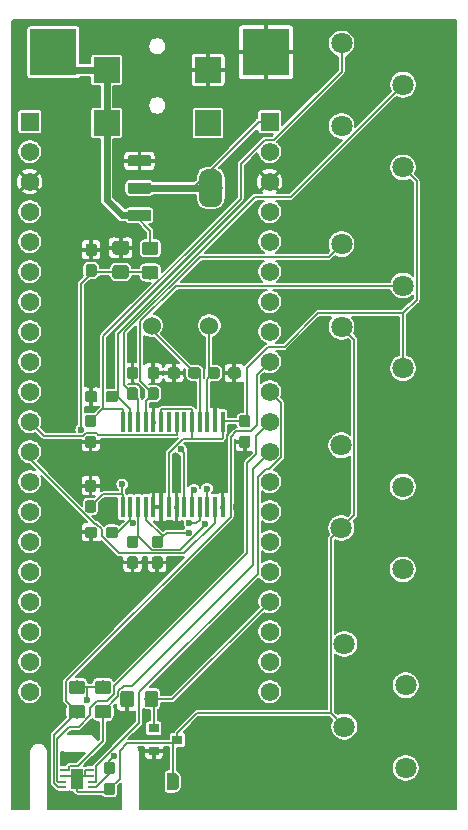
<source format=gbr>
G04 #@! TF.GenerationSoftware,KiCad,Pcbnew,(5.1.4)-1*
G04 #@! TF.CreationDate,2023-08-30T00:45:50+02:00*
G04 #@! TF.ProjectId,BeeWeight_MKRWAN_V4,42656557-6569-4676-9874-5f4d4b525741,V4*
G04 #@! TF.SameCoordinates,Original*
G04 #@! TF.FileFunction,Copper,L1,Top*
G04 #@! TF.FilePolarity,Positive*
%FSLAX46Y46*%
G04 Gerber Fmt 4.6, Leading zero omitted, Abs format (unit mm)*
G04 Created by KiCad (PCBNEW (5.1.4)-1) date 2023-08-30 00:45:50*
%MOMM*%
%LPD*%
G04 APERTURE LIST*
%ADD10R,0.450000X1.750000*%
%ADD11C,0.500000*%
%ADD12C,0.100000*%
%ADD13C,1.524000*%
%ADD14C,1.800000*%
%ADD15C,0.950000*%
%ADD16R,0.900000X0.800000*%
%ADD17C,1.150000*%
%ADD18R,0.550000X0.250000*%
%ADD19R,1.000000X1.700000*%
%ADD20R,2.200000X2.200000*%
%ADD21R,1.560000X1.560000*%
%ADD22C,1.560000*%
%ADD23C,0.930000*%
%ADD24C,1.980000*%
%ADD25R,4.000000X4.000000*%
%ADD26C,0.600000*%
%ADD27C,0.300000*%
%ADD28C,0.127000*%
%ADD29C,0.600000*%
%ADD30C,0.150000*%
G04 APERTURE END LIST*
D10*
X160875000Y-84300000D03*
X169325000Y-91500000D03*
X166075000Y-84300000D03*
X166725000Y-91500000D03*
X168025000Y-91500000D03*
X162825000Y-84300000D03*
X162175000Y-91500000D03*
X162175000Y-84300000D03*
X164125000Y-84300000D03*
X160875000Y-91500000D03*
X163475000Y-91500000D03*
X164125000Y-91500000D03*
X163475000Y-84300000D03*
X165425000Y-91500000D03*
X165425000Y-84300000D03*
X164775000Y-91500000D03*
X161525000Y-91500000D03*
X166075000Y-91500000D03*
X162825000Y-91500000D03*
X168675000Y-91500000D03*
X164775000Y-84300000D03*
X167375000Y-91500000D03*
X161525000Y-84300000D03*
X169325000Y-84300000D03*
X168025000Y-84300000D03*
X168675000Y-84300000D03*
X166725000Y-84300000D03*
X167375000Y-84300000D03*
D11*
X163850000Y-114750000D03*
D12*
G36*
X163850000Y-115499398D02*
G01*
X163825466Y-115499398D01*
X163776635Y-115494588D01*
X163728510Y-115485016D01*
X163681555Y-115470772D01*
X163636222Y-115451995D01*
X163592949Y-115428864D01*
X163552150Y-115401604D01*
X163514221Y-115370476D01*
X163479524Y-115335779D01*
X163448396Y-115297850D01*
X163421136Y-115257051D01*
X163398005Y-115213778D01*
X163379228Y-115168445D01*
X163364984Y-115121490D01*
X163355412Y-115073365D01*
X163350602Y-115024534D01*
X163350602Y-115000000D01*
X163350000Y-115000000D01*
X163350000Y-114500000D01*
X163350602Y-114500000D01*
X163350602Y-114475466D01*
X163355412Y-114426635D01*
X163364984Y-114378510D01*
X163379228Y-114331555D01*
X163398005Y-114286222D01*
X163421136Y-114242949D01*
X163448396Y-114202150D01*
X163479524Y-114164221D01*
X163514221Y-114129524D01*
X163552150Y-114098396D01*
X163592949Y-114071136D01*
X163636222Y-114048005D01*
X163681555Y-114029228D01*
X163728510Y-114014984D01*
X163776635Y-114005412D01*
X163825466Y-114000602D01*
X163850000Y-114000602D01*
X163850000Y-114000000D01*
X164350000Y-114000000D01*
X164350000Y-115500000D01*
X163850000Y-115500000D01*
X163850000Y-115499398D01*
X163850000Y-115499398D01*
G37*
D11*
X165150000Y-114750000D03*
D12*
G36*
X164650000Y-114000000D02*
G01*
X165150000Y-114000000D01*
X165150000Y-114000602D01*
X165174534Y-114000602D01*
X165223365Y-114005412D01*
X165271490Y-114014984D01*
X165318445Y-114029228D01*
X165363778Y-114048005D01*
X165407051Y-114071136D01*
X165447850Y-114098396D01*
X165485779Y-114129524D01*
X165520476Y-114164221D01*
X165551604Y-114202150D01*
X165578864Y-114242949D01*
X165601995Y-114286222D01*
X165620772Y-114331555D01*
X165635016Y-114378510D01*
X165644588Y-114426635D01*
X165649398Y-114475466D01*
X165649398Y-114500000D01*
X165650000Y-114500000D01*
X165650000Y-115000000D01*
X165649398Y-115000000D01*
X165649398Y-115024534D01*
X165644588Y-115073365D01*
X165635016Y-115121490D01*
X165620772Y-115168445D01*
X165601995Y-115213778D01*
X165578864Y-115257051D01*
X165551604Y-115297850D01*
X165520476Y-115335779D01*
X165485779Y-115370476D01*
X165447850Y-115401604D01*
X165407051Y-115428864D01*
X165363778Y-115451995D01*
X165318445Y-115470772D01*
X165271490Y-115485016D01*
X165223365Y-115494588D01*
X165174534Y-115499398D01*
X165150000Y-115499398D01*
X165150000Y-115500000D01*
X164650000Y-115500000D01*
X164650000Y-114000000D01*
X164650000Y-114000000D01*
G37*
D13*
X163323600Y-76150000D03*
X168200400Y-76150000D03*
D14*
X179628000Y-103099000D03*
X184828000Y-106599000D03*
X179628000Y-110099000D03*
X184828000Y-113599000D03*
X179400000Y-69250000D03*
X184600000Y-72750000D03*
X179400000Y-76250000D03*
X184600000Y-79750000D03*
D12*
G36*
X158510779Y-93176144D02*
G01*
X158533834Y-93179563D01*
X158556443Y-93185227D01*
X158578387Y-93193079D01*
X158599457Y-93203044D01*
X158619448Y-93215026D01*
X158638168Y-93228910D01*
X158655438Y-93244562D01*
X158671090Y-93261832D01*
X158684974Y-93280552D01*
X158696956Y-93300543D01*
X158706921Y-93321613D01*
X158714773Y-93343557D01*
X158720437Y-93366166D01*
X158723856Y-93389221D01*
X158725000Y-93412500D01*
X158725000Y-93887500D01*
X158723856Y-93910779D01*
X158720437Y-93933834D01*
X158714773Y-93956443D01*
X158706921Y-93978387D01*
X158696956Y-93999457D01*
X158684974Y-94019448D01*
X158671090Y-94038168D01*
X158655438Y-94055438D01*
X158638168Y-94071090D01*
X158619448Y-94084974D01*
X158599457Y-94096956D01*
X158578387Y-94106921D01*
X158556443Y-94114773D01*
X158533834Y-94120437D01*
X158510779Y-94123856D01*
X158487500Y-94125000D01*
X157912500Y-94125000D01*
X157889221Y-94123856D01*
X157866166Y-94120437D01*
X157843557Y-94114773D01*
X157821613Y-94106921D01*
X157800543Y-94096956D01*
X157780552Y-94084974D01*
X157761832Y-94071090D01*
X157744562Y-94055438D01*
X157728910Y-94038168D01*
X157715026Y-94019448D01*
X157703044Y-93999457D01*
X157693079Y-93978387D01*
X157685227Y-93956443D01*
X157679563Y-93933834D01*
X157676144Y-93910779D01*
X157675000Y-93887500D01*
X157675000Y-93412500D01*
X157676144Y-93389221D01*
X157679563Y-93366166D01*
X157685227Y-93343557D01*
X157693079Y-93321613D01*
X157703044Y-93300543D01*
X157715026Y-93280552D01*
X157728910Y-93261832D01*
X157744562Y-93244562D01*
X157761832Y-93228910D01*
X157780552Y-93215026D01*
X157800543Y-93203044D01*
X157821613Y-93193079D01*
X157843557Y-93185227D01*
X157866166Y-93179563D01*
X157889221Y-93176144D01*
X157912500Y-93175000D01*
X158487500Y-93175000D01*
X158510779Y-93176144D01*
X158510779Y-93176144D01*
G37*
D15*
X158200000Y-93650000D03*
D12*
G36*
X160260779Y-93176144D02*
G01*
X160283834Y-93179563D01*
X160306443Y-93185227D01*
X160328387Y-93193079D01*
X160349457Y-93203044D01*
X160369448Y-93215026D01*
X160388168Y-93228910D01*
X160405438Y-93244562D01*
X160421090Y-93261832D01*
X160434974Y-93280552D01*
X160446956Y-93300543D01*
X160456921Y-93321613D01*
X160464773Y-93343557D01*
X160470437Y-93366166D01*
X160473856Y-93389221D01*
X160475000Y-93412500D01*
X160475000Y-93887500D01*
X160473856Y-93910779D01*
X160470437Y-93933834D01*
X160464773Y-93956443D01*
X160456921Y-93978387D01*
X160446956Y-93999457D01*
X160434974Y-94019448D01*
X160421090Y-94038168D01*
X160405438Y-94055438D01*
X160388168Y-94071090D01*
X160369448Y-94084974D01*
X160349457Y-94096956D01*
X160328387Y-94106921D01*
X160306443Y-94114773D01*
X160283834Y-94120437D01*
X160260779Y-94123856D01*
X160237500Y-94125000D01*
X159662500Y-94125000D01*
X159639221Y-94123856D01*
X159616166Y-94120437D01*
X159593557Y-94114773D01*
X159571613Y-94106921D01*
X159550543Y-94096956D01*
X159530552Y-94084974D01*
X159511832Y-94071090D01*
X159494562Y-94055438D01*
X159478910Y-94038168D01*
X159465026Y-94019448D01*
X159453044Y-93999457D01*
X159443079Y-93978387D01*
X159435227Y-93956443D01*
X159429563Y-93933834D01*
X159426144Y-93910779D01*
X159425000Y-93887500D01*
X159425000Y-93412500D01*
X159426144Y-93389221D01*
X159429563Y-93366166D01*
X159435227Y-93343557D01*
X159443079Y-93321613D01*
X159453044Y-93300543D01*
X159465026Y-93280552D01*
X159478910Y-93261832D01*
X159494562Y-93244562D01*
X159511832Y-93228910D01*
X159530552Y-93215026D01*
X159550543Y-93203044D01*
X159571613Y-93193079D01*
X159593557Y-93185227D01*
X159616166Y-93179563D01*
X159639221Y-93176144D01*
X159662500Y-93175000D01*
X160237500Y-93175000D01*
X160260779Y-93176144D01*
X160260779Y-93176144D01*
G37*
D15*
X159950000Y-93650000D03*
D14*
X184578000Y-96784200D03*
X179378000Y-93284200D03*
X184578000Y-89784200D03*
X179378000Y-86284200D03*
D12*
G36*
X161960779Y-79626144D02*
G01*
X161983834Y-79629563D01*
X162006443Y-79635227D01*
X162028387Y-79643079D01*
X162049457Y-79653044D01*
X162069448Y-79665026D01*
X162088168Y-79678910D01*
X162105438Y-79694562D01*
X162121090Y-79711832D01*
X162134974Y-79730552D01*
X162146956Y-79750543D01*
X162156921Y-79771613D01*
X162164773Y-79793557D01*
X162170437Y-79816166D01*
X162173856Y-79839221D01*
X162175000Y-79862500D01*
X162175000Y-80437500D01*
X162173856Y-80460779D01*
X162170437Y-80483834D01*
X162164773Y-80506443D01*
X162156921Y-80528387D01*
X162146956Y-80549457D01*
X162134974Y-80569448D01*
X162121090Y-80588168D01*
X162105438Y-80605438D01*
X162088168Y-80621090D01*
X162069448Y-80634974D01*
X162049457Y-80646956D01*
X162028387Y-80656921D01*
X162006443Y-80664773D01*
X161983834Y-80670437D01*
X161960779Y-80673856D01*
X161937500Y-80675000D01*
X161462500Y-80675000D01*
X161439221Y-80673856D01*
X161416166Y-80670437D01*
X161393557Y-80664773D01*
X161371613Y-80656921D01*
X161350543Y-80646956D01*
X161330552Y-80634974D01*
X161311832Y-80621090D01*
X161294562Y-80605438D01*
X161278910Y-80588168D01*
X161265026Y-80569448D01*
X161253044Y-80549457D01*
X161243079Y-80528387D01*
X161235227Y-80506443D01*
X161229563Y-80483834D01*
X161226144Y-80460779D01*
X161225000Y-80437500D01*
X161225000Y-79862500D01*
X161226144Y-79839221D01*
X161229563Y-79816166D01*
X161235227Y-79793557D01*
X161243079Y-79771613D01*
X161253044Y-79750543D01*
X161265026Y-79730552D01*
X161278910Y-79711832D01*
X161294562Y-79694562D01*
X161311832Y-79678910D01*
X161330552Y-79665026D01*
X161350543Y-79653044D01*
X161371613Y-79643079D01*
X161393557Y-79635227D01*
X161416166Y-79629563D01*
X161439221Y-79626144D01*
X161462500Y-79625000D01*
X161937500Y-79625000D01*
X161960779Y-79626144D01*
X161960779Y-79626144D01*
G37*
D15*
X161700000Y-80150000D03*
D12*
G36*
X161960779Y-81376144D02*
G01*
X161983834Y-81379563D01*
X162006443Y-81385227D01*
X162028387Y-81393079D01*
X162049457Y-81403044D01*
X162069448Y-81415026D01*
X162088168Y-81428910D01*
X162105438Y-81444562D01*
X162121090Y-81461832D01*
X162134974Y-81480552D01*
X162146956Y-81500543D01*
X162156921Y-81521613D01*
X162164773Y-81543557D01*
X162170437Y-81566166D01*
X162173856Y-81589221D01*
X162175000Y-81612500D01*
X162175000Y-82187500D01*
X162173856Y-82210779D01*
X162170437Y-82233834D01*
X162164773Y-82256443D01*
X162156921Y-82278387D01*
X162146956Y-82299457D01*
X162134974Y-82319448D01*
X162121090Y-82338168D01*
X162105438Y-82355438D01*
X162088168Y-82371090D01*
X162069448Y-82384974D01*
X162049457Y-82396956D01*
X162028387Y-82406921D01*
X162006443Y-82414773D01*
X161983834Y-82420437D01*
X161960779Y-82423856D01*
X161937500Y-82425000D01*
X161462500Y-82425000D01*
X161439221Y-82423856D01*
X161416166Y-82420437D01*
X161393557Y-82414773D01*
X161371613Y-82406921D01*
X161350543Y-82396956D01*
X161330552Y-82384974D01*
X161311832Y-82371090D01*
X161294562Y-82355438D01*
X161278910Y-82338168D01*
X161265026Y-82319448D01*
X161253044Y-82299457D01*
X161243079Y-82278387D01*
X161235227Y-82256443D01*
X161229563Y-82233834D01*
X161226144Y-82210779D01*
X161225000Y-82187500D01*
X161225000Y-81612500D01*
X161226144Y-81589221D01*
X161229563Y-81566166D01*
X161235227Y-81543557D01*
X161243079Y-81521613D01*
X161253044Y-81500543D01*
X161265026Y-81480552D01*
X161278910Y-81461832D01*
X161294562Y-81444562D01*
X161311832Y-81428910D01*
X161330552Y-81415026D01*
X161350543Y-81403044D01*
X161371613Y-81393079D01*
X161393557Y-81385227D01*
X161416166Y-81379563D01*
X161439221Y-81376144D01*
X161462500Y-81375000D01*
X161937500Y-81375000D01*
X161960779Y-81376144D01*
X161960779Y-81376144D01*
G37*
D15*
X161700000Y-81900000D03*
D12*
G36*
X158510779Y-81676144D02*
G01*
X158533834Y-81679563D01*
X158556443Y-81685227D01*
X158578387Y-81693079D01*
X158599457Y-81703044D01*
X158619448Y-81715026D01*
X158638168Y-81728910D01*
X158655438Y-81744562D01*
X158671090Y-81761832D01*
X158684974Y-81780552D01*
X158696956Y-81800543D01*
X158706921Y-81821613D01*
X158714773Y-81843557D01*
X158720437Y-81866166D01*
X158723856Y-81889221D01*
X158725000Y-81912500D01*
X158725000Y-82387500D01*
X158723856Y-82410779D01*
X158720437Y-82433834D01*
X158714773Y-82456443D01*
X158706921Y-82478387D01*
X158696956Y-82499457D01*
X158684974Y-82519448D01*
X158671090Y-82538168D01*
X158655438Y-82555438D01*
X158638168Y-82571090D01*
X158619448Y-82584974D01*
X158599457Y-82596956D01*
X158578387Y-82606921D01*
X158556443Y-82614773D01*
X158533834Y-82620437D01*
X158510779Y-82623856D01*
X158487500Y-82625000D01*
X157912500Y-82625000D01*
X157889221Y-82623856D01*
X157866166Y-82620437D01*
X157843557Y-82614773D01*
X157821613Y-82606921D01*
X157800543Y-82596956D01*
X157780552Y-82584974D01*
X157761832Y-82571090D01*
X157744562Y-82555438D01*
X157728910Y-82538168D01*
X157715026Y-82519448D01*
X157703044Y-82499457D01*
X157693079Y-82478387D01*
X157685227Y-82456443D01*
X157679563Y-82433834D01*
X157676144Y-82410779D01*
X157675000Y-82387500D01*
X157675000Y-81912500D01*
X157676144Y-81889221D01*
X157679563Y-81866166D01*
X157685227Y-81843557D01*
X157693079Y-81821613D01*
X157703044Y-81800543D01*
X157715026Y-81780552D01*
X157728910Y-81761832D01*
X157744562Y-81744562D01*
X157761832Y-81728910D01*
X157780552Y-81715026D01*
X157800543Y-81703044D01*
X157821613Y-81693079D01*
X157843557Y-81685227D01*
X157866166Y-81679563D01*
X157889221Y-81676144D01*
X157912500Y-81675000D01*
X158487500Y-81675000D01*
X158510779Y-81676144D01*
X158510779Y-81676144D01*
G37*
D15*
X158200000Y-82150000D03*
D12*
G36*
X160260779Y-81676144D02*
G01*
X160283834Y-81679563D01*
X160306443Y-81685227D01*
X160328387Y-81693079D01*
X160349457Y-81703044D01*
X160369448Y-81715026D01*
X160388168Y-81728910D01*
X160405438Y-81744562D01*
X160421090Y-81761832D01*
X160434974Y-81780552D01*
X160446956Y-81800543D01*
X160456921Y-81821613D01*
X160464773Y-81843557D01*
X160470437Y-81866166D01*
X160473856Y-81889221D01*
X160475000Y-81912500D01*
X160475000Y-82387500D01*
X160473856Y-82410779D01*
X160470437Y-82433834D01*
X160464773Y-82456443D01*
X160456921Y-82478387D01*
X160446956Y-82499457D01*
X160434974Y-82519448D01*
X160421090Y-82538168D01*
X160405438Y-82555438D01*
X160388168Y-82571090D01*
X160369448Y-82584974D01*
X160349457Y-82596956D01*
X160328387Y-82606921D01*
X160306443Y-82614773D01*
X160283834Y-82620437D01*
X160260779Y-82623856D01*
X160237500Y-82625000D01*
X159662500Y-82625000D01*
X159639221Y-82623856D01*
X159616166Y-82620437D01*
X159593557Y-82614773D01*
X159571613Y-82606921D01*
X159550543Y-82596956D01*
X159530552Y-82584974D01*
X159511832Y-82571090D01*
X159494562Y-82555438D01*
X159478910Y-82538168D01*
X159465026Y-82519448D01*
X159453044Y-82499457D01*
X159443079Y-82478387D01*
X159435227Y-82456443D01*
X159429563Y-82433834D01*
X159426144Y-82410779D01*
X159425000Y-82387500D01*
X159425000Y-81912500D01*
X159426144Y-81889221D01*
X159429563Y-81866166D01*
X159435227Y-81843557D01*
X159443079Y-81821613D01*
X159453044Y-81800543D01*
X159465026Y-81780552D01*
X159478910Y-81761832D01*
X159494562Y-81744562D01*
X159511832Y-81728910D01*
X159530552Y-81715026D01*
X159550543Y-81703044D01*
X159571613Y-81693079D01*
X159593557Y-81685227D01*
X159616166Y-81679563D01*
X159639221Y-81676144D01*
X159662500Y-81675000D01*
X160237500Y-81675000D01*
X160260779Y-81676144D01*
X160260779Y-81676144D01*
G37*
D15*
X159950000Y-82150000D03*
D12*
G36*
X158410779Y-90926144D02*
G01*
X158433834Y-90929563D01*
X158456443Y-90935227D01*
X158478387Y-90943079D01*
X158499457Y-90953044D01*
X158519448Y-90965026D01*
X158538168Y-90978910D01*
X158555438Y-90994562D01*
X158571090Y-91011832D01*
X158584974Y-91030552D01*
X158596956Y-91050543D01*
X158606921Y-91071613D01*
X158614773Y-91093557D01*
X158620437Y-91116166D01*
X158623856Y-91139221D01*
X158625000Y-91162500D01*
X158625000Y-91737500D01*
X158623856Y-91760779D01*
X158620437Y-91783834D01*
X158614773Y-91806443D01*
X158606921Y-91828387D01*
X158596956Y-91849457D01*
X158584974Y-91869448D01*
X158571090Y-91888168D01*
X158555438Y-91905438D01*
X158538168Y-91921090D01*
X158519448Y-91934974D01*
X158499457Y-91946956D01*
X158478387Y-91956921D01*
X158456443Y-91964773D01*
X158433834Y-91970437D01*
X158410779Y-91973856D01*
X158387500Y-91975000D01*
X157912500Y-91975000D01*
X157889221Y-91973856D01*
X157866166Y-91970437D01*
X157843557Y-91964773D01*
X157821613Y-91956921D01*
X157800543Y-91946956D01*
X157780552Y-91934974D01*
X157761832Y-91921090D01*
X157744562Y-91905438D01*
X157728910Y-91888168D01*
X157715026Y-91869448D01*
X157703044Y-91849457D01*
X157693079Y-91828387D01*
X157685227Y-91806443D01*
X157679563Y-91783834D01*
X157676144Y-91760779D01*
X157675000Y-91737500D01*
X157675000Y-91162500D01*
X157676144Y-91139221D01*
X157679563Y-91116166D01*
X157685227Y-91093557D01*
X157693079Y-91071613D01*
X157703044Y-91050543D01*
X157715026Y-91030552D01*
X157728910Y-91011832D01*
X157744562Y-90994562D01*
X157761832Y-90978910D01*
X157780552Y-90965026D01*
X157800543Y-90953044D01*
X157821613Y-90943079D01*
X157843557Y-90935227D01*
X157866166Y-90929563D01*
X157889221Y-90926144D01*
X157912500Y-90925000D01*
X158387500Y-90925000D01*
X158410779Y-90926144D01*
X158410779Y-90926144D01*
G37*
D15*
X158150000Y-91450000D03*
D12*
G36*
X158410779Y-89176144D02*
G01*
X158433834Y-89179563D01*
X158456443Y-89185227D01*
X158478387Y-89193079D01*
X158499457Y-89203044D01*
X158519448Y-89215026D01*
X158538168Y-89228910D01*
X158555438Y-89244562D01*
X158571090Y-89261832D01*
X158584974Y-89280552D01*
X158596956Y-89300543D01*
X158606921Y-89321613D01*
X158614773Y-89343557D01*
X158620437Y-89366166D01*
X158623856Y-89389221D01*
X158625000Y-89412500D01*
X158625000Y-89987500D01*
X158623856Y-90010779D01*
X158620437Y-90033834D01*
X158614773Y-90056443D01*
X158606921Y-90078387D01*
X158596956Y-90099457D01*
X158584974Y-90119448D01*
X158571090Y-90138168D01*
X158555438Y-90155438D01*
X158538168Y-90171090D01*
X158519448Y-90184974D01*
X158499457Y-90196956D01*
X158478387Y-90206921D01*
X158456443Y-90214773D01*
X158433834Y-90220437D01*
X158410779Y-90223856D01*
X158387500Y-90225000D01*
X157912500Y-90225000D01*
X157889221Y-90223856D01*
X157866166Y-90220437D01*
X157843557Y-90214773D01*
X157821613Y-90206921D01*
X157800543Y-90196956D01*
X157780552Y-90184974D01*
X157761832Y-90171090D01*
X157744562Y-90155438D01*
X157728910Y-90138168D01*
X157715026Y-90119448D01*
X157703044Y-90099457D01*
X157693079Y-90078387D01*
X157685227Y-90056443D01*
X157679563Y-90033834D01*
X157676144Y-90010779D01*
X157675000Y-89987500D01*
X157675000Y-89412500D01*
X157676144Y-89389221D01*
X157679563Y-89366166D01*
X157685227Y-89343557D01*
X157693079Y-89321613D01*
X157703044Y-89300543D01*
X157715026Y-89280552D01*
X157728910Y-89261832D01*
X157744562Y-89244562D01*
X157761832Y-89228910D01*
X157780552Y-89215026D01*
X157800543Y-89203044D01*
X157821613Y-89193079D01*
X157843557Y-89185227D01*
X157866166Y-89179563D01*
X157889221Y-89176144D01*
X157912500Y-89175000D01*
X158387500Y-89175000D01*
X158410779Y-89176144D01*
X158410779Y-89176144D01*
G37*
D15*
X158150000Y-89700000D03*
D12*
G36*
X161960779Y-93926144D02*
G01*
X161983834Y-93929563D01*
X162006443Y-93935227D01*
X162028387Y-93943079D01*
X162049457Y-93953044D01*
X162069448Y-93965026D01*
X162088168Y-93978910D01*
X162105438Y-93994562D01*
X162121090Y-94011832D01*
X162134974Y-94030552D01*
X162146956Y-94050543D01*
X162156921Y-94071613D01*
X162164773Y-94093557D01*
X162170437Y-94116166D01*
X162173856Y-94139221D01*
X162175000Y-94162500D01*
X162175000Y-94737500D01*
X162173856Y-94760779D01*
X162170437Y-94783834D01*
X162164773Y-94806443D01*
X162156921Y-94828387D01*
X162146956Y-94849457D01*
X162134974Y-94869448D01*
X162121090Y-94888168D01*
X162105438Y-94905438D01*
X162088168Y-94921090D01*
X162069448Y-94934974D01*
X162049457Y-94946956D01*
X162028387Y-94956921D01*
X162006443Y-94964773D01*
X161983834Y-94970437D01*
X161960779Y-94973856D01*
X161937500Y-94975000D01*
X161462500Y-94975000D01*
X161439221Y-94973856D01*
X161416166Y-94970437D01*
X161393557Y-94964773D01*
X161371613Y-94956921D01*
X161350543Y-94946956D01*
X161330552Y-94934974D01*
X161311832Y-94921090D01*
X161294562Y-94905438D01*
X161278910Y-94888168D01*
X161265026Y-94869448D01*
X161253044Y-94849457D01*
X161243079Y-94828387D01*
X161235227Y-94806443D01*
X161229563Y-94783834D01*
X161226144Y-94760779D01*
X161225000Y-94737500D01*
X161225000Y-94162500D01*
X161226144Y-94139221D01*
X161229563Y-94116166D01*
X161235227Y-94093557D01*
X161243079Y-94071613D01*
X161253044Y-94050543D01*
X161265026Y-94030552D01*
X161278910Y-94011832D01*
X161294562Y-93994562D01*
X161311832Y-93978910D01*
X161330552Y-93965026D01*
X161350543Y-93953044D01*
X161371613Y-93943079D01*
X161393557Y-93935227D01*
X161416166Y-93929563D01*
X161439221Y-93926144D01*
X161462500Y-93925000D01*
X161937500Y-93925000D01*
X161960779Y-93926144D01*
X161960779Y-93926144D01*
G37*
D15*
X161700000Y-94450000D03*
D12*
G36*
X161960779Y-95676144D02*
G01*
X161983834Y-95679563D01*
X162006443Y-95685227D01*
X162028387Y-95693079D01*
X162049457Y-95703044D01*
X162069448Y-95715026D01*
X162088168Y-95728910D01*
X162105438Y-95744562D01*
X162121090Y-95761832D01*
X162134974Y-95780552D01*
X162146956Y-95800543D01*
X162156921Y-95821613D01*
X162164773Y-95843557D01*
X162170437Y-95866166D01*
X162173856Y-95889221D01*
X162175000Y-95912500D01*
X162175000Y-96487500D01*
X162173856Y-96510779D01*
X162170437Y-96533834D01*
X162164773Y-96556443D01*
X162156921Y-96578387D01*
X162146956Y-96599457D01*
X162134974Y-96619448D01*
X162121090Y-96638168D01*
X162105438Y-96655438D01*
X162088168Y-96671090D01*
X162069448Y-96684974D01*
X162049457Y-96696956D01*
X162028387Y-96706921D01*
X162006443Y-96714773D01*
X161983834Y-96720437D01*
X161960779Y-96723856D01*
X161937500Y-96725000D01*
X161462500Y-96725000D01*
X161439221Y-96723856D01*
X161416166Y-96720437D01*
X161393557Y-96714773D01*
X161371613Y-96706921D01*
X161350543Y-96696956D01*
X161330552Y-96684974D01*
X161311832Y-96671090D01*
X161294562Y-96655438D01*
X161278910Y-96638168D01*
X161265026Y-96619448D01*
X161253044Y-96599457D01*
X161243079Y-96578387D01*
X161235227Y-96556443D01*
X161229563Y-96533834D01*
X161226144Y-96510779D01*
X161225000Y-96487500D01*
X161225000Y-95912500D01*
X161226144Y-95889221D01*
X161229563Y-95866166D01*
X161235227Y-95843557D01*
X161243079Y-95821613D01*
X161253044Y-95800543D01*
X161265026Y-95780552D01*
X161278910Y-95761832D01*
X161294562Y-95744562D01*
X161311832Y-95728910D01*
X161330552Y-95715026D01*
X161350543Y-95703044D01*
X161371613Y-95693079D01*
X161393557Y-95685227D01*
X161416166Y-95679563D01*
X161439221Y-95676144D01*
X161462500Y-95675000D01*
X161937500Y-95675000D01*
X161960779Y-95676144D01*
X161960779Y-95676144D01*
G37*
D15*
X161700000Y-96200000D03*
D12*
G36*
X163710779Y-81376144D02*
G01*
X163733834Y-81379563D01*
X163756443Y-81385227D01*
X163778387Y-81393079D01*
X163799457Y-81403044D01*
X163819448Y-81415026D01*
X163838168Y-81428910D01*
X163855438Y-81444562D01*
X163871090Y-81461832D01*
X163884974Y-81480552D01*
X163896956Y-81500543D01*
X163906921Y-81521613D01*
X163914773Y-81543557D01*
X163920437Y-81566166D01*
X163923856Y-81589221D01*
X163925000Y-81612500D01*
X163925000Y-82187500D01*
X163923856Y-82210779D01*
X163920437Y-82233834D01*
X163914773Y-82256443D01*
X163906921Y-82278387D01*
X163896956Y-82299457D01*
X163884974Y-82319448D01*
X163871090Y-82338168D01*
X163855438Y-82355438D01*
X163838168Y-82371090D01*
X163819448Y-82384974D01*
X163799457Y-82396956D01*
X163778387Y-82406921D01*
X163756443Y-82414773D01*
X163733834Y-82420437D01*
X163710779Y-82423856D01*
X163687500Y-82425000D01*
X163212500Y-82425000D01*
X163189221Y-82423856D01*
X163166166Y-82420437D01*
X163143557Y-82414773D01*
X163121613Y-82406921D01*
X163100543Y-82396956D01*
X163080552Y-82384974D01*
X163061832Y-82371090D01*
X163044562Y-82355438D01*
X163028910Y-82338168D01*
X163015026Y-82319448D01*
X163003044Y-82299457D01*
X162993079Y-82278387D01*
X162985227Y-82256443D01*
X162979563Y-82233834D01*
X162976144Y-82210779D01*
X162975000Y-82187500D01*
X162975000Y-81612500D01*
X162976144Y-81589221D01*
X162979563Y-81566166D01*
X162985227Y-81543557D01*
X162993079Y-81521613D01*
X163003044Y-81500543D01*
X163015026Y-81480552D01*
X163028910Y-81461832D01*
X163044562Y-81444562D01*
X163061832Y-81428910D01*
X163080552Y-81415026D01*
X163100543Y-81403044D01*
X163121613Y-81393079D01*
X163143557Y-81385227D01*
X163166166Y-81379563D01*
X163189221Y-81376144D01*
X163212500Y-81375000D01*
X163687500Y-81375000D01*
X163710779Y-81376144D01*
X163710779Y-81376144D01*
G37*
D15*
X163450000Y-81900000D03*
D12*
G36*
X163710779Y-79626144D02*
G01*
X163733834Y-79629563D01*
X163756443Y-79635227D01*
X163778387Y-79643079D01*
X163799457Y-79653044D01*
X163819448Y-79665026D01*
X163838168Y-79678910D01*
X163855438Y-79694562D01*
X163871090Y-79711832D01*
X163884974Y-79730552D01*
X163896956Y-79750543D01*
X163906921Y-79771613D01*
X163914773Y-79793557D01*
X163920437Y-79816166D01*
X163923856Y-79839221D01*
X163925000Y-79862500D01*
X163925000Y-80437500D01*
X163923856Y-80460779D01*
X163920437Y-80483834D01*
X163914773Y-80506443D01*
X163906921Y-80528387D01*
X163896956Y-80549457D01*
X163884974Y-80569448D01*
X163871090Y-80588168D01*
X163855438Y-80605438D01*
X163838168Y-80621090D01*
X163819448Y-80634974D01*
X163799457Y-80646956D01*
X163778387Y-80656921D01*
X163756443Y-80664773D01*
X163733834Y-80670437D01*
X163710779Y-80673856D01*
X163687500Y-80675000D01*
X163212500Y-80675000D01*
X163189221Y-80673856D01*
X163166166Y-80670437D01*
X163143557Y-80664773D01*
X163121613Y-80656921D01*
X163100543Y-80646956D01*
X163080552Y-80634974D01*
X163061832Y-80621090D01*
X163044562Y-80605438D01*
X163028910Y-80588168D01*
X163015026Y-80569448D01*
X163003044Y-80549457D01*
X162993079Y-80528387D01*
X162985227Y-80506443D01*
X162979563Y-80483834D01*
X162976144Y-80460779D01*
X162975000Y-80437500D01*
X162975000Y-79862500D01*
X162976144Y-79839221D01*
X162979563Y-79816166D01*
X162985227Y-79793557D01*
X162993079Y-79771613D01*
X163003044Y-79750543D01*
X163015026Y-79730552D01*
X163028910Y-79711832D01*
X163044562Y-79694562D01*
X163061832Y-79678910D01*
X163080552Y-79665026D01*
X163100543Y-79653044D01*
X163121613Y-79643079D01*
X163143557Y-79635227D01*
X163166166Y-79629563D01*
X163189221Y-79626144D01*
X163212500Y-79625000D01*
X163687500Y-79625000D01*
X163710779Y-79626144D01*
X163710779Y-79626144D01*
G37*
D15*
X163450000Y-80150000D03*
D12*
G36*
X158410779Y-83701144D02*
G01*
X158433834Y-83704563D01*
X158456443Y-83710227D01*
X158478387Y-83718079D01*
X158499457Y-83728044D01*
X158519448Y-83740026D01*
X158538168Y-83753910D01*
X158555438Y-83769562D01*
X158571090Y-83786832D01*
X158584974Y-83805552D01*
X158596956Y-83825543D01*
X158606921Y-83846613D01*
X158614773Y-83868557D01*
X158620437Y-83891166D01*
X158623856Y-83914221D01*
X158625000Y-83937500D01*
X158625000Y-84512500D01*
X158623856Y-84535779D01*
X158620437Y-84558834D01*
X158614773Y-84581443D01*
X158606921Y-84603387D01*
X158596956Y-84624457D01*
X158584974Y-84644448D01*
X158571090Y-84663168D01*
X158555438Y-84680438D01*
X158538168Y-84696090D01*
X158519448Y-84709974D01*
X158499457Y-84721956D01*
X158478387Y-84731921D01*
X158456443Y-84739773D01*
X158433834Y-84745437D01*
X158410779Y-84748856D01*
X158387500Y-84750000D01*
X157912500Y-84750000D01*
X157889221Y-84748856D01*
X157866166Y-84745437D01*
X157843557Y-84739773D01*
X157821613Y-84731921D01*
X157800543Y-84721956D01*
X157780552Y-84709974D01*
X157761832Y-84696090D01*
X157744562Y-84680438D01*
X157728910Y-84663168D01*
X157715026Y-84644448D01*
X157703044Y-84624457D01*
X157693079Y-84603387D01*
X157685227Y-84581443D01*
X157679563Y-84558834D01*
X157676144Y-84535779D01*
X157675000Y-84512500D01*
X157675000Y-83937500D01*
X157676144Y-83914221D01*
X157679563Y-83891166D01*
X157685227Y-83868557D01*
X157693079Y-83846613D01*
X157703044Y-83825543D01*
X157715026Y-83805552D01*
X157728910Y-83786832D01*
X157744562Y-83769562D01*
X157761832Y-83753910D01*
X157780552Y-83740026D01*
X157800543Y-83728044D01*
X157821613Y-83718079D01*
X157843557Y-83710227D01*
X157866166Y-83704563D01*
X157889221Y-83701144D01*
X157912500Y-83700000D01*
X158387500Y-83700000D01*
X158410779Y-83701144D01*
X158410779Y-83701144D01*
G37*
D15*
X158150000Y-84225000D03*
D12*
G36*
X158410779Y-85451144D02*
G01*
X158433834Y-85454563D01*
X158456443Y-85460227D01*
X158478387Y-85468079D01*
X158499457Y-85478044D01*
X158519448Y-85490026D01*
X158538168Y-85503910D01*
X158555438Y-85519562D01*
X158571090Y-85536832D01*
X158584974Y-85555552D01*
X158596956Y-85575543D01*
X158606921Y-85596613D01*
X158614773Y-85618557D01*
X158620437Y-85641166D01*
X158623856Y-85664221D01*
X158625000Y-85687500D01*
X158625000Y-86262500D01*
X158623856Y-86285779D01*
X158620437Y-86308834D01*
X158614773Y-86331443D01*
X158606921Y-86353387D01*
X158596956Y-86374457D01*
X158584974Y-86394448D01*
X158571090Y-86413168D01*
X158555438Y-86430438D01*
X158538168Y-86446090D01*
X158519448Y-86459974D01*
X158499457Y-86471956D01*
X158478387Y-86481921D01*
X158456443Y-86489773D01*
X158433834Y-86495437D01*
X158410779Y-86498856D01*
X158387500Y-86500000D01*
X157912500Y-86500000D01*
X157889221Y-86498856D01*
X157866166Y-86495437D01*
X157843557Y-86489773D01*
X157821613Y-86481921D01*
X157800543Y-86471956D01*
X157780552Y-86459974D01*
X157761832Y-86446090D01*
X157744562Y-86430438D01*
X157728910Y-86413168D01*
X157715026Y-86394448D01*
X157703044Y-86374457D01*
X157693079Y-86353387D01*
X157685227Y-86331443D01*
X157679563Y-86308834D01*
X157676144Y-86285779D01*
X157675000Y-86262500D01*
X157675000Y-85687500D01*
X157676144Y-85664221D01*
X157679563Y-85641166D01*
X157685227Y-85618557D01*
X157693079Y-85596613D01*
X157703044Y-85575543D01*
X157715026Y-85555552D01*
X157728910Y-85536832D01*
X157744562Y-85519562D01*
X157761832Y-85503910D01*
X157780552Y-85490026D01*
X157800543Y-85478044D01*
X157821613Y-85468079D01*
X157843557Y-85460227D01*
X157866166Y-85454563D01*
X157889221Y-85451144D01*
X157912500Y-85450000D01*
X158387500Y-85450000D01*
X158410779Y-85451144D01*
X158410779Y-85451144D01*
G37*
D15*
X158150000Y-85975000D03*
D12*
G36*
X164060779Y-95676144D02*
G01*
X164083834Y-95679563D01*
X164106443Y-95685227D01*
X164128387Y-95693079D01*
X164149457Y-95703044D01*
X164169448Y-95715026D01*
X164188168Y-95728910D01*
X164205438Y-95744562D01*
X164221090Y-95761832D01*
X164234974Y-95780552D01*
X164246956Y-95800543D01*
X164256921Y-95821613D01*
X164264773Y-95843557D01*
X164270437Y-95866166D01*
X164273856Y-95889221D01*
X164275000Y-95912500D01*
X164275000Y-96487500D01*
X164273856Y-96510779D01*
X164270437Y-96533834D01*
X164264773Y-96556443D01*
X164256921Y-96578387D01*
X164246956Y-96599457D01*
X164234974Y-96619448D01*
X164221090Y-96638168D01*
X164205438Y-96655438D01*
X164188168Y-96671090D01*
X164169448Y-96684974D01*
X164149457Y-96696956D01*
X164128387Y-96706921D01*
X164106443Y-96714773D01*
X164083834Y-96720437D01*
X164060779Y-96723856D01*
X164037500Y-96725000D01*
X163562500Y-96725000D01*
X163539221Y-96723856D01*
X163516166Y-96720437D01*
X163493557Y-96714773D01*
X163471613Y-96706921D01*
X163450543Y-96696956D01*
X163430552Y-96684974D01*
X163411832Y-96671090D01*
X163394562Y-96655438D01*
X163378910Y-96638168D01*
X163365026Y-96619448D01*
X163353044Y-96599457D01*
X163343079Y-96578387D01*
X163335227Y-96556443D01*
X163329563Y-96533834D01*
X163326144Y-96510779D01*
X163325000Y-96487500D01*
X163325000Y-95912500D01*
X163326144Y-95889221D01*
X163329563Y-95866166D01*
X163335227Y-95843557D01*
X163343079Y-95821613D01*
X163353044Y-95800543D01*
X163365026Y-95780552D01*
X163378910Y-95761832D01*
X163394562Y-95744562D01*
X163411832Y-95728910D01*
X163430552Y-95715026D01*
X163450543Y-95703044D01*
X163471613Y-95693079D01*
X163493557Y-95685227D01*
X163516166Y-95679563D01*
X163539221Y-95676144D01*
X163562500Y-95675000D01*
X164037500Y-95675000D01*
X164060779Y-95676144D01*
X164060779Y-95676144D01*
G37*
D15*
X163800000Y-96200000D03*
D12*
G36*
X164060779Y-93926144D02*
G01*
X164083834Y-93929563D01*
X164106443Y-93935227D01*
X164128387Y-93943079D01*
X164149457Y-93953044D01*
X164169448Y-93965026D01*
X164188168Y-93978910D01*
X164205438Y-93994562D01*
X164221090Y-94011832D01*
X164234974Y-94030552D01*
X164246956Y-94050543D01*
X164256921Y-94071613D01*
X164264773Y-94093557D01*
X164270437Y-94116166D01*
X164273856Y-94139221D01*
X164275000Y-94162500D01*
X164275000Y-94737500D01*
X164273856Y-94760779D01*
X164270437Y-94783834D01*
X164264773Y-94806443D01*
X164256921Y-94828387D01*
X164246956Y-94849457D01*
X164234974Y-94869448D01*
X164221090Y-94888168D01*
X164205438Y-94905438D01*
X164188168Y-94921090D01*
X164169448Y-94934974D01*
X164149457Y-94946956D01*
X164128387Y-94956921D01*
X164106443Y-94964773D01*
X164083834Y-94970437D01*
X164060779Y-94973856D01*
X164037500Y-94975000D01*
X163562500Y-94975000D01*
X163539221Y-94973856D01*
X163516166Y-94970437D01*
X163493557Y-94964773D01*
X163471613Y-94956921D01*
X163450543Y-94946956D01*
X163430552Y-94934974D01*
X163411832Y-94921090D01*
X163394562Y-94905438D01*
X163378910Y-94888168D01*
X163365026Y-94869448D01*
X163353044Y-94849457D01*
X163343079Y-94828387D01*
X163335227Y-94806443D01*
X163329563Y-94783834D01*
X163326144Y-94760779D01*
X163325000Y-94737500D01*
X163325000Y-94162500D01*
X163326144Y-94139221D01*
X163329563Y-94116166D01*
X163335227Y-94093557D01*
X163343079Y-94071613D01*
X163353044Y-94050543D01*
X163365026Y-94030552D01*
X163378910Y-94011832D01*
X163394562Y-93994562D01*
X163411832Y-93978910D01*
X163430552Y-93965026D01*
X163450543Y-93953044D01*
X163471613Y-93943079D01*
X163493557Y-93935227D01*
X163516166Y-93929563D01*
X163539221Y-93926144D01*
X163562500Y-93925000D01*
X164037500Y-93925000D01*
X164060779Y-93926144D01*
X164060779Y-93926144D01*
G37*
D15*
X163800000Y-94450000D03*
D12*
G36*
X158460779Y-70951144D02*
G01*
X158483834Y-70954563D01*
X158506443Y-70960227D01*
X158528387Y-70968079D01*
X158549457Y-70978044D01*
X158569448Y-70990026D01*
X158588168Y-71003910D01*
X158605438Y-71019562D01*
X158621090Y-71036832D01*
X158634974Y-71055552D01*
X158646956Y-71075543D01*
X158656921Y-71096613D01*
X158664773Y-71118557D01*
X158670437Y-71141166D01*
X158673856Y-71164221D01*
X158675000Y-71187500D01*
X158675000Y-71762500D01*
X158673856Y-71785779D01*
X158670437Y-71808834D01*
X158664773Y-71831443D01*
X158656921Y-71853387D01*
X158646956Y-71874457D01*
X158634974Y-71894448D01*
X158621090Y-71913168D01*
X158605438Y-71930438D01*
X158588168Y-71946090D01*
X158569448Y-71959974D01*
X158549457Y-71971956D01*
X158528387Y-71981921D01*
X158506443Y-71989773D01*
X158483834Y-71995437D01*
X158460779Y-71998856D01*
X158437500Y-72000000D01*
X157962500Y-72000000D01*
X157939221Y-71998856D01*
X157916166Y-71995437D01*
X157893557Y-71989773D01*
X157871613Y-71981921D01*
X157850543Y-71971956D01*
X157830552Y-71959974D01*
X157811832Y-71946090D01*
X157794562Y-71930438D01*
X157778910Y-71913168D01*
X157765026Y-71894448D01*
X157753044Y-71874457D01*
X157743079Y-71853387D01*
X157735227Y-71831443D01*
X157729563Y-71808834D01*
X157726144Y-71785779D01*
X157725000Y-71762500D01*
X157725000Y-71187500D01*
X157726144Y-71164221D01*
X157729563Y-71141166D01*
X157735227Y-71118557D01*
X157743079Y-71096613D01*
X157753044Y-71075543D01*
X157765026Y-71055552D01*
X157778910Y-71036832D01*
X157794562Y-71019562D01*
X157811832Y-71003910D01*
X157830552Y-70990026D01*
X157850543Y-70978044D01*
X157871613Y-70968079D01*
X157893557Y-70960227D01*
X157916166Y-70954563D01*
X157939221Y-70951144D01*
X157962500Y-70950000D01*
X158437500Y-70950000D01*
X158460779Y-70951144D01*
X158460779Y-70951144D01*
G37*
D15*
X158200000Y-71475000D03*
D12*
G36*
X158460779Y-69201144D02*
G01*
X158483834Y-69204563D01*
X158506443Y-69210227D01*
X158528387Y-69218079D01*
X158549457Y-69228044D01*
X158569448Y-69240026D01*
X158588168Y-69253910D01*
X158605438Y-69269562D01*
X158621090Y-69286832D01*
X158634974Y-69305552D01*
X158646956Y-69325543D01*
X158656921Y-69346613D01*
X158664773Y-69368557D01*
X158670437Y-69391166D01*
X158673856Y-69414221D01*
X158675000Y-69437500D01*
X158675000Y-70012500D01*
X158673856Y-70035779D01*
X158670437Y-70058834D01*
X158664773Y-70081443D01*
X158656921Y-70103387D01*
X158646956Y-70124457D01*
X158634974Y-70144448D01*
X158621090Y-70163168D01*
X158605438Y-70180438D01*
X158588168Y-70196090D01*
X158569448Y-70209974D01*
X158549457Y-70221956D01*
X158528387Y-70231921D01*
X158506443Y-70239773D01*
X158483834Y-70245437D01*
X158460779Y-70248856D01*
X158437500Y-70250000D01*
X157962500Y-70250000D01*
X157939221Y-70248856D01*
X157916166Y-70245437D01*
X157893557Y-70239773D01*
X157871613Y-70231921D01*
X157850543Y-70221956D01*
X157830552Y-70209974D01*
X157811832Y-70196090D01*
X157794562Y-70180438D01*
X157778910Y-70163168D01*
X157765026Y-70144448D01*
X157753044Y-70124457D01*
X157743079Y-70103387D01*
X157735227Y-70081443D01*
X157729563Y-70058834D01*
X157726144Y-70035779D01*
X157725000Y-70012500D01*
X157725000Y-69437500D01*
X157726144Y-69414221D01*
X157729563Y-69391166D01*
X157735227Y-69368557D01*
X157743079Y-69346613D01*
X157753044Y-69325543D01*
X157765026Y-69305552D01*
X157778910Y-69286832D01*
X157794562Y-69269562D01*
X157811832Y-69253910D01*
X157830552Y-69240026D01*
X157850543Y-69228044D01*
X157871613Y-69218079D01*
X157893557Y-69210227D01*
X157916166Y-69204563D01*
X157939221Y-69201144D01*
X157962500Y-69200000D01*
X158437500Y-69200000D01*
X158460779Y-69201144D01*
X158460779Y-69201144D01*
G37*
D15*
X158200000Y-69725000D03*
D12*
G36*
X171460779Y-85451144D02*
G01*
X171483834Y-85454563D01*
X171506443Y-85460227D01*
X171528387Y-85468079D01*
X171549457Y-85478044D01*
X171569448Y-85490026D01*
X171588168Y-85503910D01*
X171605438Y-85519562D01*
X171621090Y-85536832D01*
X171634974Y-85555552D01*
X171646956Y-85575543D01*
X171656921Y-85596613D01*
X171664773Y-85618557D01*
X171670437Y-85641166D01*
X171673856Y-85664221D01*
X171675000Y-85687500D01*
X171675000Y-86262500D01*
X171673856Y-86285779D01*
X171670437Y-86308834D01*
X171664773Y-86331443D01*
X171656921Y-86353387D01*
X171646956Y-86374457D01*
X171634974Y-86394448D01*
X171621090Y-86413168D01*
X171605438Y-86430438D01*
X171588168Y-86446090D01*
X171569448Y-86459974D01*
X171549457Y-86471956D01*
X171528387Y-86481921D01*
X171506443Y-86489773D01*
X171483834Y-86495437D01*
X171460779Y-86498856D01*
X171437500Y-86500000D01*
X170962500Y-86500000D01*
X170939221Y-86498856D01*
X170916166Y-86495437D01*
X170893557Y-86489773D01*
X170871613Y-86481921D01*
X170850543Y-86471956D01*
X170830552Y-86459974D01*
X170811832Y-86446090D01*
X170794562Y-86430438D01*
X170778910Y-86413168D01*
X170765026Y-86394448D01*
X170753044Y-86374457D01*
X170743079Y-86353387D01*
X170735227Y-86331443D01*
X170729563Y-86308834D01*
X170726144Y-86285779D01*
X170725000Y-86262500D01*
X170725000Y-85687500D01*
X170726144Y-85664221D01*
X170729563Y-85641166D01*
X170735227Y-85618557D01*
X170743079Y-85596613D01*
X170753044Y-85575543D01*
X170765026Y-85555552D01*
X170778910Y-85536832D01*
X170794562Y-85519562D01*
X170811832Y-85503910D01*
X170830552Y-85490026D01*
X170850543Y-85478044D01*
X170871613Y-85468079D01*
X170893557Y-85460227D01*
X170916166Y-85454563D01*
X170939221Y-85451144D01*
X170962500Y-85450000D01*
X171437500Y-85450000D01*
X171460779Y-85451144D01*
X171460779Y-85451144D01*
G37*
D15*
X171200000Y-85975000D03*
D12*
G36*
X171460779Y-83701144D02*
G01*
X171483834Y-83704563D01*
X171506443Y-83710227D01*
X171528387Y-83718079D01*
X171549457Y-83728044D01*
X171569448Y-83740026D01*
X171588168Y-83753910D01*
X171605438Y-83769562D01*
X171621090Y-83786832D01*
X171634974Y-83805552D01*
X171646956Y-83825543D01*
X171656921Y-83846613D01*
X171664773Y-83868557D01*
X171670437Y-83891166D01*
X171673856Y-83914221D01*
X171675000Y-83937500D01*
X171675000Y-84512500D01*
X171673856Y-84535779D01*
X171670437Y-84558834D01*
X171664773Y-84581443D01*
X171656921Y-84603387D01*
X171646956Y-84624457D01*
X171634974Y-84644448D01*
X171621090Y-84663168D01*
X171605438Y-84680438D01*
X171588168Y-84696090D01*
X171569448Y-84709974D01*
X171549457Y-84721956D01*
X171528387Y-84731921D01*
X171506443Y-84739773D01*
X171483834Y-84745437D01*
X171460779Y-84748856D01*
X171437500Y-84750000D01*
X170962500Y-84750000D01*
X170939221Y-84748856D01*
X170916166Y-84745437D01*
X170893557Y-84739773D01*
X170871613Y-84731921D01*
X170850543Y-84721956D01*
X170830552Y-84709974D01*
X170811832Y-84696090D01*
X170794562Y-84680438D01*
X170778910Y-84663168D01*
X170765026Y-84644448D01*
X170753044Y-84624457D01*
X170743079Y-84603387D01*
X170735227Y-84581443D01*
X170729563Y-84558834D01*
X170726144Y-84535779D01*
X170725000Y-84512500D01*
X170725000Y-83937500D01*
X170726144Y-83914221D01*
X170729563Y-83891166D01*
X170735227Y-83868557D01*
X170743079Y-83846613D01*
X170753044Y-83825543D01*
X170765026Y-83805552D01*
X170778910Y-83786832D01*
X170794562Y-83769562D01*
X170811832Y-83753910D01*
X170830552Y-83740026D01*
X170850543Y-83728044D01*
X170871613Y-83718079D01*
X170893557Y-83710227D01*
X170916166Y-83704563D01*
X170939221Y-83701144D01*
X170962500Y-83700000D01*
X171437500Y-83700000D01*
X171460779Y-83701144D01*
X171460779Y-83701144D01*
G37*
D15*
X171200000Y-84225000D03*
D12*
G36*
X168885779Y-79676144D02*
G01*
X168908834Y-79679563D01*
X168931443Y-79685227D01*
X168953387Y-79693079D01*
X168974457Y-79703044D01*
X168994448Y-79715026D01*
X169013168Y-79728910D01*
X169030438Y-79744562D01*
X169046090Y-79761832D01*
X169059974Y-79780552D01*
X169071956Y-79800543D01*
X169081921Y-79821613D01*
X169089773Y-79843557D01*
X169095437Y-79866166D01*
X169098856Y-79889221D01*
X169100000Y-79912500D01*
X169100000Y-80387500D01*
X169098856Y-80410779D01*
X169095437Y-80433834D01*
X169089773Y-80456443D01*
X169081921Y-80478387D01*
X169071956Y-80499457D01*
X169059974Y-80519448D01*
X169046090Y-80538168D01*
X169030438Y-80555438D01*
X169013168Y-80571090D01*
X168994448Y-80584974D01*
X168974457Y-80596956D01*
X168953387Y-80606921D01*
X168931443Y-80614773D01*
X168908834Y-80620437D01*
X168885779Y-80623856D01*
X168862500Y-80625000D01*
X168287500Y-80625000D01*
X168264221Y-80623856D01*
X168241166Y-80620437D01*
X168218557Y-80614773D01*
X168196613Y-80606921D01*
X168175543Y-80596956D01*
X168155552Y-80584974D01*
X168136832Y-80571090D01*
X168119562Y-80555438D01*
X168103910Y-80538168D01*
X168090026Y-80519448D01*
X168078044Y-80499457D01*
X168068079Y-80478387D01*
X168060227Y-80456443D01*
X168054563Y-80433834D01*
X168051144Y-80410779D01*
X168050000Y-80387500D01*
X168050000Y-79912500D01*
X168051144Y-79889221D01*
X168054563Y-79866166D01*
X168060227Y-79843557D01*
X168068079Y-79821613D01*
X168078044Y-79800543D01*
X168090026Y-79780552D01*
X168103910Y-79761832D01*
X168119562Y-79744562D01*
X168136832Y-79728910D01*
X168155552Y-79715026D01*
X168175543Y-79703044D01*
X168196613Y-79693079D01*
X168218557Y-79685227D01*
X168241166Y-79679563D01*
X168264221Y-79676144D01*
X168287500Y-79675000D01*
X168862500Y-79675000D01*
X168885779Y-79676144D01*
X168885779Y-79676144D01*
G37*
D15*
X168575000Y-80150000D03*
D12*
G36*
X170635779Y-79676144D02*
G01*
X170658834Y-79679563D01*
X170681443Y-79685227D01*
X170703387Y-79693079D01*
X170724457Y-79703044D01*
X170744448Y-79715026D01*
X170763168Y-79728910D01*
X170780438Y-79744562D01*
X170796090Y-79761832D01*
X170809974Y-79780552D01*
X170821956Y-79800543D01*
X170831921Y-79821613D01*
X170839773Y-79843557D01*
X170845437Y-79866166D01*
X170848856Y-79889221D01*
X170850000Y-79912500D01*
X170850000Y-80387500D01*
X170848856Y-80410779D01*
X170845437Y-80433834D01*
X170839773Y-80456443D01*
X170831921Y-80478387D01*
X170821956Y-80499457D01*
X170809974Y-80519448D01*
X170796090Y-80538168D01*
X170780438Y-80555438D01*
X170763168Y-80571090D01*
X170744448Y-80584974D01*
X170724457Y-80596956D01*
X170703387Y-80606921D01*
X170681443Y-80614773D01*
X170658834Y-80620437D01*
X170635779Y-80623856D01*
X170612500Y-80625000D01*
X170037500Y-80625000D01*
X170014221Y-80623856D01*
X169991166Y-80620437D01*
X169968557Y-80614773D01*
X169946613Y-80606921D01*
X169925543Y-80596956D01*
X169905552Y-80584974D01*
X169886832Y-80571090D01*
X169869562Y-80555438D01*
X169853910Y-80538168D01*
X169840026Y-80519448D01*
X169828044Y-80499457D01*
X169818079Y-80478387D01*
X169810227Y-80456443D01*
X169804563Y-80433834D01*
X169801144Y-80410779D01*
X169800000Y-80387500D01*
X169800000Y-79912500D01*
X169801144Y-79889221D01*
X169804563Y-79866166D01*
X169810227Y-79843557D01*
X169818079Y-79821613D01*
X169828044Y-79800543D01*
X169840026Y-79780552D01*
X169853910Y-79761832D01*
X169869562Y-79744562D01*
X169886832Y-79728910D01*
X169905552Y-79715026D01*
X169925543Y-79703044D01*
X169946613Y-79693079D01*
X169968557Y-79685227D01*
X169991166Y-79679563D01*
X170014221Y-79676144D01*
X170037500Y-79675000D01*
X170612500Y-79675000D01*
X170635779Y-79676144D01*
X170635779Y-79676144D01*
G37*
D15*
X170325000Y-80150000D03*
D12*
G36*
X165510779Y-79676144D02*
G01*
X165533834Y-79679563D01*
X165556443Y-79685227D01*
X165578387Y-79693079D01*
X165599457Y-79703044D01*
X165619448Y-79715026D01*
X165638168Y-79728910D01*
X165655438Y-79744562D01*
X165671090Y-79761832D01*
X165684974Y-79780552D01*
X165696956Y-79800543D01*
X165706921Y-79821613D01*
X165714773Y-79843557D01*
X165720437Y-79866166D01*
X165723856Y-79889221D01*
X165725000Y-79912500D01*
X165725000Y-80387500D01*
X165723856Y-80410779D01*
X165720437Y-80433834D01*
X165714773Y-80456443D01*
X165706921Y-80478387D01*
X165696956Y-80499457D01*
X165684974Y-80519448D01*
X165671090Y-80538168D01*
X165655438Y-80555438D01*
X165638168Y-80571090D01*
X165619448Y-80584974D01*
X165599457Y-80596956D01*
X165578387Y-80606921D01*
X165556443Y-80614773D01*
X165533834Y-80620437D01*
X165510779Y-80623856D01*
X165487500Y-80625000D01*
X164912500Y-80625000D01*
X164889221Y-80623856D01*
X164866166Y-80620437D01*
X164843557Y-80614773D01*
X164821613Y-80606921D01*
X164800543Y-80596956D01*
X164780552Y-80584974D01*
X164761832Y-80571090D01*
X164744562Y-80555438D01*
X164728910Y-80538168D01*
X164715026Y-80519448D01*
X164703044Y-80499457D01*
X164693079Y-80478387D01*
X164685227Y-80456443D01*
X164679563Y-80433834D01*
X164676144Y-80410779D01*
X164675000Y-80387500D01*
X164675000Y-79912500D01*
X164676144Y-79889221D01*
X164679563Y-79866166D01*
X164685227Y-79843557D01*
X164693079Y-79821613D01*
X164703044Y-79800543D01*
X164715026Y-79780552D01*
X164728910Y-79761832D01*
X164744562Y-79744562D01*
X164761832Y-79728910D01*
X164780552Y-79715026D01*
X164800543Y-79703044D01*
X164821613Y-79693079D01*
X164843557Y-79685227D01*
X164866166Y-79679563D01*
X164889221Y-79676144D01*
X164912500Y-79675000D01*
X165487500Y-79675000D01*
X165510779Y-79676144D01*
X165510779Y-79676144D01*
G37*
D15*
X165200000Y-80150000D03*
D12*
G36*
X167260779Y-79676144D02*
G01*
X167283834Y-79679563D01*
X167306443Y-79685227D01*
X167328387Y-79693079D01*
X167349457Y-79703044D01*
X167369448Y-79715026D01*
X167388168Y-79728910D01*
X167405438Y-79744562D01*
X167421090Y-79761832D01*
X167434974Y-79780552D01*
X167446956Y-79800543D01*
X167456921Y-79821613D01*
X167464773Y-79843557D01*
X167470437Y-79866166D01*
X167473856Y-79889221D01*
X167475000Y-79912500D01*
X167475000Y-80387500D01*
X167473856Y-80410779D01*
X167470437Y-80433834D01*
X167464773Y-80456443D01*
X167456921Y-80478387D01*
X167446956Y-80499457D01*
X167434974Y-80519448D01*
X167421090Y-80538168D01*
X167405438Y-80555438D01*
X167388168Y-80571090D01*
X167369448Y-80584974D01*
X167349457Y-80596956D01*
X167328387Y-80606921D01*
X167306443Y-80614773D01*
X167283834Y-80620437D01*
X167260779Y-80623856D01*
X167237500Y-80625000D01*
X166662500Y-80625000D01*
X166639221Y-80623856D01*
X166616166Y-80620437D01*
X166593557Y-80614773D01*
X166571613Y-80606921D01*
X166550543Y-80596956D01*
X166530552Y-80584974D01*
X166511832Y-80571090D01*
X166494562Y-80555438D01*
X166478910Y-80538168D01*
X166465026Y-80519448D01*
X166453044Y-80499457D01*
X166443079Y-80478387D01*
X166435227Y-80456443D01*
X166429563Y-80433834D01*
X166426144Y-80410779D01*
X166425000Y-80387500D01*
X166425000Y-79912500D01*
X166426144Y-79889221D01*
X166429563Y-79866166D01*
X166435227Y-79843557D01*
X166443079Y-79821613D01*
X166453044Y-79800543D01*
X166465026Y-79780552D01*
X166478910Y-79761832D01*
X166494562Y-79744562D01*
X166511832Y-79728910D01*
X166530552Y-79715026D01*
X166550543Y-79703044D01*
X166571613Y-79693079D01*
X166593557Y-79685227D01*
X166616166Y-79679563D01*
X166639221Y-79676144D01*
X166662500Y-79675000D01*
X167237500Y-79675000D01*
X167260779Y-79676144D01*
X167260779Y-79676144D01*
G37*
D15*
X166950000Y-80150000D03*
D12*
G36*
X160010779Y-114851144D02*
G01*
X160033834Y-114854563D01*
X160056443Y-114860227D01*
X160078387Y-114868079D01*
X160099457Y-114878044D01*
X160119448Y-114890026D01*
X160138168Y-114903910D01*
X160155438Y-114919562D01*
X160171090Y-114936832D01*
X160184974Y-114955552D01*
X160196956Y-114975543D01*
X160206921Y-114996613D01*
X160214773Y-115018557D01*
X160220437Y-115041166D01*
X160223856Y-115064221D01*
X160225000Y-115087500D01*
X160225000Y-115662500D01*
X160223856Y-115685779D01*
X160220437Y-115708834D01*
X160214773Y-115731443D01*
X160206921Y-115753387D01*
X160196956Y-115774457D01*
X160184974Y-115794448D01*
X160171090Y-115813168D01*
X160155438Y-115830438D01*
X160138168Y-115846090D01*
X160119448Y-115859974D01*
X160099457Y-115871956D01*
X160078387Y-115881921D01*
X160056443Y-115889773D01*
X160033834Y-115895437D01*
X160010779Y-115898856D01*
X159987500Y-115900000D01*
X159512500Y-115900000D01*
X159489221Y-115898856D01*
X159466166Y-115895437D01*
X159443557Y-115889773D01*
X159421613Y-115881921D01*
X159400543Y-115871956D01*
X159380552Y-115859974D01*
X159361832Y-115846090D01*
X159344562Y-115830438D01*
X159328910Y-115813168D01*
X159315026Y-115794448D01*
X159303044Y-115774457D01*
X159293079Y-115753387D01*
X159285227Y-115731443D01*
X159279563Y-115708834D01*
X159276144Y-115685779D01*
X159275000Y-115662500D01*
X159275000Y-115087500D01*
X159276144Y-115064221D01*
X159279563Y-115041166D01*
X159285227Y-115018557D01*
X159293079Y-114996613D01*
X159303044Y-114975543D01*
X159315026Y-114955552D01*
X159328910Y-114936832D01*
X159344562Y-114919562D01*
X159361832Y-114903910D01*
X159380552Y-114890026D01*
X159400543Y-114878044D01*
X159421613Y-114868079D01*
X159443557Y-114860227D01*
X159466166Y-114854563D01*
X159489221Y-114851144D01*
X159512500Y-114850000D01*
X159987500Y-114850000D01*
X160010779Y-114851144D01*
X160010779Y-114851144D01*
G37*
D15*
X159750000Y-115375000D03*
D12*
G36*
X160010779Y-113101144D02*
G01*
X160033834Y-113104563D01*
X160056443Y-113110227D01*
X160078387Y-113118079D01*
X160099457Y-113128044D01*
X160119448Y-113140026D01*
X160138168Y-113153910D01*
X160155438Y-113169562D01*
X160171090Y-113186832D01*
X160184974Y-113205552D01*
X160196956Y-113225543D01*
X160206921Y-113246613D01*
X160214773Y-113268557D01*
X160220437Y-113291166D01*
X160223856Y-113314221D01*
X160225000Y-113337500D01*
X160225000Y-113912500D01*
X160223856Y-113935779D01*
X160220437Y-113958834D01*
X160214773Y-113981443D01*
X160206921Y-114003387D01*
X160196956Y-114024457D01*
X160184974Y-114044448D01*
X160171090Y-114063168D01*
X160155438Y-114080438D01*
X160138168Y-114096090D01*
X160119448Y-114109974D01*
X160099457Y-114121956D01*
X160078387Y-114131921D01*
X160056443Y-114139773D01*
X160033834Y-114145437D01*
X160010779Y-114148856D01*
X159987500Y-114150000D01*
X159512500Y-114150000D01*
X159489221Y-114148856D01*
X159466166Y-114145437D01*
X159443557Y-114139773D01*
X159421613Y-114131921D01*
X159400543Y-114121956D01*
X159380552Y-114109974D01*
X159361832Y-114096090D01*
X159344562Y-114080438D01*
X159328910Y-114063168D01*
X159315026Y-114044448D01*
X159303044Y-114024457D01*
X159293079Y-114003387D01*
X159285227Y-113981443D01*
X159279563Y-113958834D01*
X159276144Y-113935779D01*
X159275000Y-113912500D01*
X159275000Y-113337500D01*
X159276144Y-113314221D01*
X159279563Y-113291166D01*
X159285227Y-113268557D01*
X159293079Y-113246613D01*
X159303044Y-113225543D01*
X159315026Y-113205552D01*
X159328910Y-113186832D01*
X159344562Y-113169562D01*
X159361832Y-113153910D01*
X159380552Y-113140026D01*
X159400543Y-113128044D01*
X159421613Y-113118079D01*
X159443557Y-113110227D01*
X159466166Y-113104563D01*
X159489221Y-113101144D01*
X159512500Y-113100000D01*
X159987500Y-113100000D01*
X160010779Y-113101144D01*
X160010779Y-113101144D01*
G37*
D15*
X159750000Y-113625000D03*
D14*
X179400000Y-52250000D03*
X184600000Y-55750000D03*
X179400000Y-59250000D03*
X184600000Y-62750000D03*
D16*
X163500000Y-110250000D03*
X163500000Y-112150000D03*
X165500000Y-111200000D03*
D12*
G36*
X163649505Y-107051204D02*
G01*
X163673773Y-107054804D01*
X163697572Y-107060765D01*
X163720671Y-107069030D01*
X163742850Y-107079520D01*
X163763893Y-107092132D01*
X163783599Y-107106747D01*
X163801777Y-107123223D01*
X163818253Y-107141401D01*
X163832868Y-107161107D01*
X163845480Y-107182150D01*
X163855970Y-107204329D01*
X163864235Y-107227428D01*
X163870196Y-107251227D01*
X163873796Y-107275495D01*
X163875000Y-107299999D01*
X163875000Y-108200001D01*
X163873796Y-108224505D01*
X163870196Y-108248773D01*
X163864235Y-108272572D01*
X163855970Y-108295671D01*
X163845480Y-108317850D01*
X163832868Y-108338893D01*
X163818253Y-108358599D01*
X163801777Y-108376777D01*
X163783599Y-108393253D01*
X163763893Y-108407868D01*
X163742850Y-108420480D01*
X163720671Y-108430970D01*
X163697572Y-108439235D01*
X163673773Y-108445196D01*
X163649505Y-108448796D01*
X163625001Y-108450000D01*
X162974999Y-108450000D01*
X162950495Y-108448796D01*
X162926227Y-108445196D01*
X162902428Y-108439235D01*
X162879329Y-108430970D01*
X162857150Y-108420480D01*
X162836107Y-108407868D01*
X162816401Y-108393253D01*
X162798223Y-108376777D01*
X162781747Y-108358599D01*
X162767132Y-108338893D01*
X162754520Y-108317850D01*
X162744030Y-108295671D01*
X162735765Y-108272572D01*
X162729804Y-108248773D01*
X162726204Y-108224505D01*
X162725000Y-108200001D01*
X162725000Y-107299999D01*
X162726204Y-107275495D01*
X162729804Y-107251227D01*
X162735765Y-107227428D01*
X162744030Y-107204329D01*
X162754520Y-107182150D01*
X162767132Y-107161107D01*
X162781747Y-107141401D01*
X162798223Y-107123223D01*
X162816401Y-107106747D01*
X162836107Y-107092132D01*
X162857150Y-107079520D01*
X162879329Y-107069030D01*
X162902428Y-107060765D01*
X162926227Y-107054804D01*
X162950495Y-107051204D01*
X162974999Y-107050000D01*
X163625001Y-107050000D01*
X163649505Y-107051204D01*
X163649505Y-107051204D01*
G37*
D17*
X163300000Y-107750000D03*
D12*
G36*
X161599505Y-107051204D02*
G01*
X161623773Y-107054804D01*
X161647572Y-107060765D01*
X161670671Y-107069030D01*
X161692850Y-107079520D01*
X161713893Y-107092132D01*
X161733599Y-107106747D01*
X161751777Y-107123223D01*
X161768253Y-107141401D01*
X161782868Y-107161107D01*
X161795480Y-107182150D01*
X161805970Y-107204329D01*
X161814235Y-107227428D01*
X161820196Y-107251227D01*
X161823796Y-107275495D01*
X161825000Y-107299999D01*
X161825000Y-108200001D01*
X161823796Y-108224505D01*
X161820196Y-108248773D01*
X161814235Y-108272572D01*
X161805970Y-108295671D01*
X161795480Y-108317850D01*
X161782868Y-108338893D01*
X161768253Y-108358599D01*
X161751777Y-108376777D01*
X161733599Y-108393253D01*
X161713893Y-108407868D01*
X161692850Y-108420480D01*
X161670671Y-108430970D01*
X161647572Y-108439235D01*
X161623773Y-108445196D01*
X161599505Y-108448796D01*
X161575001Y-108450000D01*
X160924999Y-108450000D01*
X160900495Y-108448796D01*
X160876227Y-108445196D01*
X160852428Y-108439235D01*
X160829329Y-108430970D01*
X160807150Y-108420480D01*
X160786107Y-108407868D01*
X160766401Y-108393253D01*
X160748223Y-108376777D01*
X160731747Y-108358599D01*
X160717132Y-108338893D01*
X160704520Y-108317850D01*
X160694030Y-108295671D01*
X160685765Y-108272572D01*
X160679804Y-108248773D01*
X160676204Y-108224505D01*
X160675000Y-108200001D01*
X160675000Y-107299999D01*
X160676204Y-107275495D01*
X160679804Y-107251227D01*
X160685765Y-107227428D01*
X160694030Y-107204329D01*
X160704520Y-107182150D01*
X160717132Y-107161107D01*
X160731747Y-107141401D01*
X160748223Y-107123223D01*
X160766401Y-107106747D01*
X160786107Y-107092132D01*
X160807150Y-107079520D01*
X160829329Y-107069030D01*
X160852428Y-107060765D01*
X160876227Y-107054804D01*
X160900495Y-107051204D01*
X160924999Y-107050000D01*
X161575001Y-107050000D01*
X161599505Y-107051204D01*
X161599505Y-107051204D01*
G37*
D17*
X161250000Y-107750000D03*
D12*
G36*
X163674505Y-71076204D02*
G01*
X163698773Y-71079804D01*
X163722572Y-71085765D01*
X163745671Y-71094030D01*
X163767850Y-71104520D01*
X163788893Y-71117132D01*
X163808599Y-71131747D01*
X163826777Y-71148223D01*
X163843253Y-71166401D01*
X163857868Y-71186107D01*
X163870480Y-71207150D01*
X163880970Y-71229329D01*
X163889235Y-71252428D01*
X163895196Y-71276227D01*
X163898796Y-71300495D01*
X163900000Y-71324999D01*
X163900000Y-71975001D01*
X163898796Y-71999505D01*
X163895196Y-72023773D01*
X163889235Y-72047572D01*
X163880970Y-72070671D01*
X163870480Y-72092850D01*
X163857868Y-72113893D01*
X163843253Y-72133599D01*
X163826777Y-72151777D01*
X163808599Y-72168253D01*
X163788893Y-72182868D01*
X163767850Y-72195480D01*
X163745671Y-72205970D01*
X163722572Y-72214235D01*
X163698773Y-72220196D01*
X163674505Y-72223796D01*
X163650001Y-72225000D01*
X162749999Y-72225000D01*
X162725495Y-72223796D01*
X162701227Y-72220196D01*
X162677428Y-72214235D01*
X162654329Y-72205970D01*
X162632150Y-72195480D01*
X162611107Y-72182868D01*
X162591401Y-72168253D01*
X162573223Y-72151777D01*
X162556747Y-72133599D01*
X162542132Y-72113893D01*
X162529520Y-72092850D01*
X162519030Y-72070671D01*
X162510765Y-72047572D01*
X162504804Y-72023773D01*
X162501204Y-71999505D01*
X162500000Y-71975001D01*
X162500000Y-71324999D01*
X162501204Y-71300495D01*
X162504804Y-71276227D01*
X162510765Y-71252428D01*
X162519030Y-71229329D01*
X162529520Y-71207150D01*
X162542132Y-71186107D01*
X162556747Y-71166401D01*
X162573223Y-71148223D01*
X162591401Y-71131747D01*
X162611107Y-71117132D01*
X162632150Y-71104520D01*
X162654329Y-71094030D01*
X162677428Y-71085765D01*
X162701227Y-71079804D01*
X162725495Y-71076204D01*
X162749999Y-71075000D01*
X163650001Y-71075000D01*
X163674505Y-71076204D01*
X163674505Y-71076204D01*
G37*
D17*
X163200000Y-71650000D03*
D12*
G36*
X163674505Y-69026204D02*
G01*
X163698773Y-69029804D01*
X163722572Y-69035765D01*
X163745671Y-69044030D01*
X163767850Y-69054520D01*
X163788893Y-69067132D01*
X163808599Y-69081747D01*
X163826777Y-69098223D01*
X163843253Y-69116401D01*
X163857868Y-69136107D01*
X163870480Y-69157150D01*
X163880970Y-69179329D01*
X163889235Y-69202428D01*
X163895196Y-69226227D01*
X163898796Y-69250495D01*
X163900000Y-69274999D01*
X163900000Y-69925001D01*
X163898796Y-69949505D01*
X163895196Y-69973773D01*
X163889235Y-69997572D01*
X163880970Y-70020671D01*
X163870480Y-70042850D01*
X163857868Y-70063893D01*
X163843253Y-70083599D01*
X163826777Y-70101777D01*
X163808599Y-70118253D01*
X163788893Y-70132868D01*
X163767850Y-70145480D01*
X163745671Y-70155970D01*
X163722572Y-70164235D01*
X163698773Y-70170196D01*
X163674505Y-70173796D01*
X163650001Y-70175000D01*
X162749999Y-70175000D01*
X162725495Y-70173796D01*
X162701227Y-70170196D01*
X162677428Y-70164235D01*
X162654329Y-70155970D01*
X162632150Y-70145480D01*
X162611107Y-70132868D01*
X162591401Y-70118253D01*
X162573223Y-70101777D01*
X162556747Y-70083599D01*
X162542132Y-70063893D01*
X162529520Y-70042850D01*
X162519030Y-70020671D01*
X162510765Y-69997572D01*
X162504804Y-69973773D01*
X162501204Y-69949505D01*
X162500000Y-69925001D01*
X162500000Y-69274999D01*
X162501204Y-69250495D01*
X162504804Y-69226227D01*
X162510765Y-69202428D01*
X162519030Y-69179329D01*
X162529520Y-69157150D01*
X162542132Y-69136107D01*
X162556747Y-69116401D01*
X162573223Y-69098223D01*
X162591401Y-69081747D01*
X162611107Y-69067132D01*
X162632150Y-69054520D01*
X162654329Y-69044030D01*
X162677428Y-69035765D01*
X162701227Y-69029804D01*
X162725495Y-69026204D01*
X162749999Y-69025000D01*
X163650001Y-69025000D01*
X163674505Y-69026204D01*
X163674505Y-69026204D01*
G37*
D17*
X163200000Y-69600000D03*
D12*
G36*
X161174505Y-71026204D02*
G01*
X161198773Y-71029804D01*
X161222572Y-71035765D01*
X161245671Y-71044030D01*
X161267850Y-71054520D01*
X161288893Y-71067132D01*
X161308599Y-71081747D01*
X161326777Y-71098223D01*
X161343253Y-71116401D01*
X161357868Y-71136107D01*
X161370480Y-71157150D01*
X161380970Y-71179329D01*
X161389235Y-71202428D01*
X161395196Y-71226227D01*
X161398796Y-71250495D01*
X161400000Y-71274999D01*
X161400000Y-71925001D01*
X161398796Y-71949505D01*
X161395196Y-71973773D01*
X161389235Y-71997572D01*
X161380970Y-72020671D01*
X161370480Y-72042850D01*
X161357868Y-72063893D01*
X161343253Y-72083599D01*
X161326777Y-72101777D01*
X161308599Y-72118253D01*
X161288893Y-72132868D01*
X161267850Y-72145480D01*
X161245671Y-72155970D01*
X161222572Y-72164235D01*
X161198773Y-72170196D01*
X161174505Y-72173796D01*
X161150001Y-72175000D01*
X160249999Y-72175000D01*
X160225495Y-72173796D01*
X160201227Y-72170196D01*
X160177428Y-72164235D01*
X160154329Y-72155970D01*
X160132150Y-72145480D01*
X160111107Y-72132868D01*
X160091401Y-72118253D01*
X160073223Y-72101777D01*
X160056747Y-72083599D01*
X160042132Y-72063893D01*
X160029520Y-72042850D01*
X160019030Y-72020671D01*
X160010765Y-71997572D01*
X160004804Y-71973773D01*
X160001204Y-71949505D01*
X160000000Y-71925001D01*
X160000000Y-71274999D01*
X160001204Y-71250495D01*
X160004804Y-71226227D01*
X160010765Y-71202428D01*
X160019030Y-71179329D01*
X160029520Y-71157150D01*
X160042132Y-71136107D01*
X160056747Y-71116401D01*
X160073223Y-71098223D01*
X160091401Y-71081747D01*
X160111107Y-71067132D01*
X160132150Y-71054520D01*
X160154329Y-71044030D01*
X160177428Y-71035765D01*
X160201227Y-71029804D01*
X160225495Y-71026204D01*
X160249999Y-71025000D01*
X161150001Y-71025000D01*
X161174505Y-71026204D01*
X161174505Y-71026204D01*
G37*
D17*
X160700000Y-71600000D03*
D12*
G36*
X161174505Y-68976204D02*
G01*
X161198773Y-68979804D01*
X161222572Y-68985765D01*
X161245671Y-68994030D01*
X161267850Y-69004520D01*
X161288893Y-69017132D01*
X161308599Y-69031747D01*
X161326777Y-69048223D01*
X161343253Y-69066401D01*
X161357868Y-69086107D01*
X161370480Y-69107150D01*
X161380970Y-69129329D01*
X161389235Y-69152428D01*
X161395196Y-69176227D01*
X161398796Y-69200495D01*
X161400000Y-69224999D01*
X161400000Y-69875001D01*
X161398796Y-69899505D01*
X161395196Y-69923773D01*
X161389235Y-69947572D01*
X161380970Y-69970671D01*
X161370480Y-69992850D01*
X161357868Y-70013893D01*
X161343253Y-70033599D01*
X161326777Y-70051777D01*
X161308599Y-70068253D01*
X161288893Y-70082868D01*
X161267850Y-70095480D01*
X161245671Y-70105970D01*
X161222572Y-70114235D01*
X161198773Y-70120196D01*
X161174505Y-70123796D01*
X161150001Y-70125000D01*
X160249999Y-70125000D01*
X160225495Y-70123796D01*
X160201227Y-70120196D01*
X160177428Y-70114235D01*
X160154329Y-70105970D01*
X160132150Y-70095480D01*
X160111107Y-70082868D01*
X160091401Y-70068253D01*
X160073223Y-70051777D01*
X160056747Y-70033599D01*
X160042132Y-70013893D01*
X160029520Y-69992850D01*
X160019030Y-69970671D01*
X160010765Y-69947572D01*
X160004804Y-69923773D01*
X160001204Y-69899505D01*
X160000000Y-69875001D01*
X160000000Y-69224999D01*
X160001204Y-69200495D01*
X160004804Y-69176227D01*
X160010765Y-69152428D01*
X160019030Y-69129329D01*
X160029520Y-69107150D01*
X160042132Y-69086107D01*
X160056747Y-69066401D01*
X160073223Y-69048223D01*
X160091401Y-69031747D01*
X160111107Y-69017132D01*
X160132150Y-69004520D01*
X160154329Y-68994030D01*
X160177428Y-68985765D01*
X160201227Y-68979804D01*
X160225495Y-68976204D01*
X160249999Y-68975000D01*
X161150001Y-68975000D01*
X161174505Y-68976204D01*
X161174505Y-68976204D01*
G37*
D17*
X160700000Y-69550000D03*
D12*
G36*
X157474505Y-108251204D02*
G01*
X157498773Y-108254804D01*
X157522572Y-108260765D01*
X157545671Y-108269030D01*
X157567850Y-108279520D01*
X157588893Y-108292132D01*
X157608599Y-108306747D01*
X157626777Y-108323223D01*
X157643253Y-108341401D01*
X157657868Y-108361107D01*
X157670480Y-108382150D01*
X157680970Y-108404329D01*
X157689235Y-108427428D01*
X157695196Y-108451227D01*
X157698796Y-108475495D01*
X157700000Y-108499999D01*
X157700000Y-109150001D01*
X157698796Y-109174505D01*
X157695196Y-109198773D01*
X157689235Y-109222572D01*
X157680970Y-109245671D01*
X157670480Y-109267850D01*
X157657868Y-109288893D01*
X157643253Y-109308599D01*
X157626777Y-109326777D01*
X157608599Y-109343253D01*
X157588893Y-109357868D01*
X157567850Y-109370480D01*
X157545671Y-109380970D01*
X157522572Y-109389235D01*
X157498773Y-109395196D01*
X157474505Y-109398796D01*
X157450001Y-109400000D01*
X156549999Y-109400000D01*
X156525495Y-109398796D01*
X156501227Y-109395196D01*
X156477428Y-109389235D01*
X156454329Y-109380970D01*
X156432150Y-109370480D01*
X156411107Y-109357868D01*
X156391401Y-109343253D01*
X156373223Y-109326777D01*
X156356747Y-109308599D01*
X156342132Y-109288893D01*
X156329520Y-109267850D01*
X156319030Y-109245671D01*
X156310765Y-109222572D01*
X156304804Y-109198773D01*
X156301204Y-109174505D01*
X156300000Y-109150001D01*
X156300000Y-108499999D01*
X156301204Y-108475495D01*
X156304804Y-108451227D01*
X156310765Y-108427428D01*
X156319030Y-108404329D01*
X156329520Y-108382150D01*
X156342132Y-108361107D01*
X156356747Y-108341401D01*
X156373223Y-108323223D01*
X156391401Y-108306747D01*
X156411107Y-108292132D01*
X156432150Y-108279520D01*
X156454329Y-108269030D01*
X156477428Y-108260765D01*
X156501227Y-108254804D01*
X156525495Y-108251204D01*
X156549999Y-108250000D01*
X157450001Y-108250000D01*
X157474505Y-108251204D01*
X157474505Y-108251204D01*
G37*
D17*
X157000000Y-108825000D03*
D12*
G36*
X157474505Y-106201204D02*
G01*
X157498773Y-106204804D01*
X157522572Y-106210765D01*
X157545671Y-106219030D01*
X157567850Y-106229520D01*
X157588893Y-106242132D01*
X157608599Y-106256747D01*
X157626777Y-106273223D01*
X157643253Y-106291401D01*
X157657868Y-106311107D01*
X157670480Y-106332150D01*
X157680970Y-106354329D01*
X157689235Y-106377428D01*
X157695196Y-106401227D01*
X157698796Y-106425495D01*
X157700000Y-106449999D01*
X157700000Y-107100001D01*
X157698796Y-107124505D01*
X157695196Y-107148773D01*
X157689235Y-107172572D01*
X157680970Y-107195671D01*
X157670480Y-107217850D01*
X157657868Y-107238893D01*
X157643253Y-107258599D01*
X157626777Y-107276777D01*
X157608599Y-107293253D01*
X157588893Y-107307868D01*
X157567850Y-107320480D01*
X157545671Y-107330970D01*
X157522572Y-107339235D01*
X157498773Y-107345196D01*
X157474505Y-107348796D01*
X157450001Y-107350000D01*
X156549999Y-107350000D01*
X156525495Y-107348796D01*
X156501227Y-107345196D01*
X156477428Y-107339235D01*
X156454329Y-107330970D01*
X156432150Y-107320480D01*
X156411107Y-107307868D01*
X156391401Y-107293253D01*
X156373223Y-107276777D01*
X156356747Y-107258599D01*
X156342132Y-107238893D01*
X156329520Y-107217850D01*
X156319030Y-107195671D01*
X156310765Y-107172572D01*
X156304804Y-107148773D01*
X156301204Y-107124505D01*
X156300000Y-107100001D01*
X156300000Y-106449999D01*
X156301204Y-106425495D01*
X156304804Y-106401227D01*
X156310765Y-106377428D01*
X156319030Y-106354329D01*
X156329520Y-106332150D01*
X156342132Y-106311107D01*
X156356747Y-106291401D01*
X156373223Y-106273223D01*
X156391401Y-106256747D01*
X156411107Y-106242132D01*
X156432150Y-106229520D01*
X156454329Y-106219030D01*
X156477428Y-106210765D01*
X156501227Y-106204804D01*
X156525495Y-106201204D01*
X156549999Y-106200000D01*
X157450001Y-106200000D01*
X157474505Y-106201204D01*
X157474505Y-106201204D01*
G37*
D17*
X157000000Y-106775000D03*
D12*
G36*
X159674505Y-108251204D02*
G01*
X159698773Y-108254804D01*
X159722572Y-108260765D01*
X159745671Y-108269030D01*
X159767850Y-108279520D01*
X159788893Y-108292132D01*
X159808599Y-108306747D01*
X159826777Y-108323223D01*
X159843253Y-108341401D01*
X159857868Y-108361107D01*
X159870480Y-108382150D01*
X159880970Y-108404329D01*
X159889235Y-108427428D01*
X159895196Y-108451227D01*
X159898796Y-108475495D01*
X159900000Y-108499999D01*
X159900000Y-109150001D01*
X159898796Y-109174505D01*
X159895196Y-109198773D01*
X159889235Y-109222572D01*
X159880970Y-109245671D01*
X159870480Y-109267850D01*
X159857868Y-109288893D01*
X159843253Y-109308599D01*
X159826777Y-109326777D01*
X159808599Y-109343253D01*
X159788893Y-109357868D01*
X159767850Y-109370480D01*
X159745671Y-109380970D01*
X159722572Y-109389235D01*
X159698773Y-109395196D01*
X159674505Y-109398796D01*
X159650001Y-109400000D01*
X158749999Y-109400000D01*
X158725495Y-109398796D01*
X158701227Y-109395196D01*
X158677428Y-109389235D01*
X158654329Y-109380970D01*
X158632150Y-109370480D01*
X158611107Y-109357868D01*
X158591401Y-109343253D01*
X158573223Y-109326777D01*
X158556747Y-109308599D01*
X158542132Y-109288893D01*
X158529520Y-109267850D01*
X158519030Y-109245671D01*
X158510765Y-109222572D01*
X158504804Y-109198773D01*
X158501204Y-109174505D01*
X158500000Y-109150001D01*
X158500000Y-108499999D01*
X158501204Y-108475495D01*
X158504804Y-108451227D01*
X158510765Y-108427428D01*
X158519030Y-108404329D01*
X158529520Y-108382150D01*
X158542132Y-108361107D01*
X158556747Y-108341401D01*
X158573223Y-108323223D01*
X158591401Y-108306747D01*
X158611107Y-108292132D01*
X158632150Y-108279520D01*
X158654329Y-108269030D01*
X158677428Y-108260765D01*
X158701227Y-108254804D01*
X158725495Y-108251204D01*
X158749999Y-108250000D01*
X159650001Y-108250000D01*
X159674505Y-108251204D01*
X159674505Y-108251204D01*
G37*
D17*
X159200000Y-108825000D03*
D12*
G36*
X159674505Y-106201204D02*
G01*
X159698773Y-106204804D01*
X159722572Y-106210765D01*
X159745671Y-106219030D01*
X159767850Y-106229520D01*
X159788893Y-106242132D01*
X159808599Y-106256747D01*
X159826777Y-106273223D01*
X159843253Y-106291401D01*
X159857868Y-106311107D01*
X159870480Y-106332150D01*
X159880970Y-106354329D01*
X159889235Y-106377428D01*
X159895196Y-106401227D01*
X159898796Y-106425495D01*
X159900000Y-106449999D01*
X159900000Y-107100001D01*
X159898796Y-107124505D01*
X159895196Y-107148773D01*
X159889235Y-107172572D01*
X159880970Y-107195671D01*
X159870480Y-107217850D01*
X159857868Y-107238893D01*
X159843253Y-107258599D01*
X159826777Y-107276777D01*
X159808599Y-107293253D01*
X159788893Y-107307868D01*
X159767850Y-107320480D01*
X159745671Y-107330970D01*
X159722572Y-107339235D01*
X159698773Y-107345196D01*
X159674505Y-107348796D01*
X159650001Y-107350000D01*
X158749999Y-107350000D01*
X158725495Y-107348796D01*
X158701227Y-107345196D01*
X158677428Y-107339235D01*
X158654329Y-107330970D01*
X158632150Y-107320480D01*
X158611107Y-107307868D01*
X158591401Y-107293253D01*
X158573223Y-107276777D01*
X158556747Y-107258599D01*
X158542132Y-107238893D01*
X158529520Y-107217850D01*
X158519030Y-107195671D01*
X158510765Y-107172572D01*
X158504804Y-107148773D01*
X158501204Y-107124505D01*
X158500000Y-107100001D01*
X158500000Y-106449999D01*
X158501204Y-106425495D01*
X158504804Y-106401227D01*
X158510765Y-106377428D01*
X158519030Y-106354329D01*
X158529520Y-106332150D01*
X158542132Y-106311107D01*
X158556747Y-106291401D01*
X158573223Y-106273223D01*
X158591401Y-106256747D01*
X158611107Y-106242132D01*
X158632150Y-106229520D01*
X158654329Y-106219030D01*
X158677428Y-106210765D01*
X158701227Y-106204804D01*
X158725495Y-106201204D01*
X158749999Y-106200000D01*
X159650001Y-106200000D01*
X159674505Y-106201204D01*
X159674505Y-106201204D01*
G37*
D17*
X159200000Y-106775000D03*
D18*
X155825000Y-113750000D03*
X155825000Y-114250000D03*
X155825000Y-114750000D03*
X155825000Y-115250000D03*
X158175000Y-113750000D03*
X158175000Y-114250000D03*
X158175000Y-114750000D03*
X158175000Y-115250000D03*
D19*
X157000000Y-114500000D03*
D20*
X168100000Y-59000000D03*
X168100000Y-54500000D03*
X159500000Y-54500000D03*
X159500000Y-59000000D03*
D21*
X153000000Y-58870000D03*
D22*
X153000000Y-61410000D03*
X153000000Y-63950000D03*
X153000000Y-66490000D03*
X153000000Y-69030000D03*
X153000000Y-71570000D03*
X153000000Y-74110000D03*
X153000000Y-76650000D03*
X153000000Y-79190000D03*
X153000000Y-81730000D03*
X153000000Y-84270000D03*
X153000000Y-86810000D03*
X153000000Y-89350000D03*
X153000000Y-91890000D03*
X153000000Y-94430000D03*
X153000000Y-96970000D03*
X153000000Y-99510000D03*
X153000000Y-102050000D03*
X153000000Y-104590000D03*
X153000000Y-107130000D03*
D21*
X173320000Y-58870000D03*
D22*
X173320000Y-61410000D03*
X173320000Y-63950000D03*
X173320000Y-66490000D03*
X173320000Y-69030000D03*
X173320000Y-71570000D03*
X173320000Y-74110000D03*
X173320000Y-76650000D03*
X173320000Y-79190000D03*
X173320000Y-81730000D03*
X173320000Y-84270000D03*
X173320000Y-86810000D03*
X173320000Y-89350000D03*
X173320000Y-91890000D03*
X173320000Y-94430000D03*
X173320000Y-96970000D03*
X173320000Y-99510000D03*
X173320000Y-102050000D03*
X173320000Y-104590000D03*
X173320000Y-107130000D03*
D12*
G36*
X163174339Y-61735537D02*
G01*
X163185172Y-61737144D01*
X163195796Y-61739805D01*
X163206107Y-61743495D01*
X163216008Y-61748178D01*
X163225402Y-61753808D01*
X163234198Y-61760332D01*
X163242313Y-61767687D01*
X163249668Y-61775802D01*
X163256192Y-61784598D01*
X163261822Y-61793992D01*
X163266505Y-61803893D01*
X163270195Y-61814204D01*
X163272856Y-61824828D01*
X163274463Y-61835661D01*
X163275000Y-61846600D01*
X163275000Y-62553400D01*
X163274463Y-62564339D01*
X163272856Y-62575172D01*
X163270195Y-62585796D01*
X163266505Y-62596107D01*
X163261822Y-62606008D01*
X163256192Y-62615402D01*
X163249668Y-62624198D01*
X163242313Y-62632313D01*
X163234198Y-62639668D01*
X163225402Y-62646192D01*
X163216008Y-62651822D01*
X163206107Y-62656505D01*
X163195796Y-62660195D01*
X163185172Y-62662856D01*
X163174339Y-62664463D01*
X163163400Y-62665000D01*
X161406600Y-62665000D01*
X161395661Y-62664463D01*
X161384828Y-62662856D01*
X161374204Y-62660195D01*
X161363893Y-62656505D01*
X161353992Y-62651822D01*
X161344598Y-62646192D01*
X161335802Y-62639668D01*
X161327687Y-62632313D01*
X161320332Y-62624198D01*
X161313808Y-62615402D01*
X161308178Y-62606008D01*
X161303495Y-62596107D01*
X161299805Y-62585796D01*
X161297144Y-62575172D01*
X161295537Y-62564339D01*
X161295000Y-62553400D01*
X161295000Y-61846600D01*
X161295537Y-61835661D01*
X161297144Y-61824828D01*
X161299805Y-61814204D01*
X161303495Y-61803893D01*
X161308178Y-61793992D01*
X161313808Y-61784598D01*
X161320332Y-61775802D01*
X161327687Y-61767687D01*
X161335802Y-61760332D01*
X161344598Y-61753808D01*
X161353992Y-61748178D01*
X161363893Y-61743495D01*
X161374204Y-61739805D01*
X161384828Y-61737144D01*
X161395661Y-61735537D01*
X161406600Y-61735000D01*
X163163400Y-61735000D01*
X163174339Y-61735537D01*
X163174339Y-61735537D01*
G37*
D23*
X162285000Y-62200000D03*
D12*
G36*
X163174339Y-64035537D02*
G01*
X163185172Y-64037144D01*
X163195796Y-64039805D01*
X163206107Y-64043495D01*
X163216008Y-64048178D01*
X163225402Y-64053808D01*
X163234198Y-64060332D01*
X163242313Y-64067687D01*
X163249668Y-64075802D01*
X163256192Y-64084598D01*
X163261822Y-64093992D01*
X163266505Y-64103893D01*
X163270195Y-64114204D01*
X163272856Y-64124828D01*
X163274463Y-64135661D01*
X163275000Y-64146600D01*
X163275000Y-64853400D01*
X163274463Y-64864339D01*
X163272856Y-64875172D01*
X163270195Y-64885796D01*
X163266505Y-64896107D01*
X163261822Y-64906008D01*
X163256192Y-64915402D01*
X163249668Y-64924198D01*
X163242313Y-64932313D01*
X163234198Y-64939668D01*
X163225402Y-64946192D01*
X163216008Y-64951822D01*
X163206107Y-64956505D01*
X163195796Y-64960195D01*
X163185172Y-64962856D01*
X163174339Y-64964463D01*
X163163400Y-64965000D01*
X161406600Y-64965000D01*
X161395661Y-64964463D01*
X161384828Y-64962856D01*
X161374204Y-64960195D01*
X161363893Y-64956505D01*
X161353992Y-64951822D01*
X161344598Y-64946192D01*
X161335802Y-64939668D01*
X161327687Y-64932313D01*
X161320332Y-64924198D01*
X161313808Y-64915402D01*
X161308178Y-64906008D01*
X161303495Y-64896107D01*
X161299805Y-64885796D01*
X161297144Y-64875172D01*
X161295537Y-64864339D01*
X161295000Y-64853400D01*
X161295000Y-64146600D01*
X161295537Y-64135661D01*
X161297144Y-64124828D01*
X161299805Y-64114204D01*
X161303495Y-64103893D01*
X161308178Y-64093992D01*
X161313808Y-64084598D01*
X161320332Y-64075802D01*
X161327687Y-64067687D01*
X161335802Y-64060332D01*
X161344598Y-64053808D01*
X161353992Y-64048178D01*
X161363893Y-64043495D01*
X161374204Y-64039805D01*
X161384828Y-64037144D01*
X161395661Y-64035537D01*
X161406600Y-64035000D01*
X163163400Y-64035000D01*
X163174339Y-64035537D01*
X163174339Y-64035537D01*
G37*
D23*
X162285000Y-64500000D03*
D12*
G36*
X163174339Y-66335537D02*
G01*
X163185172Y-66337144D01*
X163195796Y-66339805D01*
X163206107Y-66343495D01*
X163216008Y-66348178D01*
X163225402Y-66353808D01*
X163234198Y-66360332D01*
X163242313Y-66367687D01*
X163249668Y-66375802D01*
X163256192Y-66384598D01*
X163261822Y-66393992D01*
X163266505Y-66403893D01*
X163270195Y-66414204D01*
X163272856Y-66424828D01*
X163274463Y-66435661D01*
X163275000Y-66446600D01*
X163275000Y-67153400D01*
X163274463Y-67164339D01*
X163272856Y-67175172D01*
X163270195Y-67185796D01*
X163266505Y-67196107D01*
X163261822Y-67206008D01*
X163256192Y-67215402D01*
X163249668Y-67224198D01*
X163242313Y-67232313D01*
X163234198Y-67239668D01*
X163225402Y-67246192D01*
X163216008Y-67251822D01*
X163206107Y-67256505D01*
X163195796Y-67260195D01*
X163185172Y-67262856D01*
X163174339Y-67264463D01*
X163163400Y-67265000D01*
X161406600Y-67265000D01*
X161395661Y-67264463D01*
X161384828Y-67262856D01*
X161374204Y-67260195D01*
X161363893Y-67256505D01*
X161353992Y-67251822D01*
X161344598Y-67246192D01*
X161335802Y-67239668D01*
X161327687Y-67232313D01*
X161320332Y-67224198D01*
X161313808Y-67215402D01*
X161308178Y-67206008D01*
X161303495Y-67196107D01*
X161299805Y-67185796D01*
X161297144Y-67175172D01*
X161295537Y-67164339D01*
X161295000Y-67153400D01*
X161295000Y-66446600D01*
X161295537Y-66435661D01*
X161297144Y-66424828D01*
X161299805Y-66414204D01*
X161303495Y-66403893D01*
X161308178Y-66393992D01*
X161313808Y-66384598D01*
X161320332Y-66375802D01*
X161327687Y-66367687D01*
X161335802Y-66360332D01*
X161344598Y-66353808D01*
X161353992Y-66348178D01*
X161363893Y-66343495D01*
X161374204Y-66339805D01*
X161384828Y-66337144D01*
X161395661Y-66335537D01*
X161406600Y-66335000D01*
X163163400Y-66335000D01*
X163174339Y-66335537D01*
X163174339Y-66335537D01*
G37*
D23*
X162285000Y-66800000D03*
D12*
G36*
X168590630Y-62888814D02*
G01*
X168667512Y-62900218D01*
X168742905Y-62919103D01*
X168816085Y-62945287D01*
X168886346Y-62978518D01*
X168953012Y-63018476D01*
X169015439Y-63064776D01*
X169073029Y-63116971D01*
X169125224Y-63174561D01*
X169171524Y-63236988D01*
X169211482Y-63303654D01*
X169244713Y-63373915D01*
X169270897Y-63447095D01*
X169289782Y-63522488D01*
X169301186Y-63599370D01*
X169305000Y-63677000D01*
X169305000Y-65323000D01*
X169301186Y-65400630D01*
X169289782Y-65477512D01*
X169270897Y-65552905D01*
X169244713Y-65626085D01*
X169211482Y-65696346D01*
X169171524Y-65763012D01*
X169125224Y-65825439D01*
X169073029Y-65883029D01*
X169015439Y-65935224D01*
X168953012Y-65981524D01*
X168886346Y-66021482D01*
X168816085Y-66054713D01*
X168742905Y-66080897D01*
X168667512Y-66099782D01*
X168590630Y-66111186D01*
X168513000Y-66115000D01*
X168117000Y-66115000D01*
X168039370Y-66111186D01*
X167962488Y-66099782D01*
X167887095Y-66080897D01*
X167813915Y-66054713D01*
X167743654Y-66021482D01*
X167676988Y-65981524D01*
X167614561Y-65935224D01*
X167556971Y-65883029D01*
X167504776Y-65825439D01*
X167458476Y-65763012D01*
X167418518Y-65696346D01*
X167385287Y-65626085D01*
X167359103Y-65552905D01*
X167340218Y-65477512D01*
X167328814Y-65400630D01*
X167325000Y-65323000D01*
X167325000Y-63677000D01*
X167328814Y-63599370D01*
X167340218Y-63522488D01*
X167359103Y-63447095D01*
X167385287Y-63373915D01*
X167418518Y-63303654D01*
X167458476Y-63236988D01*
X167504776Y-63174561D01*
X167556971Y-63116971D01*
X167614561Y-63064776D01*
X167676988Y-63018476D01*
X167743654Y-62978518D01*
X167813915Y-62945287D01*
X167887095Y-62919103D01*
X167962488Y-62900218D01*
X168039370Y-62888814D01*
X168117000Y-62885000D01*
X168513000Y-62885000D01*
X168590630Y-62888814D01*
X168590630Y-62888814D01*
G37*
D24*
X168315000Y-64500000D03*
D25*
X173000000Y-53000000D03*
X155000000Y-53000000D03*
D26*
X175500000Y-64000000D03*
X170500000Y-91500000D03*
X157000000Y-90000000D03*
X157000000Y-86000000D03*
X176000000Y-52500000D03*
X176000000Y-56000000D03*
X168500000Y-56500000D03*
X168500000Y-52500000D03*
X165000000Y-62000000D03*
X163000000Y-116000000D03*
X169000000Y-82500000D03*
X176000000Y-82500000D03*
X183000000Y-82500000D03*
X176000000Y-95500000D03*
X183000000Y-95250000D03*
X183000000Y-70250000D03*
X183000000Y-64000000D03*
X183000000Y-56000000D03*
X183000000Y-52500000D03*
X183000000Y-102500000D03*
X183000000Y-108000000D03*
X183500000Y-116000000D03*
X172500000Y-116000000D03*
X152500000Y-116000000D03*
X155000000Y-116000000D03*
X152500000Y-110000000D03*
X160000000Y-91500000D03*
X170500000Y-108000000D03*
X167000000Y-104500000D03*
X156000000Y-112750000D03*
X158250000Y-110000000D03*
X161000000Y-109500000D03*
X157000000Y-98000000D03*
X157000000Y-102500000D03*
X157000000Y-67000000D03*
X157000000Y-63000000D03*
X157000000Y-59000000D03*
X161500000Y-52500000D03*
X170000000Y-71500000D03*
X170000000Y-76000000D03*
X176000000Y-91000000D03*
X176000000Y-101500000D03*
X176000000Y-108000000D03*
X168000000Y-87000000D03*
X158500000Y-75500000D03*
X163500000Y-78500000D03*
X170000000Y-78500000D03*
X161750000Y-78500000D03*
X169000000Y-89500000D03*
X160817100Y-89586000D03*
X167836200Y-92970600D03*
X161705800Y-92845000D03*
X166472300Y-93667400D03*
X157842600Y-107864000D03*
X160138800Y-112616900D03*
X157342400Y-84950600D03*
X165795000Y-86609000D03*
X166890000Y-90027500D03*
X168006700Y-89952200D03*
X166509800Y-92843600D03*
D27*
X172400000Y-53600000D02*
X173000000Y-53000000D01*
D28*
X162175000Y-84300000D02*
X162175000Y-82375000D01*
X162175000Y-82375000D02*
X161700000Y-81900000D01*
X161700000Y-81900000D02*
X161011000Y-81211000D01*
X161011000Y-81211000D02*
X161011000Y-76694900D01*
X161011000Y-76694900D02*
X167405900Y-70300000D01*
X167405900Y-70300000D02*
X178350000Y-70300000D01*
X178350000Y-70300000D02*
X179400000Y-69250000D01*
X160440800Y-82150000D02*
X161525000Y-83234200D01*
X159950000Y-82150000D02*
X160440800Y-82150000D01*
X184600000Y-55750000D02*
X175130000Y-65220000D01*
X175130000Y-65220000D02*
X172067300Y-65220000D01*
X172067300Y-65220000D02*
X160440800Y-76846500D01*
X160440800Y-76846500D02*
X160440800Y-82150000D01*
X161525000Y-84300000D02*
X161525000Y-83234200D01*
X160875000Y-91500000D02*
X160875000Y-90434200D01*
X160817100Y-90434200D02*
X160875000Y-90434200D01*
X158150000Y-91450000D02*
X159165800Y-90434200D01*
X159165800Y-90434200D02*
X160817100Y-90434200D01*
X160817100Y-89586000D02*
X160817100Y-90434200D01*
X162155400Y-93994600D02*
X162201800Y-93948200D01*
X162201800Y-93948200D02*
X162201800Y-92592600D01*
X162201800Y-92592600D02*
X162175000Y-92565800D01*
X161700000Y-94450000D02*
X162155400Y-93994600D01*
X162155400Y-93994600D02*
X163342700Y-95182000D01*
X163342700Y-95182000D02*
X165679800Y-95182000D01*
X165679800Y-95182000D02*
X167836200Y-93025600D01*
X167836200Y-93025600D02*
X167836200Y-92970600D01*
X162175000Y-91500000D02*
X162175000Y-92565800D01*
X163450000Y-81900000D02*
X162370700Y-80820700D01*
X162370700Y-80820700D02*
X162370700Y-75753500D01*
X162370700Y-75753500D02*
X165374200Y-72750000D01*
X165374200Y-72750000D02*
X184600000Y-72750000D01*
X162825000Y-84300000D02*
X162825000Y-82525000D01*
X162825000Y-82525000D02*
X163450000Y-81900000D01*
X159195000Y-83234200D02*
X160875000Y-83234200D01*
X158150000Y-84225000D02*
X159140800Y-83234200D01*
X159140800Y-83234200D02*
X159195000Y-83234200D01*
X179400000Y-52250000D02*
X179400000Y-54636700D01*
X179400000Y-54636700D02*
X173649600Y-60387100D01*
X173649600Y-60387100D02*
X172925000Y-60387100D01*
X172925000Y-60387100D02*
X170849700Y-62462400D01*
X170849700Y-62462400D02*
X170849700Y-65398600D01*
X170849700Y-65398600D02*
X159195000Y-77053300D01*
X159195000Y-77053300D02*
X159195000Y-83234200D01*
X160875000Y-84300000D02*
X160875000Y-83234200D01*
X161475800Y-92615000D02*
X161525000Y-92565800D01*
X159950000Y-93650000D02*
X160440800Y-93650000D01*
X160440800Y-93650000D02*
X161475800Y-92615000D01*
X161705800Y-92845000D02*
X161475800Y-92615000D01*
X161525000Y-91500000D02*
X161525000Y-92565800D01*
X164254600Y-93995400D02*
X163800000Y-94450000D01*
X166472300Y-93667400D02*
X164582600Y-93667400D01*
X164582600Y-93667400D02*
X164254600Y-93995400D01*
X162825000Y-92565800D02*
X164254600Y-93995400D01*
X162825000Y-91500000D02*
X162825000Y-92565800D01*
X157842600Y-106775000D02*
X159200000Y-106775000D01*
X157000000Y-106775000D02*
X157842600Y-106775000D01*
X157842600Y-107864000D02*
X157842600Y-106775000D01*
X184600000Y-75105700D02*
X177383600Y-75105700D01*
X177383600Y-75105700D02*
X174569300Y-77920000D01*
X174569300Y-77920000D02*
X173193400Y-77920000D01*
X173193400Y-77920000D02*
X171400000Y-79713400D01*
X171400000Y-79713400D02*
X171400000Y-84225000D01*
X184600000Y-62750000D02*
X185758400Y-63908400D01*
X185758400Y-63908400D02*
X185758400Y-73947300D01*
X185758400Y-73947300D02*
X184600000Y-75105700D01*
X184600000Y-75105700D02*
X184600000Y-79750000D01*
X158175000Y-115250000D02*
X158640800Y-115250000D01*
X159750000Y-113625000D02*
X159750000Y-114140800D01*
X159750000Y-114140800D02*
X158640800Y-115250000D01*
X160138800Y-112616900D02*
X159750000Y-113005700D01*
X159750000Y-113005700D02*
X159750000Y-113625000D01*
X171400000Y-84225000D02*
X169562500Y-84225000D01*
X169562500Y-84225000D02*
X169325000Y-84462500D01*
X169325000Y-84300000D02*
X169325000Y-84462500D01*
X164125000Y-84300000D02*
X164125000Y-83234200D01*
X166725000Y-84300000D02*
X166725000Y-83234200D01*
X166725000Y-83234200D02*
X164125000Y-83234200D01*
X169250000Y-85750000D02*
X166725000Y-85750000D01*
X169325000Y-84462500D02*
X169325000Y-85675000D01*
X169325000Y-85675000D02*
X169250000Y-85750000D01*
X164775000Y-86935000D02*
X164775000Y-91500000D01*
X165960000Y-85750000D02*
X164775000Y-86935000D01*
X166725000Y-84300000D02*
X166725000Y-85750000D01*
X166725000Y-85750000D02*
X165960000Y-85750000D01*
X168200400Y-76150000D02*
X168200400Y-79775400D01*
X168200400Y-79775400D02*
X168575000Y-80150000D01*
X168575000Y-80150000D02*
X168025000Y-80700000D01*
X168025000Y-80700000D02*
X168025000Y-84300000D01*
X166950000Y-80150000D02*
X163323600Y-76523600D01*
X163323600Y-76523600D02*
X163323600Y-76150000D01*
X167375000Y-84300000D02*
X167375000Y-80575000D01*
X167375000Y-80575000D02*
X166950000Y-80150000D01*
X157000000Y-114500000D02*
X157000000Y-115540800D01*
X157000000Y-115540800D02*
X157062700Y-115603500D01*
X157062700Y-115603500D02*
X159521500Y-115603500D01*
X159521500Y-115603500D02*
X159750000Y-115375000D01*
X157000000Y-114359600D02*
X157000000Y-114500000D01*
X159750000Y-115375000D02*
X160629600Y-114495400D01*
X160629600Y-114495400D02*
X160629600Y-112131500D01*
X160629600Y-112131500D02*
X161240900Y-111520200D01*
X161240900Y-111520200D02*
X165150000Y-111520200D01*
X165150000Y-111520200D02*
X165150000Y-114750000D01*
X165500000Y-111200000D02*
X165470200Y-111200000D01*
X165470200Y-111200000D02*
X165150000Y-111520200D01*
X179400000Y-76250000D02*
X180481200Y-77331200D01*
X180481200Y-77331200D02*
X180481200Y-92181000D01*
X180481200Y-92181000D02*
X179378000Y-93284200D01*
X158175000Y-113750000D02*
X157709200Y-113750000D01*
X157000000Y-114250000D02*
X157709200Y-114250000D01*
X157709200Y-114250000D02*
X157709200Y-113750000D01*
X158175000Y-114250000D02*
X157709200Y-114250000D01*
X157000000Y-114289400D02*
X157000000Y-114250000D01*
X157000000Y-114250000D02*
X156290800Y-114250000D01*
X155825000Y-114250000D02*
X156290800Y-114250000D01*
X157000000Y-114359600D02*
X157000000Y-114289400D01*
X165500000Y-111200000D02*
X165500000Y-110609200D01*
X178493400Y-108964400D02*
X179628000Y-110099000D01*
X179378000Y-93284200D02*
X178493400Y-94168800D01*
X178493400Y-94168800D02*
X178493400Y-108964400D01*
X178493400Y-108964400D02*
X167144800Y-108964400D01*
X167144800Y-108964400D02*
X165500000Y-110609200D01*
X161874800Y-66800000D02*
X163200000Y-68125200D01*
X163200000Y-68125200D02*
X163200000Y-69600000D01*
D29*
X161874800Y-66800000D02*
X160800000Y-66800000D01*
X160800000Y-66800000D02*
X159500000Y-65500000D01*
X159500000Y-65500000D02*
X159500000Y-59000000D01*
X162285000Y-66800000D02*
X161874800Y-66800000D01*
X155600000Y-53600000D02*
X155000000Y-53000000D01*
X159500000Y-54500000D02*
X156500000Y-54500000D01*
X156500000Y-54500000D02*
X155600000Y-53600000D01*
X159500000Y-59000000D02*
X159500000Y-54500000D01*
D27*
X155600000Y-53600000D02*
X155000000Y-53000000D01*
D28*
X173320000Y-58870000D02*
X172349200Y-58870000D01*
X166839300Y-64500000D02*
X172349200Y-58990100D01*
X172349200Y-58990100D02*
X172349200Y-58870000D01*
D29*
X166839300Y-64500000D02*
X168315000Y-64500000D01*
X162285000Y-64500000D02*
X166839300Y-64500000D01*
D28*
X160700000Y-71600000D02*
X163150000Y-71600000D01*
X163150000Y-71600000D02*
X163200000Y-71650000D01*
X158325000Y-71600000D02*
X160700000Y-71600000D01*
X158325000Y-71600000D02*
X158200000Y-71475000D01*
X157342400Y-84950600D02*
X157342400Y-72582600D01*
X157342400Y-72582600D02*
X158325000Y-71600000D01*
X165795000Y-86609000D02*
X166075000Y-86889000D01*
X166075000Y-86889000D02*
X166075000Y-91500000D01*
X166890000Y-90027500D02*
X166725000Y-90192500D01*
X166725000Y-90192500D02*
X166725000Y-91500000D01*
X168006700Y-89952200D02*
X168025000Y-89970500D01*
X168025000Y-89970500D02*
X168025000Y-91500000D01*
X167375000Y-91500000D02*
X167375000Y-92565800D01*
X166509800Y-92843600D02*
X167097200Y-92843600D01*
X167097200Y-92843600D02*
X167375000Y-92565800D01*
X153000000Y-84270000D02*
X154217600Y-85487600D01*
X154217600Y-85487600D02*
X157505600Y-85487600D01*
X157505600Y-85487600D02*
X157747900Y-85245300D01*
X157747900Y-85245300D02*
X158696200Y-85245300D01*
X158696200Y-85245300D02*
X158816700Y-85365800D01*
X158816700Y-85365800D02*
X165425000Y-85365800D01*
X165425000Y-84300000D02*
X165425000Y-85365800D01*
X153000000Y-86810000D02*
X153000000Y-87461100D01*
X153000000Y-87461100D02*
X158490300Y-92951400D01*
X158490300Y-92951400D02*
X158636600Y-92951400D01*
X158636600Y-92951400D02*
X159075000Y-93389800D01*
X159075000Y-93389800D02*
X159075000Y-93974500D01*
X159075000Y-93974500D02*
X160536900Y-95436400D01*
X160536900Y-95436400D02*
X166080400Y-95436400D01*
X166080400Y-95436400D02*
X168675000Y-92841800D01*
X168675000Y-92841800D02*
X168675000Y-91500000D01*
X157000000Y-108825000D02*
X155021500Y-110803500D01*
X155021500Y-110803500D02*
X155021500Y-114912300D01*
X155021500Y-114912300D02*
X155359200Y-115250000D01*
X155825000Y-115250000D02*
X155359200Y-115250000D01*
X156097800Y-106226000D02*
X156097800Y-107922800D01*
X156097800Y-107922800D02*
X157000000Y-108825000D01*
X170005100Y-92318700D02*
X156097800Y-106226000D01*
X172208000Y-80302000D02*
X172208000Y-84589400D01*
X173320000Y-79190000D02*
X172208000Y-80302000D01*
X172208000Y-84589400D02*
X171697400Y-85100000D01*
X171697400Y-85100000D02*
X170500000Y-85100000D01*
X170500000Y-85100000D02*
X170005100Y-85594900D01*
X170005100Y-85594900D02*
X170005100Y-92318700D01*
X173320000Y-81730000D02*
X174294700Y-82704700D01*
X174294700Y-82704700D02*
X174294700Y-87256100D01*
X174294700Y-87256100D02*
X173293700Y-88257100D01*
X173293700Y-88257100D02*
X173028300Y-88257100D01*
X173028300Y-88257100D02*
X172322600Y-88962800D01*
X172322600Y-88962800D02*
X172322600Y-97134700D01*
X172322600Y-97134700D02*
X162275000Y-107182300D01*
X162275000Y-107182300D02*
X162275000Y-109786700D01*
X162275000Y-109786700D02*
X158640800Y-113420900D01*
X158640800Y-113420900D02*
X158640800Y-114750000D01*
X158175000Y-114750000D02*
X158640800Y-114750000D01*
X155825000Y-114750000D02*
X155359200Y-114750000D01*
X173320000Y-84270000D02*
X172136300Y-85453700D01*
X172136300Y-85453700D02*
X172136300Y-87054100D01*
X172136300Y-87054100D02*
X171389100Y-87801300D01*
X171389100Y-87801300D02*
X171389100Y-95413600D01*
X171389100Y-95413600D02*
X160123400Y-106679300D01*
X160123400Y-106679300D02*
X160123400Y-107301000D01*
X160123400Y-107301000D02*
X159510800Y-107913600D01*
X159510800Y-107913600D02*
X158713000Y-107913600D01*
X158713000Y-107913600D02*
X158100000Y-108526600D01*
X158100000Y-108526600D02*
X158100000Y-109144700D01*
X158100000Y-109144700D02*
X157134200Y-110110500D01*
X157134200Y-110110500D02*
X156363700Y-110110500D01*
X156363700Y-110110500D02*
X155303900Y-111170300D01*
X155303900Y-111170300D02*
X155303900Y-114694700D01*
X155303900Y-114694700D02*
X155359200Y-114750000D01*
X155825000Y-113750000D02*
X156290800Y-113750000D01*
X159200000Y-108825000D02*
X159200000Y-111292600D01*
X159200000Y-111292600D02*
X157058400Y-113434200D01*
X157058400Y-113434200D02*
X156369700Y-113434200D01*
X156369700Y-113434200D02*
X156290800Y-113513100D01*
X156290800Y-113513100D02*
X156290800Y-113750000D01*
X173320000Y-86810000D02*
X171861600Y-88268400D01*
X171861600Y-88268400D02*
X171861600Y-96412200D01*
X171861600Y-96412200D02*
X161653000Y-106620800D01*
X161653000Y-106620800D02*
X160980900Y-106620800D01*
X160980900Y-106620800D02*
X160483200Y-107118500D01*
X160483200Y-107118500D02*
X160483200Y-107541800D01*
X160483200Y-107541800D02*
X159200000Y-108825000D01*
X163500000Y-107750000D02*
X163300000Y-107750000D01*
X173320000Y-99510000D02*
X165080000Y-107750000D01*
X165080000Y-107750000D02*
X163500000Y-107750000D01*
X163500000Y-107750000D02*
X163500000Y-109659200D01*
X163500000Y-110250000D02*
X163500000Y-109659200D01*
D30*
G36*
X189019144Y-50303316D02*
G01*
X189037554Y-50308874D01*
X189054544Y-50317908D01*
X189069452Y-50330066D01*
X189081711Y-50344885D01*
X189090860Y-50361806D01*
X189096547Y-50380178D01*
X189100001Y-50413038D01*
X189100000Y-116985330D01*
X189096684Y-117019144D01*
X189091126Y-117037554D01*
X189082092Y-117054545D01*
X189069936Y-117069450D01*
X189055116Y-117081710D01*
X189038193Y-117090861D01*
X189019822Y-117096547D01*
X188986972Y-117100000D01*
X162300000Y-117100000D01*
X162300000Y-112550000D01*
X162673186Y-112550000D01*
X162680426Y-112623513D01*
X162701869Y-112694200D01*
X162736691Y-112759347D01*
X162783552Y-112816448D01*
X162840653Y-112863309D01*
X162905800Y-112898131D01*
X162976487Y-112919574D01*
X163050000Y-112926814D01*
X163331250Y-112925000D01*
X163425000Y-112831250D01*
X163425000Y-112225000D01*
X163575000Y-112225000D01*
X163575000Y-112831250D01*
X163668750Y-112925000D01*
X163950000Y-112926814D01*
X164023513Y-112919574D01*
X164094200Y-112898131D01*
X164159347Y-112863309D01*
X164216448Y-112816448D01*
X164263309Y-112759347D01*
X164298131Y-112694200D01*
X164319574Y-112623513D01*
X164326814Y-112550000D01*
X164325000Y-112318750D01*
X164231250Y-112225000D01*
X163575000Y-112225000D01*
X163425000Y-112225000D01*
X162768750Y-112225000D01*
X162675000Y-112318750D01*
X162673186Y-112550000D01*
X162300000Y-112550000D01*
X162300000Y-112235267D01*
X162298520Y-112220238D01*
X162298520Y-112213746D01*
X162298082Y-112209580D01*
X162287205Y-112112605D01*
X162281544Y-112085974D01*
X162276270Y-112059335D01*
X162275034Y-112055342D01*
X162275032Y-112055335D01*
X162275029Y-112055329D01*
X162245525Y-111962318D01*
X162234812Y-111937321D01*
X162224453Y-111912188D01*
X162222465Y-111908512D01*
X162222461Y-111908503D01*
X162222456Y-111908496D01*
X162195081Y-111858700D01*
X162674039Y-111858700D01*
X162675000Y-111981250D01*
X162768750Y-112075000D01*
X163425000Y-112075000D01*
X163425000Y-112055000D01*
X163575000Y-112055000D01*
X163575000Y-112075000D01*
X164231250Y-112075000D01*
X164325000Y-111981250D01*
X164325961Y-111858700D01*
X164811500Y-111858700D01*
X164811501Y-113723669D01*
X164650000Y-113723669D01*
X164596090Y-113728979D01*
X164544253Y-113744703D01*
X164496479Y-113770239D01*
X164454604Y-113804604D01*
X164420239Y-113846479D01*
X164394703Y-113894253D01*
X164378979Y-113946090D01*
X164373669Y-114000000D01*
X164373669Y-115500000D01*
X164378979Y-115553910D01*
X164394703Y-115605747D01*
X164420239Y-115653521D01*
X164454604Y-115695396D01*
X164496479Y-115729761D01*
X164544253Y-115755297D01*
X164596090Y-115771021D01*
X164650000Y-115776331D01*
X165150000Y-115776331D01*
X165174447Y-115773923D01*
X165199009Y-115773923D01*
X165252918Y-115768613D01*
X165349051Y-115749491D01*
X165400888Y-115733767D01*
X165491444Y-115696258D01*
X165539219Y-115670722D01*
X165620718Y-115616266D01*
X165662593Y-115581901D01*
X165731901Y-115512593D01*
X165766266Y-115470718D01*
X165820722Y-115389219D01*
X165846258Y-115341444D01*
X165883767Y-115250888D01*
X165899491Y-115199051D01*
X165918613Y-115102918D01*
X165923923Y-115049009D01*
X165923923Y-115024447D01*
X165926331Y-115000000D01*
X165926331Y-114500000D01*
X165923923Y-114475553D01*
X165923923Y-114450991D01*
X165918613Y-114397082D01*
X165899491Y-114300949D01*
X165883767Y-114249112D01*
X165846258Y-114158556D01*
X165820722Y-114110781D01*
X165766266Y-114029282D01*
X165731901Y-113987407D01*
X165662593Y-113918099D01*
X165620718Y-113883734D01*
X165539219Y-113829278D01*
X165491444Y-113803742D01*
X165488500Y-113802523D01*
X165488500Y-113483273D01*
X183653000Y-113483273D01*
X183653000Y-113714727D01*
X183698155Y-113941735D01*
X183786729Y-114155571D01*
X183915318Y-114348019D01*
X184078981Y-114511682D01*
X184271429Y-114640271D01*
X184485265Y-114728845D01*
X184712273Y-114774000D01*
X184943727Y-114774000D01*
X185170735Y-114728845D01*
X185384571Y-114640271D01*
X185577019Y-114511682D01*
X185740682Y-114348019D01*
X185869271Y-114155571D01*
X185957845Y-113941735D01*
X186003000Y-113714727D01*
X186003000Y-113483273D01*
X185957845Y-113256265D01*
X185869271Y-113042429D01*
X185740682Y-112849981D01*
X185577019Y-112686318D01*
X185384571Y-112557729D01*
X185170735Y-112469155D01*
X184943727Y-112424000D01*
X184712273Y-112424000D01*
X184485265Y-112469155D01*
X184271429Y-112557729D01*
X184078981Y-112686318D01*
X183915318Y-112849981D01*
X183786729Y-113042429D01*
X183698155Y-113256265D01*
X183653000Y-113483273D01*
X165488500Y-113483273D01*
X165488500Y-111876330D01*
X165950000Y-111876330D01*
X166003909Y-111871020D01*
X166055747Y-111855296D01*
X166103521Y-111829760D01*
X166145395Y-111795395D01*
X166179760Y-111753521D01*
X166205296Y-111705747D01*
X166221020Y-111653909D01*
X166226330Y-111600000D01*
X166226330Y-110800000D01*
X166221020Y-110746091D01*
X166205296Y-110694253D01*
X166179760Y-110646479D01*
X166145395Y-110604605D01*
X166103521Y-110570240D01*
X166055747Y-110544704D01*
X166046125Y-110541785D01*
X167285011Y-109302900D01*
X178353190Y-109302900D01*
X178589128Y-109538838D01*
X178586729Y-109542429D01*
X178498155Y-109756265D01*
X178453000Y-109983273D01*
X178453000Y-110214727D01*
X178498155Y-110441735D01*
X178586729Y-110655571D01*
X178715318Y-110848019D01*
X178878981Y-111011682D01*
X179071429Y-111140271D01*
X179285265Y-111228845D01*
X179512273Y-111274000D01*
X179743727Y-111274000D01*
X179970735Y-111228845D01*
X180184571Y-111140271D01*
X180377019Y-111011682D01*
X180540682Y-110848019D01*
X180669271Y-110655571D01*
X180757845Y-110441735D01*
X180803000Y-110214727D01*
X180803000Y-109983273D01*
X180757845Y-109756265D01*
X180669271Y-109542429D01*
X180540682Y-109349981D01*
X180377019Y-109186318D01*
X180184571Y-109057729D01*
X179970735Y-108969155D01*
X179743727Y-108924000D01*
X179512273Y-108924000D01*
X179285265Y-108969155D01*
X179071429Y-109057729D01*
X179067838Y-109060128D01*
X178831900Y-108824190D01*
X178831900Y-106483273D01*
X183653000Y-106483273D01*
X183653000Y-106714727D01*
X183698155Y-106941735D01*
X183786729Y-107155571D01*
X183915318Y-107348019D01*
X184078981Y-107511682D01*
X184271429Y-107640271D01*
X184485265Y-107728845D01*
X184712273Y-107774000D01*
X184943727Y-107774000D01*
X185170735Y-107728845D01*
X185384571Y-107640271D01*
X185577019Y-107511682D01*
X185740682Y-107348019D01*
X185869271Y-107155571D01*
X185957845Y-106941735D01*
X186003000Y-106714727D01*
X186003000Y-106483273D01*
X185957845Y-106256265D01*
X185869271Y-106042429D01*
X185740682Y-105849981D01*
X185577019Y-105686318D01*
X185384571Y-105557729D01*
X185170735Y-105469155D01*
X184943727Y-105424000D01*
X184712273Y-105424000D01*
X184485265Y-105469155D01*
X184271429Y-105557729D01*
X184078981Y-105686318D01*
X183915318Y-105849981D01*
X183786729Y-106042429D01*
X183698155Y-106256265D01*
X183653000Y-106483273D01*
X178831900Y-106483273D01*
X178831900Y-103964601D01*
X178878981Y-104011682D01*
X179071429Y-104140271D01*
X179285265Y-104228845D01*
X179512273Y-104274000D01*
X179743727Y-104274000D01*
X179970735Y-104228845D01*
X180184571Y-104140271D01*
X180377019Y-104011682D01*
X180540682Y-103848019D01*
X180669271Y-103655571D01*
X180757845Y-103441735D01*
X180803000Y-103214727D01*
X180803000Y-102983273D01*
X180757845Y-102756265D01*
X180669271Y-102542429D01*
X180540682Y-102349981D01*
X180377019Y-102186318D01*
X180184571Y-102057729D01*
X179970735Y-101969155D01*
X179743727Y-101924000D01*
X179512273Y-101924000D01*
X179285265Y-101969155D01*
X179071429Y-102057729D01*
X178878981Y-102186318D01*
X178831900Y-102233399D01*
X178831900Y-96668473D01*
X183403000Y-96668473D01*
X183403000Y-96899927D01*
X183448155Y-97126935D01*
X183536729Y-97340771D01*
X183665318Y-97533219D01*
X183828981Y-97696882D01*
X184021429Y-97825471D01*
X184235265Y-97914045D01*
X184462273Y-97959200D01*
X184693727Y-97959200D01*
X184920735Y-97914045D01*
X185134571Y-97825471D01*
X185327019Y-97696882D01*
X185490682Y-97533219D01*
X185619271Y-97340771D01*
X185707845Y-97126935D01*
X185753000Y-96899927D01*
X185753000Y-96668473D01*
X185707845Y-96441465D01*
X185619271Y-96227629D01*
X185490682Y-96035181D01*
X185327019Y-95871518D01*
X185134571Y-95742929D01*
X184920735Y-95654355D01*
X184693727Y-95609200D01*
X184462273Y-95609200D01*
X184235265Y-95654355D01*
X184021429Y-95742929D01*
X183828981Y-95871518D01*
X183665318Y-96035181D01*
X183536729Y-96227629D01*
X183448155Y-96441465D01*
X183403000Y-96668473D01*
X178831900Y-96668473D01*
X178831900Y-94329808D01*
X179035265Y-94414045D01*
X179262273Y-94459200D01*
X179493727Y-94459200D01*
X179720735Y-94414045D01*
X179934571Y-94325471D01*
X180127019Y-94196882D01*
X180290682Y-94033219D01*
X180419271Y-93840771D01*
X180507845Y-93626935D01*
X180553000Y-93399927D01*
X180553000Y-93168473D01*
X180507845Y-92941465D01*
X180419271Y-92727629D01*
X180416872Y-92724039D01*
X180708802Y-92432109D01*
X180721713Y-92421513D01*
X180764014Y-92369970D01*
X180795446Y-92311165D01*
X180811270Y-92258999D01*
X180814801Y-92247359D01*
X180818262Y-92212217D01*
X180819700Y-92197620D01*
X180819700Y-92197613D01*
X180821336Y-92181001D01*
X180819700Y-92164389D01*
X180819700Y-89668473D01*
X183403000Y-89668473D01*
X183403000Y-89899927D01*
X183448155Y-90126935D01*
X183536729Y-90340771D01*
X183665318Y-90533219D01*
X183828981Y-90696882D01*
X184021429Y-90825471D01*
X184235265Y-90914045D01*
X184462273Y-90959200D01*
X184693727Y-90959200D01*
X184920735Y-90914045D01*
X185134571Y-90825471D01*
X185327019Y-90696882D01*
X185490682Y-90533219D01*
X185619271Y-90340771D01*
X185707845Y-90126935D01*
X185753000Y-89899927D01*
X185753000Y-89668473D01*
X185707845Y-89441465D01*
X185619271Y-89227629D01*
X185490682Y-89035181D01*
X185327019Y-88871518D01*
X185134571Y-88742929D01*
X184920735Y-88654355D01*
X184693727Y-88609200D01*
X184462273Y-88609200D01*
X184235265Y-88654355D01*
X184021429Y-88742929D01*
X183828981Y-88871518D01*
X183665318Y-89035181D01*
X183536729Y-89227629D01*
X183448155Y-89441465D01*
X183403000Y-89668473D01*
X180819700Y-89668473D01*
X180819700Y-77347812D01*
X180821336Y-77331200D01*
X180819700Y-77314588D01*
X180819700Y-77314580D01*
X180814801Y-77264843D01*
X180795446Y-77201035D01*
X180764014Y-77142230D01*
X180721712Y-77090687D01*
X180708807Y-77080096D01*
X180438872Y-76810161D01*
X180441271Y-76806571D01*
X180529845Y-76592735D01*
X180575000Y-76365727D01*
X180575000Y-76134273D01*
X180529845Y-75907265D01*
X180441271Y-75693429D01*
X180312682Y-75500981D01*
X180255901Y-75444200D01*
X184261500Y-75444200D01*
X184261501Y-78619312D01*
X184257265Y-78620155D01*
X184043429Y-78708729D01*
X183850981Y-78837318D01*
X183687318Y-79000981D01*
X183558729Y-79193429D01*
X183470155Y-79407265D01*
X183425000Y-79634273D01*
X183425000Y-79865727D01*
X183470155Y-80092735D01*
X183558729Y-80306571D01*
X183687318Y-80499019D01*
X183850981Y-80662682D01*
X184043429Y-80791271D01*
X184257265Y-80879845D01*
X184484273Y-80925000D01*
X184715727Y-80925000D01*
X184942735Y-80879845D01*
X185156571Y-80791271D01*
X185349019Y-80662682D01*
X185512682Y-80499019D01*
X185641271Y-80306571D01*
X185729845Y-80092735D01*
X185775000Y-79865727D01*
X185775000Y-79634273D01*
X185729845Y-79407265D01*
X185641271Y-79193429D01*
X185512682Y-79000981D01*
X185349019Y-78837318D01*
X185156571Y-78708729D01*
X184942735Y-78620155D01*
X184938500Y-78619313D01*
X184938500Y-75245910D01*
X185986002Y-74198409D01*
X185998913Y-74187813D01*
X186041214Y-74136270D01*
X186072646Y-74077465D01*
X186092001Y-74013657D01*
X186096900Y-73963920D01*
X186096900Y-73963912D01*
X186098536Y-73947300D01*
X186096900Y-73930688D01*
X186096900Y-63925012D01*
X186098536Y-63908400D01*
X186096900Y-63891788D01*
X186096900Y-63891780D01*
X186092001Y-63842043D01*
X186072646Y-63778235D01*
X186041214Y-63719430D01*
X186031703Y-63707841D01*
X186009507Y-63680796D01*
X186009505Y-63680794D01*
X185998912Y-63667887D01*
X185986007Y-63657296D01*
X185638872Y-63310161D01*
X185641271Y-63306571D01*
X185729845Y-63092735D01*
X185775000Y-62865727D01*
X185775000Y-62634273D01*
X185729845Y-62407265D01*
X185641271Y-62193429D01*
X185512682Y-62000981D01*
X185349019Y-61837318D01*
X185156571Y-61708729D01*
X184942735Y-61620155D01*
X184715727Y-61575000D01*
X184484273Y-61575000D01*
X184257265Y-61620155D01*
X184043429Y-61708729D01*
X183850981Y-61837318D01*
X183687318Y-62000981D01*
X183558729Y-62193429D01*
X183470155Y-62407265D01*
X183425000Y-62634273D01*
X183425000Y-62865727D01*
X183470155Y-63092735D01*
X183558729Y-63306571D01*
X183687318Y-63499019D01*
X183850981Y-63662682D01*
X184043429Y-63791271D01*
X184257265Y-63879845D01*
X184484273Y-63925000D01*
X184715727Y-63925000D01*
X184942735Y-63879845D01*
X185156571Y-63791271D01*
X185160161Y-63788872D01*
X185419900Y-64048611D01*
X185419901Y-71908200D01*
X185349019Y-71837318D01*
X185156571Y-71708729D01*
X184942735Y-71620155D01*
X184715727Y-71575000D01*
X184484273Y-71575000D01*
X184257265Y-71620155D01*
X184043429Y-71708729D01*
X183850981Y-71837318D01*
X183687318Y-72000981D01*
X183558729Y-72193429D01*
X183470155Y-72407265D01*
X183469313Y-72411500D01*
X173959556Y-72411500D01*
X173992523Y-72389472D01*
X174139472Y-72242523D01*
X174254929Y-72069730D01*
X174334457Y-71877732D01*
X174375000Y-71673908D01*
X174375000Y-71466092D01*
X174334457Y-71262268D01*
X174254929Y-71070270D01*
X174139472Y-70897477D01*
X173992523Y-70750528D01*
X173824862Y-70638500D01*
X178333388Y-70638500D01*
X178350000Y-70640136D01*
X178366612Y-70638500D01*
X178366620Y-70638500D01*
X178416357Y-70633601D01*
X178480165Y-70614246D01*
X178538970Y-70582814D01*
X178590513Y-70540513D01*
X178601113Y-70527597D01*
X178839838Y-70288872D01*
X178843429Y-70291271D01*
X179057265Y-70379845D01*
X179284273Y-70425000D01*
X179515727Y-70425000D01*
X179742735Y-70379845D01*
X179956571Y-70291271D01*
X180149019Y-70162682D01*
X180312682Y-69999019D01*
X180441271Y-69806571D01*
X180529845Y-69592735D01*
X180575000Y-69365727D01*
X180575000Y-69134273D01*
X180529845Y-68907265D01*
X180441271Y-68693429D01*
X180312682Y-68500981D01*
X180149019Y-68337318D01*
X179956571Y-68208729D01*
X179742735Y-68120155D01*
X179515727Y-68075000D01*
X179284273Y-68075000D01*
X179057265Y-68120155D01*
X178843429Y-68208729D01*
X178650981Y-68337318D01*
X178487318Y-68500981D01*
X178358729Y-68693429D01*
X178270155Y-68907265D01*
X178225000Y-69134273D01*
X178225000Y-69365727D01*
X178270155Y-69592735D01*
X178358729Y-69806571D01*
X178361128Y-69810162D01*
X178209790Y-69961500D01*
X173824862Y-69961500D01*
X173992523Y-69849472D01*
X174139472Y-69702523D01*
X174254929Y-69529730D01*
X174334457Y-69337732D01*
X174375000Y-69133908D01*
X174375000Y-68926092D01*
X174334457Y-68722268D01*
X174254929Y-68530270D01*
X174139472Y-68357477D01*
X173992523Y-68210528D01*
X173819730Y-68095071D01*
X173627732Y-68015543D01*
X173423908Y-67975000D01*
X173216092Y-67975000D01*
X173012268Y-68015543D01*
X172820270Y-68095071D01*
X172647477Y-68210528D01*
X172500528Y-68357477D01*
X172385071Y-68530270D01*
X172305543Y-68722268D01*
X172265000Y-68926092D01*
X172265000Y-69133908D01*
X172305543Y-69337732D01*
X172385071Y-69529730D01*
X172500528Y-69702523D01*
X172647477Y-69849472D01*
X172815138Y-69961500D01*
X167804511Y-69961500D01*
X172207511Y-65558500D01*
X172815138Y-65558500D01*
X172647477Y-65670528D01*
X172500528Y-65817477D01*
X172385071Y-65990270D01*
X172305543Y-66182268D01*
X172265000Y-66386092D01*
X172265000Y-66593908D01*
X172305543Y-66797732D01*
X172385071Y-66989730D01*
X172500528Y-67162523D01*
X172647477Y-67309472D01*
X172820270Y-67424929D01*
X173012268Y-67504457D01*
X173216092Y-67545000D01*
X173423908Y-67545000D01*
X173627732Y-67504457D01*
X173819730Y-67424929D01*
X173992523Y-67309472D01*
X174139472Y-67162523D01*
X174254929Y-66989730D01*
X174334457Y-66797732D01*
X174375000Y-66593908D01*
X174375000Y-66386092D01*
X174334457Y-66182268D01*
X174254929Y-65990270D01*
X174139472Y-65817477D01*
X173992523Y-65670528D01*
X173824862Y-65558500D01*
X175113388Y-65558500D01*
X175130000Y-65560136D01*
X175146612Y-65558500D01*
X175146620Y-65558500D01*
X175196357Y-65553601D01*
X175260165Y-65534246D01*
X175318970Y-65502814D01*
X175370513Y-65460513D01*
X175381113Y-65447597D01*
X184039839Y-56788872D01*
X184043429Y-56791271D01*
X184257265Y-56879845D01*
X184484273Y-56925000D01*
X184715727Y-56925000D01*
X184942735Y-56879845D01*
X185156571Y-56791271D01*
X185349019Y-56662682D01*
X185512682Y-56499019D01*
X185641271Y-56306571D01*
X185729845Y-56092735D01*
X185775000Y-55865727D01*
X185775000Y-55634273D01*
X185729845Y-55407265D01*
X185641271Y-55193429D01*
X185512682Y-55000981D01*
X185349019Y-54837318D01*
X185156571Y-54708729D01*
X184942735Y-54620155D01*
X184715727Y-54575000D01*
X184484273Y-54575000D01*
X184257265Y-54620155D01*
X184043429Y-54708729D01*
X183850981Y-54837318D01*
X183687318Y-55000981D01*
X183558729Y-55193429D01*
X183470155Y-55407265D01*
X183425000Y-55634273D01*
X183425000Y-55865727D01*
X183470155Y-56092735D01*
X183558729Y-56306571D01*
X183561128Y-56310161D01*
X180575000Y-59296289D01*
X180575000Y-59134273D01*
X180529845Y-58907265D01*
X180441271Y-58693429D01*
X180312682Y-58500981D01*
X180149019Y-58337318D01*
X179956571Y-58208729D01*
X179742735Y-58120155D01*
X179515727Y-58075000D01*
X179284273Y-58075000D01*
X179057265Y-58120155D01*
X178843429Y-58208729D01*
X178650981Y-58337318D01*
X178487318Y-58500981D01*
X178358729Y-58693429D01*
X178270155Y-58907265D01*
X178225000Y-59134273D01*
X178225000Y-59365727D01*
X178270155Y-59592735D01*
X178358729Y-59806571D01*
X178487318Y-59999019D01*
X178650981Y-60162682D01*
X178843429Y-60291271D01*
X179057265Y-60379845D01*
X179284273Y-60425000D01*
X179446290Y-60425000D01*
X174989790Y-64881500D01*
X173962491Y-64881500D01*
X174019469Y-64755535D01*
X173320000Y-64056066D01*
X172620531Y-64755535D01*
X172677509Y-64881500D01*
X172083912Y-64881500D01*
X172067300Y-64879864D01*
X172050688Y-64881500D01*
X172050680Y-64881500D01*
X172006691Y-64885833D01*
X172000942Y-64886399D01*
X171937135Y-64905754D01*
X171878330Y-64937186D01*
X171826787Y-64979487D01*
X171816192Y-64992397D01*
X160213199Y-76595391D01*
X160200287Y-76605988D01*
X160157986Y-76657531D01*
X160138012Y-76694900D01*
X160126554Y-76716336D01*
X160110129Y-76770486D01*
X160107199Y-76780144D01*
X160102300Y-76829881D01*
X160102300Y-76829888D01*
X160100664Y-76846500D01*
X160102300Y-76863112D01*
X160102301Y-81398670D01*
X159662500Y-81398670D01*
X159562257Y-81408543D01*
X159533500Y-81417266D01*
X159533500Y-77193510D01*
X171077302Y-65649709D01*
X171090213Y-65639113D01*
X171132514Y-65587570D01*
X171163946Y-65528765D01*
X171183301Y-65464957D01*
X171188200Y-65415220D01*
X171188200Y-65415212D01*
X171189836Y-65398600D01*
X171188200Y-65381988D01*
X171188200Y-63979473D01*
X172159786Y-63979473D01*
X172187829Y-64205253D01*
X172259380Y-64421224D01*
X172338942Y-64570075D01*
X172514465Y-64649469D01*
X173213934Y-63950000D01*
X173426066Y-63950000D01*
X174125535Y-64649469D01*
X174301058Y-64570075D01*
X174403177Y-64366766D01*
X174463671Y-64147440D01*
X174480214Y-63920527D01*
X174452171Y-63694747D01*
X174380620Y-63478776D01*
X174301058Y-63329925D01*
X174125535Y-63250531D01*
X173426066Y-63950000D01*
X173213934Y-63950000D01*
X172514465Y-63250531D01*
X172338942Y-63329925D01*
X172236823Y-63533234D01*
X172176329Y-63752560D01*
X172159786Y-63979473D01*
X171188200Y-63979473D01*
X171188200Y-63144465D01*
X172620531Y-63144465D01*
X173320000Y-63843934D01*
X174019469Y-63144465D01*
X173940075Y-62968942D01*
X173736766Y-62866823D01*
X173517440Y-62806329D01*
X173290527Y-62789786D01*
X173064747Y-62817829D01*
X172848776Y-62889380D01*
X172699925Y-62968942D01*
X172620531Y-63144465D01*
X171188200Y-63144465D01*
X171188200Y-62602610D01*
X172266975Y-61523836D01*
X172305543Y-61717732D01*
X172385071Y-61909730D01*
X172500528Y-62082523D01*
X172647477Y-62229472D01*
X172820270Y-62344929D01*
X173012268Y-62424457D01*
X173216092Y-62465000D01*
X173423908Y-62465000D01*
X173627732Y-62424457D01*
X173819730Y-62344929D01*
X173992523Y-62229472D01*
X174139472Y-62082523D01*
X174254929Y-61909730D01*
X174334457Y-61717732D01*
X174375000Y-61513908D01*
X174375000Y-61306092D01*
X174334457Y-61102268D01*
X174254929Y-60910270D01*
X174139472Y-60737477D01*
X173992523Y-60590528D01*
X173951975Y-60563435D01*
X179627602Y-54887809D01*
X179640513Y-54877213D01*
X179682814Y-54825670D01*
X179714246Y-54766865D01*
X179733601Y-54703057D01*
X179738500Y-54653320D01*
X179738500Y-54653312D01*
X179740136Y-54636700D01*
X179738500Y-54620088D01*
X179738500Y-53380687D01*
X179742735Y-53379845D01*
X179956571Y-53291271D01*
X180149019Y-53162682D01*
X180312682Y-52999019D01*
X180441271Y-52806571D01*
X180529845Y-52592735D01*
X180575000Y-52365727D01*
X180575000Y-52134273D01*
X180529845Y-51907265D01*
X180441271Y-51693429D01*
X180312682Y-51500981D01*
X180149019Y-51337318D01*
X179956571Y-51208729D01*
X179742735Y-51120155D01*
X179515727Y-51075000D01*
X179284273Y-51075000D01*
X179057265Y-51120155D01*
X178843429Y-51208729D01*
X178650981Y-51337318D01*
X178487318Y-51500981D01*
X178358729Y-51693429D01*
X178270155Y-51907265D01*
X178225000Y-52134273D01*
X178225000Y-52365727D01*
X178270155Y-52592735D01*
X178358729Y-52806571D01*
X178487318Y-52999019D01*
X178650981Y-53162682D01*
X178843429Y-53291271D01*
X179057265Y-53379845D01*
X179061500Y-53380687D01*
X179061501Y-54496488D01*
X174376330Y-59181660D01*
X174376330Y-58090000D01*
X174371020Y-58036091D01*
X174355296Y-57984253D01*
X174329760Y-57936479D01*
X174295395Y-57894605D01*
X174253521Y-57860240D01*
X174205747Y-57834704D01*
X174153909Y-57818980D01*
X174100000Y-57813670D01*
X172540000Y-57813670D01*
X172486091Y-57818980D01*
X172434253Y-57834704D01*
X172386479Y-57860240D01*
X172344605Y-57894605D01*
X172310240Y-57936479D01*
X172284704Y-57984253D01*
X172268980Y-58036091D01*
X172263670Y-58090000D01*
X172263670Y-58542215D01*
X172219035Y-58555754D01*
X172160230Y-58587186D01*
X172108687Y-58629487D01*
X172066386Y-58681030D01*
X172034954Y-58739835D01*
X172015599Y-58803643D01*
X172011081Y-58849508D01*
X168251920Y-62608670D01*
X168117000Y-62608670D01*
X167908579Y-62629198D01*
X167708168Y-62689992D01*
X167523468Y-62788716D01*
X167361577Y-62921577D01*
X167228716Y-63083468D01*
X167129992Y-63268168D01*
X167069198Y-63468579D01*
X167048670Y-63677000D01*
X167048670Y-63811920D01*
X166935590Y-63925000D01*
X163480964Y-63925000D01*
X163437708Y-63872292D01*
X163378922Y-63824048D01*
X163311854Y-63788199D01*
X163239081Y-63766124D01*
X163163400Y-63758670D01*
X161406600Y-63758670D01*
X161330919Y-63766124D01*
X161258146Y-63788199D01*
X161191078Y-63824048D01*
X161132292Y-63872292D01*
X161084048Y-63931078D01*
X161048199Y-63998146D01*
X161026124Y-64070919D01*
X161018670Y-64146600D01*
X161018670Y-64853400D01*
X161026124Y-64929081D01*
X161048199Y-65001854D01*
X161084048Y-65068922D01*
X161132292Y-65127708D01*
X161191078Y-65175952D01*
X161258146Y-65211801D01*
X161330919Y-65233876D01*
X161406600Y-65241330D01*
X163163400Y-65241330D01*
X163239081Y-65233876D01*
X163311854Y-65211801D01*
X163378922Y-65175952D01*
X163437708Y-65127708D01*
X163480964Y-65075000D01*
X167048670Y-65075000D01*
X167048670Y-65323000D01*
X167069198Y-65531421D01*
X167129992Y-65731832D01*
X167228716Y-65916532D01*
X167361577Y-66078423D01*
X167523468Y-66211284D01*
X167708168Y-66310008D01*
X167908579Y-66370802D01*
X168117000Y-66391330D01*
X168513000Y-66391330D01*
X168721421Y-66370802D01*
X168921832Y-66310008D01*
X169106532Y-66211284D01*
X169268423Y-66078423D01*
X169401284Y-65916532D01*
X169500008Y-65731832D01*
X169560802Y-65531421D01*
X169581330Y-65323000D01*
X169581330Y-63677000D01*
X169560802Y-63468579D01*
X169500008Y-63268168D01*
X169401284Y-63083468D01*
X169268423Y-62921577D01*
X169106532Y-62788716D01*
X169056198Y-62761812D01*
X172263670Y-59554341D01*
X172263670Y-59650000D01*
X172268980Y-59703909D01*
X172284704Y-59755747D01*
X172310240Y-59803521D01*
X172344605Y-59845395D01*
X172386479Y-59879760D01*
X172434253Y-59905296D01*
X172486091Y-59921020D01*
X172540000Y-59926330D01*
X173631660Y-59926330D01*
X173509390Y-60048600D01*
X172941611Y-60048600D01*
X172924999Y-60046964D01*
X172908387Y-60048600D01*
X172908380Y-60048600D01*
X172870139Y-60052367D01*
X172858641Y-60053499D01*
X172828941Y-60062509D01*
X172794835Y-60072854D01*
X172736030Y-60104286D01*
X172684487Y-60146587D01*
X172673892Y-60159497D01*
X170622099Y-62211291D01*
X170609187Y-62221888D01*
X170566886Y-62273431D01*
X170535454Y-62332236D01*
X170516099Y-62396044D01*
X170511200Y-62445781D01*
X170511200Y-62445788D01*
X170509564Y-62462400D01*
X170511200Y-62479012D01*
X170511201Y-65258388D01*
X164176330Y-71593260D01*
X164176330Y-71324999D01*
X164166217Y-71222317D01*
X164136266Y-71123582D01*
X164087628Y-71032586D01*
X164022172Y-70952828D01*
X163942414Y-70887372D01*
X163851418Y-70838734D01*
X163752683Y-70808783D01*
X163650001Y-70798670D01*
X162749999Y-70798670D01*
X162647317Y-70808783D01*
X162548582Y-70838734D01*
X162457586Y-70887372D01*
X162377828Y-70952828D01*
X162312372Y-71032586D01*
X162263734Y-71123582D01*
X162233783Y-71222317D01*
X162229924Y-71261500D01*
X161675001Y-71261500D01*
X161666217Y-71172317D01*
X161636266Y-71073582D01*
X161587628Y-70982586D01*
X161522172Y-70902828D01*
X161442414Y-70837372D01*
X161351418Y-70788734D01*
X161252683Y-70758783D01*
X161150001Y-70748670D01*
X160249999Y-70748670D01*
X160147317Y-70758783D01*
X160048582Y-70788734D01*
X159957586Y-70837372D01*
X159877828Y-70902828D01*
X159812372Y-70982586D01*
X159763734Y-71073582D01*
X159733783Y-71172317D01*
X159724999Y-71261500D01*
X158951330Y-71261500D01*
X158951330Y-71187500D01*
X158941457Y-71087257D01*
X158912217Y-70990866D01*
X158864734Y-70902031D01*
X158800833Y-70824167D01*
X158722969Y-70760266D01*
X158634134Y-70712783D01*
X158537743Y-70683543D01*
X158437500Y-70673670D01*
X157962500Y-70673670D01*
X157862257Y-70683543D01*
X157765866Y-70712783D01*
X157677031Y-70760266D01*
X157599167Y-70824167D01*
X157535266Y-70902031D01*
X157487783Y-70990866D01*
X157458543Y-71087257D01*
X157448670Y-71187500D01*
X157448670Y-71762500D01*
X157458543Y-71862743D01*
X157487637Y-71958653D01*
X157114799Y-72331491D01*
X157101888Y-72342087D01*
X157091293Y-72354997D01*
X157059587Y-72393630D01*
X157028154Y-72452436D01*
X157008799Y-72516243D01*
X157002264Y-72582600D01*
X157003901Y-72599222D01*
X157003900Y-84485232D01*
X156975859Y-84503968D01*
X156895768Y-84584059D01*
X156832842Y-84678235D01*
X156789497Y-84782879D01*
X156767400Y-84893967D01*
X156767400Y-85007233D01*
X156789497Y-85118321D01*
X156802246Y-85149100D01*
X154357811Y-85149100D01*
X153947673Y-84738963D01*
X154014457Y-84577732D01*
X154055000Y-84373908D01*
X154055000Y-84166092D01*
X154014457Y-83962268D01*
X153934929Y-83770270D01*
X153819472Y-83597477D01*
X153672523Y-83450528D01*
X153499730Y-83335071D01*
X153307732Y-83255543D01*
X153103908Y-83215000D01*
X152896092Y-83215000D01*
X152692268Y-83255543D01*
X152500270Y-83335071D01*
X152327477Y-83450528D01*
X152180528Y-83597477D01*
X152065071Y-83770270D01*
X151985543Y-83962268D01*
X151945000Y-84166092D01*
X151945000Y-84373908D01*
X151985543Y-84577732D01*
X152065071Y-84769730D01*
X152180528Y-84942523D01*
X152327477Y-85089472D01*
X152500270Y-85204929D01*
X152692268Y-85284457D01*
X152896092Y-85325000D01*
X153103908Y-85325000D01*
X153307732Y-85284457D01*
X153468963Y-85217673D01*
X153966491Y-85715202D01*
X153977087Y-85728113D01*
X154028630Y-85770414D01*
X154087435Y-85801846D01*
X154121541Y-85812191D01*
X154151241Y-85821201D01*
X154162739Y-85822333D01*
X154200980Y-85826100D01*
X154200987Y-85826100D01*
X154217599Y-85827736D01*
X154234211Y-85826100D01*
X157319850Y-85826100D01*
X157393750Y-85900000D01*
X158075000Y-85900000D01*
X158075000Y-85880000D01*
X158225000Y-85880000D01*
X158225000Y-85900000D01*
X158906250Y-85900000D01*
X159000000Y-85806250D01*
X159000519Y-85704300D01*
X165408381Y-85704300D01*
X165425000Y-85705937D01*
X165491357Y-85699401D01*
X165549536Y-85681754D01*
X164547399Y-86683891D01*
X164534487Y-86694488D01*
X164518503Y-86713964D01*
X164492187Y-86746030D01*
X164460754Y-86804836D01*
X164442465Y-86865131D01*
X164441399Y-86868644D01*
X164436500Y-86918381D01*
X164436500Y-86918388D01*
X164434864Y-86935000D01*
X164436500Y-86951612D01*
X164436501Y-90259366D01*
X164423513Y-90255426D01*
X164350000Y-90248186D01*
X164293750Y-90250000D01*
X164200000Y-90343750D01*
X164200000Y-91425000D01*
X164220000Y-91425000D01*
X164220000Y-91575000D01*
X164200000Y-91575000D01*
X164200000Y-92656250D01*
X164293750Y-92750000D01*
X164350000Y-92751814D01*
X164423513Y-92744574D01*
X164494200Y-92723131D01*
X164559347Y-92688309D01*
X164604407Y-92651330D01*
X164945593Y-92651330D01*
X164990653Y-92688309D01*
X165055800Y-92723131D01*
X165126487Y-92744574D01*
X165200000Y-92751814D01*
X165256250Y-92750000D01*
X165350000Y-92656250D01*
X165350000Y-91575000D01*
X165330000Y-91575000D01*
X165330000Y-91425000D01*
X165350000Y-91425000D01*
X165350000Y-90343750D01*
X165256250Y-90250000D01*
X165200000Y-90248186D01*
X165126487Y-90255426D01*
X165113500Y-90259366D01*
X165113500Y-87075210D01*
X165294215Y-86894495D01*
X165348368Y-86975541D01*
X165428459Y-87055632D01*
X165522635Y-87118558D01*
X165627279Y-87161903D01*
X165736500Y-87183629D01*
X165736501Y-90259366D01*
X165723513Y-90255426D01*
X165650000Y-90248186D01*
X165593750Y-90250000D01*
X165500000Y-90343750D01*
X165500000Y-91425000D01*
X165520000Y-91425000D01*
X165520000Y-91575000D01*
X165500000Y-91575000D01*
X165500000Y-92656250D01*
X165593750Y-92750000D01*
X165650000Y-92751814D01*
X165723513Y-92744574D01*
X165794200Y-92723131D01*
X165859347Y-92688309D01*
X165904407Y-92651330D01*
X165967066Y-92651330D01*
X165956897Y-92675879D01*
X165934800Y-92786967D01*
X165934800Y-92900233D01*
X165956897Y-93011321D01*
X166000242Y-93115965D01*
X166063168Y-93210141D01*
X166089777Y-93236750D01*
X166025668Y-93300859D01*
X166006932Y-93328900D01*
X164599211Y-93328900D01*
X164582599Y-93327264D01*
X164565987Y-93328900D01*
X164565980Y-93328900D01*
X164522536Y-93333179D01*
X164516242Y-93333799D01*
X164505225Y-93337141D01*
X164452435Y-93353154D01*
X164393630Y-93384586D01*
X164342087Y-93426887D01*
X164331491Y-93439798D01*
X164254600Y-93516689D01*
X163487910Y-92750000D01*
X163550002Y-92750000D01*
X163550002Y-92656252D01*
X163643750Y-92750000D01*
X163700000Y-92751814D01*
X163773513Y-92744574D01*
X163800000Y-92736539D01*
X163826487Y-92744574D01*
X163900000Y-92751814D01*
X163956250Y-92750000D01*
X164050000Y-92656250D01*
X164050000Y-92513039D01*
X164069574Y-92448513D01*
X164076814Y-92375000D01*
X164075000Y-91668750D01*
X164050000Y-91643750D01*
X164050000Y-91575000D01*
X163550000Y-91575000D01*
X163550000Y-91595000D01*
X163400000Y-91595000D01*
X163400000Y-91575000D01*
X163380000Y-91575000D01*
X163380000Y-91425000D01*
X163400000Y-91425000D01*
X163400000Y-90625000D01*
X163523186Y-90625000D01*
X163525000Y-91331250D01*
X163550000Y-91356250D01*
X163550000Y-91425000D01*
X164050000Y-91425000D01*
X164050000Y-91356250D01*
X164075000Y-91331250D01*
X164076814Y-90625000D01*
X164069574Y-90551487D01*
X164050000Y-90486961D01*
X164050000Y-90343750D01*
X163956250Y-90250000D01*
X163900000Y-90248186D01*
X163826487Y-90255426D01*
X163800000Y-90263461D01*
X163773513Y-90255426D01*
X163700000Y-90248186D01*
X163643750Y-90250000D01*
X163550000Y-90343750D01*
X163550000Y-90486961D01*
X163530426Y-90551487D01*
X163523186Y-90625000D01*
X163400000Y-90625000D01*
X163400000Y-90343750D01*
X163306250Y-90250000D01*
X163250000Y-90248186D01*
X163176487Y-90255426D01*
X163105800Y-90276869D01*
X163040653Y-90311691D01*
X162995593Y-90348670D01*
X162600000Y-90348670D01*
X162546091Y-90353980D01*
X162500000Y-90367961D01*
X162453909Y-90353980D01*
X162400000Y-90348670D01*
X161950000Y-90348670D01*
X161896091Y-90353980D01*
X161850000Y-90367961D01*
X161803909Y-90353980D01*
X161750000Y-90348670D01*
X161300000Y-90348670D01*
X161246091Y-90353980D01*
X161207909Y-90365562D01*
X161189246Y-90304035D01*
X161157814Y-90245230D01*
X161155600Y-90242532D01*
X161155600Y-90051368D01*
X161183641Y-90032632D01*
X161263732Y-89952541D01*
X161326658Y-89858365D01*
X161370003Y-89753721D01*
X161392100Y-89642633D01*
X161392100Y-89529367D01*
X161370003Y-89418279D01*
X161326658Y-89313635D01*
X161263732Y-89219459D01*
X161183641Y-89139368D01*
X161089465Y-89076442D01*
X160984821Y-89033097D01*
X160873733Y-89011000D01*
X160760467Y-89011000D01*
X160649379Y-89033097D01*
X160544735Y-89076442D01*
X160450559Y-89139368D01*
X160370468Y-89219459D01*
X160307542Y-89313635D01*
X160264197Y-89418279D01*
X160242100Y-89529367D01*
X160242100Y-89642633D01*
X160264197Y-89753721D01*
X160307542Y-89858365D01*
X160370468Y-89952541D01*
X160450559Y-90032632D01*
X160478601Y-90051369D01*
X160478601Y-90095700D01*
X159182411Y-90095700D01*
X159165799Y-90094064D01*
X159149187Y-90095700D01*
X159149180Y-90095700D01*
X159105736Y-90099979D01*
X159099442Y-90100599D01*
X159080087Y-90106470D01*
X159035635Y-90119954D01*
X159001372Y-90138268D01*
X159000000Y-89868750D01*
X158906250Y-89775000D01*
X158225000Y-89775000D01*
X158225000Y-90506250D01*
X158318750Y-90600000D01*
X158520097Y-90601193D01*
X158464988Y-90656302D01*
X158387500Y-90648670D01*
X157912500Y-90648670D01*
X157812257Y-90658543D01*
X157715866Y-90687783D01*
X157627031Y-90735266D01*
X157549167Y-90799167D01*
X157485266Y-90877031D01*
X157437783Y-90965866D01*
X157408543Y-91062257D01*
X157398670Y-91162500D01*
X157398670Y-91381059D01*
X156242611Y-90225000D01*
X157298186Y-90225000D01*
X157305426Y-90298513D01*
X157326869Y-90369200D01*
X157361691Y-90434347D01*
X157408552Y-90491448D01*
X157465653Y-90538309D01*
X157530800Y-90573131D01*
X157601487Y-90594574D01*
X157675000Y-90601814D01*
X157981250Y-90600000D01*
X158075000Y-90506250D01*
X158075000Y-89775000D01*
X157393750Y-89775000D01*
X157300000Y-89868750D01*
X157298186Y-90225000D01*
X156242611Y-90225000D01*
X155192611Y-89175000D01*
X157298186Y-89175000D01*
X157300000Y-89531250D01*
X157393750Y-89625000D01*
X158075000Y-89625000D01*
X158075000Y-88893750D01*
X158225000Y-88893750D01*
X158225000Y-89625000D01*
X158906250Y-89625000D01*
X159000000Y-89531250D01*
X159001814Y-89175000D01*
X158994574Y-89101487D01*
X158973131Y-89030800D01*
X158938309Y-88965653D01*
X158891448Y-88908552D01*
X158834347Y-88861691D01*
X158769200Y-88826869D01*
X158698513Y-88805426D01*
X158625000Y-88798186D01*
X158318750Y-88800000D01*
X158225000Y-88893750D01*
X158075000Y-88893750D01*
X157981250Y-88800000D01*
X157675000Y-88798186D01*
X157601487Y-88805426D01*
X157530800Y-88826869D01*
X157465653Y-88861691D01*
X157408552Y-88908552D01*
X157361691Y-88965653D01*
X157326869Y-89030800D01*
X157305426Y-89101487D01*
X157298186Y-89175000D01*
X155192611Y-89175000D01*
X153657272Y-87639662D01*
X153672523Y-87629472D01*
X153819472Y-87482523D01*
X153934929Y-87309730D01*
X154014457Y-87117732D01*
X154055000Y-86913908D01*
X154055000Y-86706092D01*
X154014457Y-86502268D01*
X154013518Y-86500000D01*
X157298186Y-86500000D01*
X157305426Y-86573513D01*
X157326869Y-86644200D01*
X157361691Y-86709347D01*
X157408552Y-86766448D01*
X157465653Y-86813309D01*
X157530800Y-86848131D01*
X157601487Y-86869574D01*
X157675000Y-86876814D01*
X157981250Y-86875000D01*
X158075000Y-86781250D01*
X158075000Y-86050000D01*
X158225000Y-86050000D01*
X158225000Y-86781250D01*
X158318750Y-86875000D01*
X158625000Y-86876814D01*
X158698513Y-86869574D01*
X158769200Y-86848131D01*
X158834347Y-86813309D01*
X158891448Y-86766448D01*
X158938309Y-86709347D01*
X158973131Y-86644200D01*
X158994574Y-86573513D01*
X159001814Y-86500000D01*
X159000000Y-86143750D01*
X158906250Y-86050000D01*
X158225000Y-86050000D01*
X158075000Y-86050000D01*
X157393750Y-86050000D01*
X157300000Y-86143750D01*
X157298186Y-86500000D01*
X154013518Y-86500000D01*
X153934929Y-86310270D01*
X153819472Y-86137477D01*
X153672523Y-85990528D01*
X153499730Y-85875071D01*
X153307732Y-85795543D01*
X153103908Y-85755000D01*
X152896092Y-85755000D01*
X152692268Y-85795543D01*
X152500270Y-85875071D01*
X152327477Y-85990528D01*
X152180528Y-86137477D01*
X152065071Y-86310270D01*
X151985543Y-86502268D01*
X151945000Y-86706092D01*
X151945000Y-86913908D01*
X151985543Y-87117732D01*
X152065071Y-87309730D01*
X152180528Y-87482523D01*
X152327477Y-87629472D01*
X152500270Y-87744929D01*
X152692268Y-87824457D01*
X152896092Y-87865000D01*
X152925190Y-87865000D01*
X153457959Y-88397769D01*
X153307732Y-88335543D01*
X153103908Y-88295000D01*
X152896092Y-88295000D01*
X152692268Y-88335543D01*
X152500270Y-88415071D01*
X152327477Y-88530528D01*
X152180528Y-88677477D01*
X152065071Y-88850270D01*
X151985543Y-89042268D01*
X151945000Y-89246092D01*
X151945000Y-89453908D01*
X151985543Y-89657732D01*
X152065071Y-89849730D01*
X152180528Y-90022523D01*
X152327477Y-90169472D01*
X152500270Y-90284929D01*
X152692268Y-90364457D01*
X152896092Y-90405000D01*
X153103908Y-90405000D01*
X153307732Y-90364457D01*
X153499730Y-90284929D01*
X153672523Y-90169472D01*
X153819472Y-90022523D01*
X153934929Y-89849730D01*
X154014457Y-89657732D01*
X154055000Y-89453908D01*
X154055000Y-89246092D01*
X154014457Y-89042268D01*
X153952231Y-88892042D01*
X157859314Y-92799125D01*
X157675000Y-92798186D01*
X157601487Y-92805426D01*
X157530800Y-92826869D01*
X157465653Y-92861691D01*
X157408552Y-92908552D01*
X157361691Y-92965653D01*
X157326869Y-93030800D01*
X157305426Y-93101487D01*
X157298186Y-93175000D01*
X157300000Y-93481250D01*
X157393750Y-93575000D01*
X158125000Y-93575000D01*
X158125000Y-93555000D01*
X158275000Y-93555000D01*
X158275000Y-93575000D01*
X158295000Y-93575000D01*
X158295000Y-93725000D01*
X158275000Y-93725000D01*
X158275000Y-94406250D01*
X158368750Y-94500000D01*
X158725000Y-94501814D01*
X158798513Y-94494574D01*
X158869200Y-94473131D01*
X158934347Y-94438309D01*
X158991448Y-94391448D01*
X159001270Y-94379480D01*
X160285791Y-95664002D01*
X160296387Y-95676913D01*
X160347930Y-95719214D01*
X160392298Y-95742929D01*
X160406735Y-95750646D01*
X160470542Y-95770001D01*
X160476291Y-95770567D01*
X160520280Y-95774900D01*
X160520288Y-95774900D01*
X160536900Y-95776536D01*
X160553512Y-95774900D01*
X160848695Y-95774900D01*
X160850000Y-96031250D01*
X160943750Y-96125000D01*
X161625000Y-96125000D01*
X161625000Y-96105000D01*
X161775000Y-96105000D01*
X161775000Y-96125000D01*
X162456250Y-96125000D01*
X162550000Y-96031250D01*
X162551305Y-95774900D01*
X162948695Y-95774900D01*
X162950000Y-96031250D01*
X163043750Y-96125000D01*
X163725000Y-96125000D01*
X163725000Y-96105000D01*
X163875000Y-96105000D01*
X163875000Y-96125000D01*
X164556250Y-96125000D01*
X164650000Y-96031250D01*
X164651305Y-95774900D01*
X166063788Y-95774900D01*
X166069615Y-95775474D01*
X155870199Y-105974891D01*
X155857287Y-105985488D01*
X155814986Y-106037031D01*
X155783554Y-106095836D01*
X155764199Y-106159644D01*
X155759300Y-106209381D01*
X155759300Y-106209388D01*
X155757664Y-106226000D01*
X155759300Y-106242612D01*
X155759301Y-107906178D01*
X155757664Y-107922800D01*
X155764199Y-107989157D01*
X155783554Y-108052964D01*
X155811108Y-108104513D01*
X155814987Y-108111770D01*
X155857288Y-108163313D01*
X155870199Y-108173909D01*
X156047707Y-108351417D01*
X156033783Y-108397317D01*
X156023670Y-108499999D01*
X156023670Y-109150001D01*
X156033783Y-109252683D01*
X156047706Y-109298582D01*
X154793899Y-110552391D01*
X154780987Y-110562988D01*
X154738686Y-110614531D01*
X154716750Y-110655571D01*
X154707254Y-110673336D01*
X154687899Y-110737143D01*
X154687680Y-110739364D01*
X154683000Y-110786881D01*
X154683000Y-110786888D01*
X154681364Y-110803500D01*
X154683000Y-110820112D01*
X154683001Y-114895678D01*
X154681364Y-114912300D01*
X154687899Y-114978657D01*
X154707254Y-115042464D01*
X154717178Y-115061030D01*
X154738687Y-115101270D01*
X154780988Y-115152813D01*
X154793898Y-115163409D01*
X155108091Y-115477602D01*
X155118687Y-115490513D01*
X155170230Y-115532814D01*
X155228519Y-115563970D01*
X155229035Y-115564246D01*
X155292842Y-115583601D01*
X155298591Y-115584167D01*
X155342580Y-115588500D01*
X155342588Y-115588500D01*
X155359200Y-115590136D01*
X155375812Y-115588500D01*
X155376666Y-115588500D01*
X155396479Y-115604760D01*
X155444253Y-115630296D01*
X155496091Y-115646020D01*
X155550000Y-115651330D01*
X156100000Y-115651330D01*
X156153909Y-115646020D01*
X156205747Y-115630296D01*
X156253521Y-115604760D01*
X156295395Y-115570395D01*
X156311361Y-115550940D01*
X156346479Y-115579760D01*
X156394253Y-115605296D01*
X156446091Y-115621020D01*
X156500000Y-115626330D01*
X156672215Y-115626330D01*
X156685754Y-115670964D01*
X156699274Y-115696258D01*
X156717187Y-115729770D01*
X156759488Y-115781313D01*
X156772399Y-115791909D01*
X156811587Y-115831097D01*
X156822187Y-115844013D01*
X156873730Y-115886314D01*
X156932535Y-115917746D01*
X156996343Y-115937101D01*
X157046080Y-115942000D01*
X157046087Y-115942000D01*
X157062699Y-115943636D01*
X157079311Y-115942000D01*
X159082076Y-115942000D01*
X159085266Y-115947969D01*
X159149167Y-116025833D01*
X159227031Y-116089734D01*
X159315866Y-116137217D01*
X159412257Y-116166457D01*
X159512500Y-116176330D01*
X159987500Y-116176330D01*
X160087743Y-116166457D01*
X160184134Y-116137217D01*
X160272969Y-116089734D01*
X160350833Y-116025833D01*
X160414734Y-115947969D01*
X160462217Y-115859134D01*
X160491457Y-115762743D01*
X160501330Y-115662500D01*
X160501330Y-115102381D01*
X160700000Y-114903710D01*
X160700000Y-117100000D01*
X154550000Y-117100000D01*
X154550000Y-112235267D01*
X154548520Y-112220238D01*
X154548520Y-112213746D01*
X154548082Y-112209580D01*
X154537205Y-112112605D01*
X154531544Y-112085974D01*
X154526270Y-112059335D01*
X154525034Y-112055342D01*
X154525032Y-112055335D01*
X154525029Y-112055329D01*
X154495525Y-111962318D01*
X154484812Y-111937321D01*
X154474453Y-111912188D01*
X154472465Y-111908512D01*
X154472461Y-111908503D01*
X154472456Y-111908496D01*
X154425449Y-111822990D01*
X154410091Y-111800560D01*
X154395040Y-111777906D01*
X154392369Y-111774678D01*
X154329644Y-111699927D01*
X154310236Y-111680921D01*
X154291060Y-111661610D01*
X154287814Y-111658963D01*
X154211764Y-111597817D01*
X154189028Y-111582939D01*
X154166470Y-111567723D01*
X154162776Y-111565760D01*
X154162772Y-111565757D01*
X154162768Y-111565755D01*
X154076291Y-111520547D01*
X154051075Y-111510358D01*
X154026017Y-111499825D01*
X154022016Y-111498617D01*
X154022006Y-111498613D01*
X154021996Y-111498611D01*
X153928395Y-111471062D01*
X153901652Y-111465960D01*
X153875050Y-111460499D01*
X153870897Y-111460093D01*
X153870883Y-111460090D01*
X153870870Y-111460090D01*
X153773698Y-111451247D01*
X153746514Y-111451436D01*
X153719320Y-111451246D01*
X153715151Y-111451655D01*
X153715149Y-111451655D01*
X153618103Y-111461855D01*
X153591454Y-111467325D01*
X153564759Y-111472417D01*
X153560749Y-111473628D01*
X153467530Y-111502484D01*
X153442470Y-111513018D01*
X153417252Y-111523207D01*
X153413553Y-111525174D01*
X153327715Y-111571587D01*
X153305151Y-111586806D01*
X153282422Y-111601680D01*
X153279183Y-111604322D01*
X153279176Y-111604327D01*
X153279170Y-111604333D01*
X153203987Y-111666529D01*
X153184798Y-111685853D01*
X153165403Y-111704845D01*
X153162733Y-111708072D01*
X153101057Y-111783693D01*
X153086001Y-111806354D01*
X153070646Y-111828779D01*
X153068654Y-111832464D01*
X153022842Y-111918625D01*
X153012480Y-111943764D01*
X153001770Y-111968752D01*
X153000534Y-111972747D01*
X153000530Y-111972757D01*
X153000528Y-111972768D01*
X152972327Y-112066172D01*
X152967050Y-112092820D01*
X152961391Y-112119443D01*
X152960954Y-112123609D01*
X152951475Y-112220292D01*
X152950000Y-112235268D01*
X152950001Y-117100000D01*
X151614670Y-117100000D01*
X151580856Y-117096684D01*
X151562446Y-117091126D01*
X151545455Y-117082092D01*
X151530550Y-117069936D01*
X151518290Y-117055116D01*
X151509139Y-117038193D01*
X151503453Y-117019822D01*
X151500000Y-116986972D01*
X151500000Y-107026092D01*
X151945000Y-107026092D01*
X151945000Y-107233908D01*
X151985543Y-107437732D01*
X152065071Y-107629730D01*
X152180528Y-107802523D01*
X152327477Y-107949472D01*
X152500270Y-108064929D01*
X152692268Y-108144457D01*
X152896092Y-108185000D01*
X153103908Y-108185000D01*
X153307732Y-108144457D01*
X153499730Y-108064929D01*
X153672523Y-107949472D01*
X153819472Y-107802523D01*
X153934929Y-107629730D01*
X154014457Y-107437732D01*
X154055000Y-107233908D01*
X154055000Y-107026092D01*
X154014457Y-106822268D01*
X153934929Y-106630270D01*
X153819472Y-106457477D01*
X153672523Y-106310528D01*
X153499730Y-106195071D01*
X153307732Y-106115543D01*
X153103908Y-106075000D01*
X152896092Y-106075000D01*
X152692268Y-106115543D01*
X152500270Y-106195071D01*
X152327477Y-106310528D01*
X152180528Y-106457477D01*
X152065071Y-106630270D01*
X151985543Y-106822268D01*
X151945000Y-107026092D01*
X151500000Y-107026092D01*
X151500000Y-104486092D01*
X151945000Y-104486092D01*
X151945000Y-104693908D01*
X151985543Y-104897732D01*
X152065071Y-105089730D01*
X152180528Y-105262523D01*
X152327477Y-105409472D01*
X152500270Y-105524929D01*
X152692268Y-105604457D01*
X152896092Y-105645000D01*
X153103908Y-105645000D01*
X153307732Y-105604457D01*
X153499730Y-105524929D01*
X153672523Y-105409472D01*
X153819472Y-105262523D01*
X153934929Y-105089730D01*
X154014457Y-104897732D01*
X154055000Y-104693908D01*
X154055000Y-104486092D01*
X154014457Y-104282268D01*
X153934929Y-104090270D01*
X153819472Y-103917477D01*
X153672523Y-103770528D01*
X153499730Y-103655071D01*
X153307732Y-103575543D01*
X153103908Y-103535000D01*
X152896092Y-103535000D01*
X152692268Y-103575543D01*
X152500270Y-103655071D01*
X152327477Y-103770528D01*
X152180528Y-103917477D01*
X152065071Y-104090270D01*
X151985543Y-104282268D01*
X151945000Y-104486092D01*
X151500000Y-104486092D01*
X151500000Y-101946092D01*
X151945000Y-101946092D01*
X151945000Y-102153908D01*
X151985543Y-102357732D01*
X152065071Y-102549730D01*
X152180528Y-102722523D01*
X152327477Y-102869472D01*
X152500270Y-102984929D01*
X152692268Y-103064457D01*
X152896092Y-103105000D01*
X153103908Y-103105000D01*
X153307732Y-103064457D01*
X153499730Y-102984929D01*
X153672523Y-102869472D01*
X153819472Y-102722523D01*
X153934929Y-102549730D01*
X154014457Y-102357732D01*
X154055000Y-102153908D01*
X154055000Y-101946092D01*
X154014457Y-101742268D01*
X153934929Y-101550270D01*
X153819472Y-101377477D01*
X153672523Y-101230528D01*
X153499730Y-101115071D01*
X153307732Y-101035543D01*
X153103908Y-100995000D01*
X152896092Y-100995000D01*
X152692268Y-101035543D01*
X152500270Y-101115071D01*
X152327477Y-101230528D01*
X152180528Y-101377477D01*
X152065071Y-101550270D01*
X151985543Y-101742268D01*
X151945000Y-101946092D01*
X151500000Y-101946092D01*
X151500000Y-99406092D01*
X151945000Y-99406092D01*
X151945000Y-99613908D01*
X151985543Y-99817732D01*
X152065071Y-100009730D01*
X152180528Y-100182523D01*
X152327477Y-100329472D01*
X152500270Y-100444929D01*
X152692268Y-100524457D01*
X152896092Y-100565000D01*
X153103908Y-100565000D01*
X153307732Y-100524457D01*
X153499730Y-100444929D01*
X153672523Y-100329472D01*
X153819472Y-100182523D01*
X153934929Y-100009730D01*
X154014457Y-99817732D01*
X154055000Y-99613908D01*
X154055000Y-99406092D01*
X154014457Y-99202268D01*
X153934929Y-99010270D01*
X153819472Y-98837477D01*
X153672523Y-98690528D01*
X153499730Y-98575071D01*
X153307732Y-98495543D01*
X153103908Y-98455000D01*
X152896092Y-98455000D01*
X152692268Y-98495543D01*
X152500270Y-98575071D01*
X152327477Y-98690528D01*
X152180528Y-98837477D01*
X152065071Y-99010270D01*
X151985543Y-99202268D01*
X151945000Y-99406092D01*
X151500000Y-99406092D01*
X151500000Y-96866092D01*
X151945000Y-96866092D01*
X151945000Y-97073908D01*
X151985543Y-97277732D01*
X152065071Y-97469730D01*
X152180528Y-97642523D01*
X152327477Y-97789472D01*
X152500270Y-97904929D01*
X152692268Y-97984457D01*
X152896092Y-98025000D01*
X153103908Y-98025000D01*
X153307732Y-97984457D01*
X153499730Y-97904929D01*
X153672523Y-97789472D01*
X153819472Y-97642523D01*
X153934929Y-97469730D01*
X154014457Y-97277732D01*
X154055000Y-97073908D01*
X154055000Y-96866092D01*
X154026936Y-96725000D01*
X160848186Y-96725000D01*
X160855426Y-96798513D01*
X160876869Y-96869200D01*
X160911691Y-96934347D01*
X160958552Y-96991448D01*
X161015653Y-97038309D01*
X161080800Y-97073131D01*
X161151487Y-97094574D01*
X161225000Y-97101814D01*
X161531250Y-97100000D01*
X161625000Y-97006250D01*
X161625000Y-96275000D01*
X161775000Y-96275000D01*
X161775000Y-97006250D01*
X161868750Y-97100000D01*
X162175000Y-97101814D01*
X162248513Y-97094574D01*
X162319200Y-97073131D01*
X162384347Y-97038309D01*
X162441448Y-96991448D01*
X162488309Y-96934347D01*
X162523131Y-96869200D01*
X162544574Y-96798513D01*
X162551814Y-96725000D01*
X162948186Y-96725000D01*
X162955426Y-96798513D01*
X162976869Y-96869200D01*
X163011691Y-96934347D01*
X163058552Y-96991448D01*
X163115653Y-97038309D01*
X163180800Y-97073131D01*
X163251487Y-97094574D01*
X163325000Y-97101814D01*
X163631250Y-97100000D01*
X163725000Y-97006250D01*
X163725000Y-96275000D01*
X163875000Y-96275000D01*
X163875000Y-97006250D01*
X163968750Y-97100000D01*
X164275000Y-97101814D01*
X164348513Y-97094574D01*
X164419200Y-97073131D01*
X164484347Y-97038309D01*
X164541448Y-96991448D01*
X164588309Y-96934347D01*
X164623131Y-96869200D01*
X164644574Y-96798513D01*
X164651814Y-96725000D01*
X164650000Y-96368750D01*
X164556250Y-96275000D01*
X163875000Y-96275000D01*
X163725000Y-96275000D01*
X163043750Y-96275000D01*
X162950000Y-96368750D01*
X162948186Y-96725000D01*
X162551814Y-96725000D01*
X162550000Y-96368750D01*
X162456250Y-96275000D01*
X161775000Y-96275000D01*
X161625000Y-96275000D01*
X160943750Y-96275000D01*
X160850000Y-96368750D01*
X160848186Y-96725000D01*
X154026936Y-96725000D01*
X154014457Y-96662268D01*
X153934929Y-96470270D01*
X153819472Y-96297477D01*
X153672523Y-96150528D01*
X153499730Y-96035071D01*
X153307732Y-95955543D01*
X153103908Y-95915000D01*
X152896092Y-95915000D01*
X152692268Y-95955543D01*
X152500270Y-96035071D01*
X152327477Y-96150528D01*
X152180528Y-96297477D01*
X152065071Y-96470270D01*
X151985543Y-96662268D01*
X151945000Y-96866092D01*
X151500000Y-96866092D01*
X151500000Y-94326092D01*
X151945000Y-94326092D01*
X151945000Y-94533908D01*
X151985543Y-94737732D01*
X152065071Y-94929730D01*
X152180528Y-95102523D01*
X152327477Y-95249472D01*
X152500270Y-95364929D01*
X152692268Y-95444457D01*
X152896092Y-95485000D01*
X153103908Y-95485000D01*
X153307732Y-95444457D01*
X153499730Y-95364929D01*
X153672523Y-95249472D01*
X153819472Y-95102523D01*
X153934929Y-94929730D01*
X154014457Y-94737732D01*
X154055000Y-94533908D01*
X154055000Y-94326092D01*
X154015001Y-94125000D01*
X157298186Y-94125000D01*
X157305426Y-94198513D01*
X157326869Y-94269200D01*
X157361691Y-94334347D01*
X157408552Y-94391448D01*
X157465653Y-94438309D01*
X157530800Y-94473131D01*
X157601487Y-94494574D01*
X157675000Y-94501814D01*
X158031250Y-94500000D01*
X158125000Y-94406250D01*
X158125000Y-93725000D01*
X157393750Y-93725000D01*
X157300000Y-93818750D01*
X157298186Y-94125000D01*
X154015001Y-94125000D01*
X154014457Y-94122268D01*
X153934929Y-93930270D01*
X153819472Y-93757477D01*
X153672523Y-93610528D01*
X153499730Y-93495071D01*
X153307732Y-93415543D01*
X153103908Y-93375000D01*
X152896092Y-93375000D01*
X152692268Y-93415543D01*
X152500270Y-93495071D01*
X152327477Y-93610528D01*
X152180528Y-93757477D01*
X152065071Y-93930270D01*
X151985543Y-94122268D01*
X151945000Y-94326092D01*
X151500000Y-94326092D01*
X151500000Y-91786092D01*
X151945000Y-91786092D01*
X151945000Y-91993908D01*
X151985543Y-92197732D01*
X152065071Y-92389730D01*
X152180528Y-92562523D01*
X152327477Y-92709472D01*
X152500270Y-92824929D01*
X152692268Y-92904457D01*
X152896092Y-92945000D01*
X153103908Y-92945000D01*
X153307732Y-92904457D01*
X153499730Y-92824929D01*
X153672523Y-92709472D01*
X153819472Y-92562523D01*
X153934929Y-92389730D01*
X154014457Y-92197732D01*
X154055000Y-91993908D01*
X154055000Y-91786092D01*
X154014457Y-91582268D01*
X153934929Y-91390270D01*
X153819472Y-91217477D01*
X153672523Y-91070528D01*
X153499730Y-90955071D01*
X153307732Y-90875543D01*
X153103908Y-90835000D01*
X152896092Y-90835000D01*
X152692268Y-90875543D01*
X152500270Y-90955071D01*
X152327477Y-91070528D01*
X152180528Y-91217477D01*
X152065071Y-91390270D01*
X151985543Y-91582268D01*
X151945000Y-91786092D01*
X151500000Y-91786092D01*
X151500000Y-81626092D01*
X151945000Y-81626092D01*
X151945000Y-81833908D01*
X151985543Y-82037732D01*
X152065071Y-82229730D01*
X152180528Y-82402523D01*
X152327477Y-82549472D01*
X152500270Y-82664929D01*
X152692268Y-82744457D01*
X152896092Y-82785000D01*
X153103908Y-82785000D01*
X153307732Y-82744457D01*
X153499730Y-82664929D01*
X153672523Y-82549472D01*
X153819472Y-82402523D01*
X153934929Y-82229730D01*
X154014457Y-82037732D01*
X154055000Y-81833908D01*
X154055000Y-81626092D01*
X154014457Y-81422268D01*
X153934929Y-81230270D01*
X153819472Y-81057477D01*
X153672523Y-80910528D01*
X153499730Y-80795071D01*
X153307732Y-80715543D01*
X153103908Y-80675000D01*
X152896092Y-80675000D01*
X152692268Y-80715543D01*
X152500270Y-80795071D01*
X152327477Y-80910528D01*
X152180528Y-81057477D01*
X152065071Y-81230270D01*
X151985543Y-81422268D01*
X151945000Y-81626092D01*
X151500000Y-81626092D01*
X151500000Y-79086092D01*
X151945000Y-79086092D01*
X151945000Y-79293908D01*
X151985543Y-79497732D01*
X152065071Y-79689730D01*
X152180528Y-79862523D01*
X152327477Y-80009472D01*
X152500270Y-80124929D01*
X152692268Y-80204457D01*
X152896092Y-80245000D01*
X153103908Y-80245000D01*
X153307732Y-80204457D01*
X153499730Y-80124929D01*
X153672523Y-80009472D01*
X153819472Y-79862523D01*
X153934929Y-79689730D01*
X154014457Y-79497732D01*
X154055000Y-79293908D01*
X154055000Y-79086092D01*
X154014457Y-78882268D01*
X153934929Y-78690270D01*
X153819472Y-78517477D01*
X153672523Y-78370528D01*
X153499730Y-78255071D01*
X153307732Y-78175543D01*
X153103908Y-78135000D01*
X152896092Y-78135000D01*
X152692268Y-78175543D01*
X152500270Y-78255071D01*
X152327477Y-78370528D01*
X152180528Y-78517477D01*
X152065071Y-78690270D01*
X151985543Y-78882268D01*
X151945000Y-79086092D01*
X151500000Y-79086092D01*
X151500000Y-76546092D01*
X151945000Y-76546092D01*
X151945000Y-76753908D01*
X151985543Y-76957732D01*
X152065071Y-77149730D01*
X152180528Y-77322523D01*
X152327477Y-77469472D01*
X152500270Y-77584929D01*
X152692268Y-77664457D01*
X152896092Y-77705000D01*
X153103908Y-77705000D01*
X153307732Y-77664457D01*
X153499730Y-77584929D01*
X153672523Y-77469472D01*
X153819472Y-77322523D01*
X153934929Y-77149730D01*
X154014457Y-76957732D01*
X154055000Y-76753908D01*
X154055000Y-76546092D01*
X154014457Y-76342268D01*
X153934929Y-76150270D01*
X153819472Y-75977477D01*
X153672523Y-75830528D01*
X153499730Y-75715071D01*
X153307732Y-75635543D01*
X153103908Y-75595000D01*
X152896092Y-75595000D01*
X152692268Y-75635543D01*
X152500270Y-75715071D01*
X152327477Y-75830528D01*
X152180528Y-75977477D01*
X152065071Y-76150270D01*
X151985543Y-76342268D01*
X151945000Y-76546092D01*
X151500000Y-76546092D01*
X151500000Y-74006092D01*
X151945000Y-74006092D01*
X151945000Y-74213908D01*
X151985543Y-74417732D01*
X152065071Y-74609730D01*
X152180528Y-74782523D01*
X152327477Y-74929472D01*
X152500270Y-75044929D01*
X152692268Y-75124457D01*
X152896092Y-75165000D01*
X153103908Y-75165000D01*
X153307732Y-75124457D01*
X153499730Y-75044929D01*
X153672523Y-74929472D01*
X153819472Y-74782523D01*
X153934929Y-74609730D01*
X154014457Y-74417732D01*
X154055000Y-74213908D01*
X154055000Y-74006092D01*
X154014457Y-73802268D01*
X153934929Y-73610270D01*
X153819472Y-73437477D01*
X153672523Y-73290528D01*
X153499730Y-73175071D01*
X153307732Y-73095543D01*
X153103908Y-73055000D01*
X152896092Y-73055000D01*
X152692268Y-73095543D01*
X152500270Y-73175071D01*
X152327477Y-73290528D01*
X152180528Y-73437477D01*
X152065071Y-73610270D01*
X151985543Y-73802268D01*
X151945000Y-74006092D01*
X151500000Y-74006092D01*
X151500000Y-71466092D01*
X151945000Y-71466092D01*
X151945000Y-71673908D01*
X151985543Y-71877732D01*
X152065071Y-72069730D01*
X152180528Y-72242523D01*
X152327477Y-72389472D01*
X152500270Y-72504929D01*
X152692268Y-72584457D01*
X152896092Y-72625000D01*
X153103908Y-72625000D01*
X153307732Y-72584457D01*
X153499730Y-72504929D01*
X153672523Y-72389472D01*
X153819472Y-72242523D01*
X153934929Y-72069730D01*
X154014457Y-71877732D01*
X154055000Y-71673908D01*
X154055000Y-71466092D01*
X154014457Y-71262268D01*
X153934929Y-71070270D01*
X153819472Y-70897477D01*
X153672523Y-70750528D01*
X153499730Y-70635071D01*
X153307732Y-70555543D01*
X153103908Y-70515000D01*
X152896092Y-70515000D01*
X152692268Y-70555543D01*
X152500270Y-70635071D01*
X152327477Y-70750528D01*
X152180528Y-70897477D01*
X152065071Y-71070270D01*
X151985543Y-71262268D01*
X151945000Y-71466092D01*
X151500000Y-71466092D01*
X151500000Y-70250000D01*
X157348186Y-70250000D01*
X157355426Y-70323513D01*
X157376869Y-70394200D01*
X157411691Y-70459347D01*
X157458552Y-70516448D01*
X157515653Y-70563309D01*
X157580800Y-70598131D01*
X157651487Y-70619574D01*
X157725000Y-70626814D01*
X158031250Y-70625000D01*
X158125000Y-70531250D01*
X158125000Y-69800000D01*
X158275000Y-69800000D01*
X158275000Y-70531250D01*
X158368750Y-70625000D01*
X158675000Y-70626814D01*
X158748513Y-70619574D01*
X158819200Y-70598131D01*
X158884347Y-70563309D01*
X158941448Y-70516448D01*
X158988309Y-70459347D01*
X159023131Y-70394200D01*
X159044574Y-70323513D01*
X159051814Y-70250000D01*
X159051178Y-70125000D01*
X159623186Y-70125000D01*
X159630426Y-70198513D01*
X159651869Y-70269200D01*
X159686691Y-70334347D01*
X159733552Y-70391448D01*
X159790653Y-70438309D01*
X159855800Y-70473131D01*
X159926487Y-70494574D01*
X160000000Y-70501814D01*
X160531250Y-70500000D01*
X160625000Y-70406250D01*
X160625000Y-69625000D01*
X160775000Y-69625000D01*
X160775000Y-70406250D01*
X160868750Y-70500000D01*
X161400000Y-70501814D01*
X161473513Y-70494574D01*
X161544200Y-70473131D01*
X161609347Y-70438309D01*
X161666448Y-70391448D01*
X161713309Y-70334347D01*
X161748131Y-70269200D01*
X161769574Y-70198513D01*
X161776814Y-70125000D01*
X161775000Y-69718750D01*
X161681250Y-69625000D01*
X160775000Y-69625000D01*
X160625000Y-69625000D01*
X159718750Y-69625000D01*
X159625000Y-69718750D01*
X159623186Y-70125000D01*
X159051178Y-70125000D01*
X159050000Y-69893750D01*
X158956250Y-69800000D01*
X158275000Y-69800000D01*
X158125000Y-69800000D01*
X157443750Y-69800000D01*
X157350000Y-69893750D01*
X157348186Y-70250000D01*
X151500000Y-70250000D01*
X151500000Y-68926092D01*
X151945000Y-68926092D01*
X151945000Y-69133908D01*
X151985543Y-69337732D01*
X152065071Y-69529730D01*
X152180528Y-69702523D01*
X152327477Y-69849472D01*
X152500270Y-69964929D01*
X152692268Y-70044457D01*
X152896092Y-70085000D01*
X153103908Y-70085000D01*
X153307732Y-70044457D01*
X153499730Y-69964929D01*
X153672523Y-69849472D01*
X153819472Y-69702523D01*
X153934929Y-69529730D01*
X154014457Y-69337732D01*
X154041853Y-69200000D01*
X157348186Y-69200000D01*
X157350000Y-69556250D01*
X157443750Y-69650000D01*
X158125000Y-69650000D01*
X158125000Y-68918750D01*
X158275000Y-68918750D01*
X158275000Y-69650000D01*
X158956250Y-69650000D01*
X159050000Y-69556250D01*
X159051814Y-69200000D01*
X159044574Y-69126487D01*
X159023131Y-69055800D01*
X158988309Y-68990653D01*
X158975464Y-68975000D01*
X159623186Y-68975000D01*
X159625000Y-69381250D01*
X159718750Y-69475000D01*
X160625000Y-69475000D01*
X160625000Y-68693750D01*
X160775000Y-68693750D01*
X160775000Y-69475000D01*
X161681250Y-69475000D01*
X161775000Y-69381250D01*
X161776814Y-68975000D01*
X161769574Y-68901487D01*
X161748131Y-68830800D01*
X161713309Y-68765653D01*
X161666448Y-68708552D01*
X161609347Y-68661691D01*
X161544200Y-68626869D01*
X161473513Y-68605426D01*
X161400000Y-68598186D01*
X160868750Y-68600000D01*
X160775000Y-68693750D01*
X160625000Y-68693750D01*
X160531250Y-68600000D01*
X160000000Y-68598186D01*
X159926487Y-68605426D01*
X159855800Y-68626869D01*
X159790653Y-68661691D01*
X159733552Y-68708552D01*
X159686691Y-68765653D01*
X159651869Y-68830800D01*
X159630426Y-68901487D01*
X159623186Y-68975000D01*
X158975464Y-68975000D01*
X158941448Y-68933552D01*
X158884347Y-68886691D01*
X158819200Y-68851869D01*
X158748513Y-68830426D01*
X158675000Y-68823186D01*
X158368750Y-68825000D01*
X158275000Y-68918750D01*
X158125000Y-68918750D01*
X158031250Y-68825000D01*
X157725000Y-68823186D01*
X157651487Y-68830426D01*
X157580800Y-68851869D01*
X157515653Y-68886691D01*
X157458552Y-68933552D01*
X157411691Y-68990653D01*
X157376869Y-69055800D01*
X157355426Y-69126487D01*
X157348186Y-69200000D01*
X154041853Y-69200000D01*
X154055000Y-69133908D01*
X154055000Y-68926092D01*
X154014457Y-68722268D01*
X153934929Y-68530270D01*
X153819472Y-68357477D01*
X153672523Y-68210528D01*
X153499730Y-68095071D01*
X153307732Y-68015543D01*
X153103908Y-67975000D01*
X152896092Y-67975000D01*
X152692268Y-68015543D01*
X152500270Y-68095071D01*
X152327477Y-68210528D01*
X152180528Y-68357477D01*
X152065071Y-68530270D01*
X151985543Y-68722268D01*
X151945000Y-68926092D01*
X151500000Y-68926092D01*
X151500000Y-66386092D01*
X151945000Y-66386092D01*
X151945000Y-66593908D01*
X151985543Y-66797732D01*
X152065071Y-66989730D01*
X152180528Y-67162523D01*
X152327477Y-67309472D01*
X152500270Y-67424929D01*
X152692268Y-67504457D01*
X152896092Y-67545000D01*
X153103908Y-67545000D01*
X153307732Y-67504457D01*
X153499730Y-67424929D01*
X153672523Y-67309472D01*
X153819472Y-67162523D01*
X153934929Y-66989730D01*
X154014457Y-66797732D01*
X154055000Y-66593908D01*
X154055000Y-66386092D01*
X154014457Y-66182268D01*
X153934929Y-65990270D01*
X153819472Y-65817477D01*
X153672523Y-65670528D01*
X153499730Y-65555071D01*
X153307732Y-65475543D01*
X153103908Y-65435000D01*
X152896092Y-65435000D01*
X152692268Y-65475543D01*
X152500270Y-65555071D01*
X152327477Y-65670528D01*
X152180528Y-65817477D01*
X152065071Y-65990270D01*
X151985543Y-66182268D01*
X151945000Y-66386092D01*
X151500000Y-66386092D01*
X151500000Y-64755535D01*
X152300531Y-64755535D01*
X152379925Y-64931058D01*
X152583234Y-65033177D01*
X152802560Y-65093671D01*
X153029473Y-65110214D01*
X153255253Y-65082171D01*
X153471224Y-65010620D01*
X153620075Y-64931058D01*
X153699469Y-64755535D01*
X153000000Y-64056066D01*
X152300531Y-64755535D01*
X151500000Y-64755535D01*
X151500000Y-63979473D01*
X151839786Y-63979473D01*
X151867829Y-64205253D01*
X151939380Y-64421224D01*
X152018942Y-64570075D01*
X152194465Y-64649469D01*
X152893934Y-63950000D01*
X153106066Y-63950000D01*
X153805535Y-64649469D01*
X153981058Y-64570075D01*
X154083177Y-64366766D01*
X154143671Y-64147440D01*
X154160214Y-63920527D01*
X154132171Y-63694747D01*
X154060620Y-63478776D01*
X153981058Y-63329925D01*
X153805535Y-63250531D01*
X153106066Y-63950000D01*
X152893934Y-63950000D01*
X152194465Y-63250531D01*
X152018942Y-63329925D01*
X151916823Y-63533234D01*
X151856329Y-63752560D01*
X151839786Y-63979473D01*
X151500000Y-63979473D01*
X151500000Y-63144465D01*
X152300531Y-63144465D01*
X153000000Y-63843934D01*
X153699469Y-63144465D01*
X153620075Y-62968942D01*
X153416766Y-62866823D01*
X153197440Y-62806329D01*
X152970527Y-62789786D01*
X152744747Y-62817829D01*
X152528776Y-62889380D01*
X152379925Y-62968942D01*
X152300531Y-63144465D01*
X151500000Y-63144465D01*
X151500000Y-61306092D01*
X151945000Y-61306092D01*
X151945000Y-61513908D01*
X151985543Y-61717732D01*
X152065071Y-61909730D01*
X152180528Y-62082523D01*
X152327477Y-62229472D01*
X152500270Y-62344929D01*
X152692268Y-62424457D01*
X152896092Y-62465000D01*
X153103908Y-62465000D01*
X153307732Y-62424457D01*
X153499730Y-62344929D01*
X153672523Y-62229472D01*
X153819472Y-62082523D01*
X153934929Y-61909730D01*
X154014457Y-61717732D01*
X154055000Y-61513908D01*
X154055000Y-61306092D01*
X154014457Y-61102268D01*
X153934929Y-60910270D01*
X153819472Y-60737477D01*
X153672523Y-60590528D01*
X153499730Y-60475071D01*
X153307732Y-60395543D01*
X153103908Y-60355000D01*
X152896092Y-60355000D01*
X152692268Y-60395543D01*
X152500270Y-60475071D01*
X152327477Y-60590528D01*
X152180528Y-60737477D01*
X152065071Y-60910270D01*
X151985543Y-61102268D01*
X151945000Y-61306092D01*
X151500000Y-61306092D01*
X151500000Y-58090000D01*
X151943670Y-58090000D01*
X151943670Y-59650000D01*
X151948980Y-59703909D01*
X151964704Y-59755747D01*
X151990240Y-59803521D01*
X152024605Y-59845395D01*
X152066479Y-59879760D01*
X152114253Y-59905296D01*
X152166091Y-59921020D01*
X152220000Y-59926330D01*
X153780000Y-59926330D01*
X153833909Y-59921020D01*
X153885747Y-59905296D01*
X153933521Y-59879760D01*
X153975395Y-59845395D01*
X154009760Y-59803521D01*
X154035296Y-59755747D01*
X154051020Y-59703909D01*
X154056330Y-59650000D01*
X154056330Y-58090000D01*
X154051020Y-58036091D01*
X154035296Y-57984253D01*
X154009760Y-57936479D01*
X153975395Y-57894605D01*
X153933521Y-57860240D01*
X153885747Y-57834704D01*
X153833909Y-57818980D01*
X153780000Y-57813670D01*
X152220000Y-57813670D01*
X152166091Y-57818980D01*
X152114253Y-57834704D01*
X152066479Y-57860240D01*
X152024605Y-57894605D01*
X151990240Y-57936479D01*
X151964704Y-57984253D01*
X151948980Y-58036091D01*
X151943670Y-58090000D01*
X151500000Y-58090000D01*
X151500000Y-51000000D01*
X152723670Y-51000000D01*
X152723670Y-55000000D01*
X152728980Y-55053909D01*
X152744704Y-55105747D01*
X152770240Y-55153521D01*
X152804605Y-55195395D01*
X152846479Y-55229760D01*
X152894253Y-55255296D01*
X152946091Y-55271020D01*
X153000000Y-55276330D01*
X157000000Y-55276330D01*
X157053909Y-55271020D01*
X157105747Y-55255296D01*
X157153521Y-55229760D01*
X157195395Y-55195395D01*
X157229760Y-55153521D01*
X157255296Y-55105747D01*
X157264622Y-55075000D01*
X158123670Y-55075000D01*
X158123670Y-55600000D01*
X158128980Y-55653909D01*
X158144704Y-55705747D01*
X158170240Y-55753521D01*
X158204605Y-55795395D01*
X158246479Y-55829760D01*
X158294253Y-55855296D01*
X158346091Y-55871020D01*
X158400000Y-55876330D01*
X158925001Y-55876330D01*
X158925000Y-57623670D01*
X158400000Y-57623670D01*
X158346091Y-57628980D01*
X158294253Y-57644704D01*
X158246479Y-57670240D01*
X158204605Y-57704605D01*
X158170240Y-57746479D01*
X158144704Y-57794253D01*
X158128980Y-57846091D01*
X158123670Y-57900000D01*
X158123670Y-60100000D01*
X158128980Y-60153909D01*
X158144704Y-60205747D01*
X158170240Y-60253521D01*
X158204605Y-60295395D01*
X158246479Y-60329760D01*
X158294253Y-60355296D01*
X158346091Y-60371020D01*
X158400000Y-60376330D01*
X158925001Y-60376330D01*
X158925000Y-65471757D01*
X158922218Y-65500000D01*
X158925000Y-65528243D01*
X158925000Y-65528245D01*
X158933320Y-65612719D01*
X158963693Y-65712846D01*
X158966199Y-65721107D01*
X159019592Y-65820998D01*
X159044287Y-65851089D01*
X159091446Y-65908554D01*
X159113393Y-65926565D01*
X160373439Y-67186612D01*
X160391446Y-67208554D01*
X160479002Y-67280408D01*
X160578892Y-67333801D01*
X160687280Y-67366680D01*
X160771754Y-67375000D01*
X160771757Y-67375000D01*
X160800000Y-67377782D01*
X160828243Y-67375000D01*
X161089036Y-67375000D01*
X161132292Y-67427708D01*
X161191078Y-67475952D01*
X161258146Y-67511801D01*
X161330919Y-67533876D01*
X161406600Y-67541330D01*
X162137420Y-67541330D01*
X162861500Y-68265411D01*
X162861500Y-68748670D01*
X162749999Y-68748670D01*
X162647317Y-68758783D01*
X162548582Y-68788734D01*
X162457586Y-68837372D01*
X162377828Y-68902828D01*
X162312372Y-68982586D01*
X162263734Y-69073582D01*
X162233783Y-69172317D01*
X162223670Y-69274999D01*
X162223670Y-69925001D01*
X162233783Y-70027683D01*
X162263734Y-70126418D01*
X162312372Y-70217414D01*
X162377828Y-70297172D01*
X162457586Y-70362628D01*
X162548582Y-70411266D01*
X162647317Y-70441217D01*
X162749999Y-70451330D01*
X163650001Y-70451330D01*
X163752683Y-70441217D01*
X163851418Y-70411266D01*
X163942414Y-70362628D01*
X164022172Y-70297172D01*
X164087628Y-70217414D01*
X164136266Y-70126418D01*
X164166217Y-70027683D01*
X164176330Y-69925001D01*
X164176330Y-69274999D01*
X164166217Y-69172317D01*
X164136266Y-69073582D01*
X164087628Y-68982586D01*
X164022172Y-68902828D01*
X163942414Y-68837372D01*
X163851418Y-68788734D01*
X163752683Y-68758783D01*
X163650001Y-68748670D01*
X163538500Y-68748670D01*
X163538500Y-68141812D01*
X163540136Y-68125200D01*
X163538500Y-68108588D01*
X163538500Y-68108580D01*
X163533601Y-68058843D01*
X163514246Y-67995035D01*
X163482814Y-67936230D01*
X163440512Y-67884687D01*
X163427607Y-67874096D01*
X163094841Y-67541330D01*
X163163400Y-67541330D01*
X163239081Y-67533876D01*
X163311854Y-67511801D01*
X163378922Y-67475952D01*
X163437708Y-67427708D01*
X163485952Y-67368922D01*
X163521801Y-67301854D01*
X163543876Y-67229081D01*
X163551330Y-67153400D01*
X163551330Y-66446600D01*
X163543876Y-66370919D01*
X163521801Y-66298146D01*
X163485952Y-66231078D01*
X163437708Y-66172292D01*
X163378922Y-66124048D01*
X163311854Y-66088199D01*
X163239081Y-66066124D01*
X163163400Y-66058670D01*
X161406600Y-66058670D01*
X161330919Y-66066124D01*
X161258146Y-66088199D01*
X161191078Y-66124048D01*
X161132292Y-66172292D01*
X161089036Y-66225000D01*
X161038173Y-66225000D01*
X160075000Y-65261828D01*
X160075000Y-62665000D01*
X160918186Y-62665000D01*
X160925426Y-62738513D01*
X160946869Y-62809200D01*
X160981691Y-62874347D01*
X161028552Y-62931448D01*
X161085653Y-62978309D01*
X161150800Y-63013131D01*
X161221487Y-63034574D01*
X161295000Y-63041814D01*
X162116250Y-63040000D01*
X162210000Y-62946250D01*
X162210000Y-62275000D01*
X162360000Y-62275000D01*
X162360000Y-62946250D01*
X162453750Y-63040000D01*
X163275000Y-63041814D01*
X163348513Y-63034574D01*
X163419200Y-63013131D01*
X163484347Y-62978309D01*
X163541448Y-62931448D01*
X163588309Y-62874347D01*
X163623131Y-62809200D01*
X163644574Y-62738513D01*
X163651814Y-62665000D01*
X163650000Y-62368750D01*
X163556250Y-62275000D01*
X162360000Y-62275000D01*
X162210000Y-62275000D01*
X161013750Y-62275000D01*
X160920000Y-62368750D01*
X160918186Y-62665000D01*
X160075000Y-62665000D01*
X160075000Y-61735000D01*
X160918186Y-61735000D01*
X160920000Y-62031250D01*
X161013750Y-62125000D01*
X162210000Y-62125000D01*
X162210000Y-61453750D01*
X162360000Y-61453750D01*
X162360000Y-62125000D01*
X163556250Y-62125000D01*
X163650000Y-62031250D01*
X163651814Y-61735000D01*
X163644574Y-61661487D01*
X163623131Y-61590800D01*
X163588309Y-61525653D01*
X163541448Y-61468552D01*
X163484347Y-61421691D01*
X163419200Y-61386869D01*
X163348513Y-61365426D01*
X163275000Y-61358186D01*
X162453750Y-61360000D01*
X162360000Y-61453750D01*
X162210000Y-61453750D01*
X162116250Y-61360000D01*
X161295000Y-61358186D01*
X161221487Y-61365426D01*
X161150800Y-61386869D01*
X161085653Y-61421691D01*
X161028552Y-61468552D01*
X160981691Y-61525653D01*
X160946869Y-61590800D01*
X160925426Y-61661487D01*
X160918186Y-61735000D01*
X160075000Y-61735000D01*
X160075000Y-60376330D01*
X160600000Y-60376330D01*
X160653909Y-60371020D01*
X160705747Y-60355296D01*
X160753521Y-60329760D01*
X160795395Y-60295395D01*
X160829760Y-60253521D01*
X160855296Y-60205747D01*
X160871020Y-60153909D01*
X160876330Y-60100000D01*
X160876330Y-57900000D01*
X160871020Y-57846091D01*
X160855296Y-57794253D01*
X160829760Y-57746479D01*
X160795395Y-57704605D01*
X160753521Y-57670240D01*
X160705747Y-57644704D01*
X160653909Y-57628980D01*
X160600000Y-57623670D01*
X160075000Y-57623670D01*
X160075000Y-57423669D01*
X163025000Y-57423669D01*
X163025000Y-57576331D01*
X163054783Y-57726059D01*
X163113204Y-57867100D01*
X163198018Y-57994034D01*
X163305966Y-58101982D01*
X163432900Y-58186796D01*
X163573941Y-58245217D01*
X163723669Y-58275000D01*
X163876331Y-58275000D01*
X164026059Y-58245217D01*
X164167100Y-58186796D01*
X164294034Y-58101982D01*
X164401982Y-57994034D01*
X164464813Y-57900000D01*
X166723670Y-57900000D01*
X166723670Y-60100000D01*
X166728980Y-60153909D01*
X166744704Y-60205747D01*
X166770240Y-60253521D01*
X166804605Y-60295395D01*
X166846479Y-60329760D01*
X166894253Y-60355296D01*
X166946091Y-60371020D01*
X167000000Y-60376330D01*
X169200000Y-60376330D01*
X169253909Y-60371020D01*
X169305747Y-60355296D01*
X169353521Y-60329760D01*
X169395395Y-60295395D01*
X169429760Y-60253521D01*
X169455296Y-60205747D01*
X169471020Y-60153909D01*
X169476330Y-60100000D01*
X169476330Y-57900000D01*
X169471020Y-57846091D01*
X169455296Y-57794253D01*
X169429760Y-57746479D01*
X169395395Y-57704605D01*
X169353521Y-57670240D01*
X169305747Y-57644704D01*
X169253909Y-57628980D01*
X169200000Y-57623670D01*
X167000000Y-57623670D01*
X166946091Y-57628980D01*
X166894253Y-57644704D01*
X166846479Y-57670240D01*
X166804605Y-57704605D01*
X166770240Y-57746479D01*
X166744704Y-57794253D01*
X166728980Y-57846091D01*
X166723670Y-57900000D01*
X164464813Y-57900000D01*
X164486796Y-57867100D01*
X164545217Y-57726059D01*
X164575000Y-57576331D01*
X164575000Y-57423669D01*
X164545217Y-57273941D01*
X164486796Y-57132900D01*
X164401982Y-57005966D01*
X164294034Y-56898018D01*
X164167100Y-56813204D01*
X164026059Y-56754783D01*
X163876331Y-56725000D01*
X163723669Y-56725000D01*
X163573941Y-56754783D01*
X163432900Y-56813204D01*
X163305966Y-56898018D01*
X163198018Y-57005966D01*
X163113204Y-57132900D01*
X163054783Y-57273941D01*
X163025000Y-57423669D01*
X160075000Y-57423669D01*
X160075000Y-55876330D01*
X160600000Y-55876330D01*
X160653909Y-55871020D01*
X160705747Y-55855296D01*
X160753521Y-55829760D01*
X160795395Y-55795395D01*
X160829760Y-55753521D01*
X160855296Y-55705747D01*
X160871020Y-55653909D01*
X160876330Y-55600000D01*
X166623186Y-55600000D01*
X166630426Y-55673513D01*
X166651869Y-55744200D01*
X166686691Y-55809347D01*
X166733552Y-55866448D01*
X166790653Y-55913309D01*
X166855800Y-55948131D01*
X166926487Y-55969574D01*
X167000000Y-55976814D01*
X167931250Y-55975000D01*
X168025000Y-55881250D01*
X168025000Y-54575000D01*
X168175000Y-54575000D01*
X168175000Y-55881250D01*
X168268750Y-55975000D01*
X169200000Y-55976814D01*
X169273513Y-55969574D01*
X169344200Y-55948131D01*
X169409347Y-55913309D01*
X169466448Y-55866448D01*
X169513309Y-55809347D01*
X169548131Y-55744200D01*
X169569574Y-55673513D01*
X169576814Y-55600000D01*
X169575646Y-55000000D01*
X170623186Y-55000000D01*
X170630426Y-55073513D01*
X170651869Y-55144200D01*
X170686691Y-55209347D01*
X170733552Y-55266448D01*
X170790653Y-55313309D01*
X170855800Y-55348131D01*
X170926487Y-55369574D01*
X171000000Y-55376814D01*
X172831250Y-55375000D01*
X172925000Y-55281250D01*
X172925000Y-53075000D01*
X173075000Y-53075000D01*
X173075000Y-55281250D01*
X173168750Y-55375000D01*
X175000000Y-55376814D01*
X175073513Y-55369574D01*
X175144200Y-55348131D01*
X175209347Y-55313309D01*
X175266448Y-55266448D01*
X175313309Y-55209347D01*
X175348131Y-55144200D01*
X175369574Y-55073513D01*
X175376814Y-55000000D01*
X175375000Y-53168750D01*
X175281250Y-53075000D01*
X173075000Y-53075000D01*
X172925000Y-53075000D01*
X170718750Y-53075000D01*
X170625000Y-53168750D01*
X170623186Y-55000000D01*
X169575646Y-55000000D01*
X169575000Y-54668750D01*
X169481250Y-54575000D01*
X168175000Y-54575000D01*
X168025000Y-54575000D01*
X166718750Y-54575000D01*
X166625000Y-54668750D01*
X166623186Y-55600000D01*
X160876330Y-55600000D01*
X160876330Y-53400000D01*
X166623186Y-53400000D01*
X166625000Y-54331250D01*
X166718750Y-54425000D01*
X168025000Y-54425000D01*
X168025000Y-53118750D01*
X168175000Y-53118750D01*
X168175000Y-54425000D01*
X169481250Y-54425000D01*
X169575000Y-54331250D01*
X169576814Y-53400000D01*
X169569574Y-53326487D01*
X169548131Y-53255800D01*
X169513309Y-53190653D01*
X169466448Y-53133552D01*
X169409347Y-53086691D01*
X169344200Y-53051869D01*
X169273513Y-53030426D01*
X169200000Y-53023186D01*
X168268750Y-53025000D01*
X168175000Y-53118750D01*
X168025000Y-53118750D01*
X167931250Y-53025000D01*
X167000000Y-53023186D01*
X166926487Y-53030426D01*
X166855800Y-53051869D01*
X166790653Y-53086691D01*
X166733552Y-53133552D01*
X166686691Y-53190653D01*
X166651869Y-53255800D01*
X166630426Y-53326487D01*
X166623186Y-53400000D01*
X160876330Y-53400000D01*
X160871020Y-53346091D01*
X160855296Y-53294253D01*
X160829760Y-53246479D01*
X160795395Y-53204605D01*
X160753521Y-53170240D01*
X160705747Y-53144704D01*
X160653909Y-53128980D01*
X160600000Y-53123670D01*
X158400000Y-53123670D01*
X158346091Y-53128980D01*
X158294253Y-53144704D01*
X158246479Y-53170240D01*
X158204605Y-53204605D01*
X158170240Y-53246479D01*
X158144704Y-53294253D01*
X158128980Y-53346091D01*
X158123670Y-53400000D01*
X158123670Y-53925000D01*
X157276330Y-53925000D01*
X157276330Y-52423669D01*
X163025000Y-52423669D01*
X163025000Y-52576331D01*
X163054783Y-52726059D01*
X163113204Y-52867100D01*
X163198018Y-52994034D01*
X163305966Y-53101982D01*
X163432900Y-53186796D01*
X163573941Y-53245217D01*
X163723669Y-53275000D01*
X163876331Y-53275000D01*
X164026059Y-53245217D01*
X164167100Y-53186796D01*
X164294034Y-53101982D01*
X164401982Y-52994034D01*
X164486796Y-52867100D01*
X164545217Y-52726059D01*
X164575000Y-52576331D01*
X164575000Y-52423669D01*
X164545217Y-52273941D01*
X164486796Y-52132900D01*
X164401982Y-52005966D01*
X164294034Y-51898018D01*
X164167100Y-51813204D01*
X164026059Y-51754783D01*
X163876331Y-51725000D01*
X163723669Y-51725000D01*
X163573941Y-51754783D01*
X163432900Y-51813204D01*
X163305966Y-51898018D01*
X163198018Y-52005966D01*
X163113204Y-52132900D01*
X163054783Y-52273941D01*
X163025000Y-52423669D01*
X157276330Y-52423669D01*
X157276330Y-51000000D01*
X170623186Y-51000000D01*
X170625000Y-52831250D01*
X170718750Y-52925000D01*
X172925000Y-52925000D01*
X172925000Y-50718750D01*
X173075000Y-50718750D01*
X173075000Y-52925000D01*
X175281250Y-52925000D01*
X175375000Y-52831250D01*
X175376814Y-51000000D01*
X175369574Y-50926487D01*
X175348131Y-50855800D01*
X175313309Y-50790653D01*
X175266448Y-50733552D01*
X175209347Y-50686691D01*
X175144200Y-50651869D01*
X175073513Y-50630426D01*
X175000000Y-50623186D01*
X173168750Y-50625000D01*
X173075000Y-50718750D01*
X172925000Y-50718750D01*
X172831250Y-50625000D01*
X171000000Y-50623186D01*
X170926487Y-50630426D01*
X170855800Y-50651869D01*
X170790653Y-50686691D01*
X170733552Y-50733552D01*
X170686691Y-50790653D01*
X170651869Y-50855800D01*
X170630426Y-50926487D01*
X170623186Y-51000000D01*
X157276330Y-51000000D01*
X157271020Y-50946091D01*
X157255296Y-50894253D01*
X157229760Y-50846479D01*
X157195395Y-50804605D01*
X157153521Y-50770240D01*
X157105747Y-50744704D01*
X157053909Y-50728980D01*
X157000000Y-50723670D01*
X153000000Y-50723670D01*
X152946091Y-50728980D01*
X152894253Y-50744704D01*
X152846479Y-50770240D01*
X152804605Y-50804605D01*
X152770240Y-50846479D01*
X152744704Y-50894253D01*
X152728980Y-50946091D01*
X152723670Y-51000000D01*
X151500000Y-51000000D01*
X151500000Y-50414670D01*
X151503316Y-50380856D01*
X151508874Y-50362446D01*
X151517908Y-50345456D01*
X151530066Y-50330548D01*
X151544885Y-50318289D01*
X151561806Y-50309140D01*
X151580178Y-50303453D01*
X151613029Y-50300000D01*
X188985330Y-50300000D01*
X189019144Y-50303316D01*
X189019144Y-50303316D01*
G37*
X189019144Y-50303316D02*
X189037554Y-50308874D01*
X189054544Y-50317908D01*
X189069452Y-50330066D01*
X189081711Y-50344885D01*
X189090860Y-50361806D01*
X189096547Y-50380178D01*
X189100001Y-50413038D01*
X189100000Y-116985330D01*
X189096684Y-117019144D01*
X189091126Y-117037554D01*
X189082092Y-117054545D01*
X189069936Y-117069450D01*
X189055116Y-117081710D01*
X189038193Y-117090861D01*
X189019822Y-117096547D01*
X188986972Y-117100000D01*
X162300000Y-117100000D01*
X162300000Y-112550000D01*
X162673186Y-112550000D01*
X162680426Y-112623513D01*
X162701869Y-112694200D01*
X162736691Y-112759347D01*
X162783552Y-112816448D01*
X162840653Y-112863309D01*
X162905800Y-112898131D01*
X162976487Y-112919574D01*
X163050000Y-112926814D01*
X163331250Y-112925000D01*
X163425000Y-112831250D01*
X163425000Y-112225000D01*
X163575000Y-112225000D01*
X163575000Y-112831250D01*
X163668750Y-112925000D01*
X163950000Y-112926814D01*
X164023513Y-112919574D01*
X164094200Y-112898131D01*
X164159347Y-112863309D01*
X164216448Y-112816448D01*
X164263309Y-112759347D01*
X164298131Y-112694200D01*
X164319574Y-112623513D01*
X164326814Y-112550000D01*
X164325000Y-112318750D01*
X164231250Y-112225000D01*
X163575000Y-112225000D01*
X163425000Y-112225000D01*
X162768750Y-112225000D01*
X162675000Y-112318750D01*
X162673186Y-112550000D01*
X162300000Y-112550000D01*
X162300000Y-112235267D01*
X162298520Y-112220238D01*
X162298520Y-112213746D01*
X162298082Y-112209580D01*
X162287205Y-112112605D01*
X162281544Y-112085974D01*
X162276270Y-112059335D01*
X162275034Y-112055342D01*
X162275032Y-112055335D01*
X162275029Y-112055329D01*
X162245525Y-111962318D01*
X162234812Y-111937321D01*
X162224453Y-111912188D01*
X162222465Y-111908512D01*
X162222461Y-111908503D01*
X162222456Y-111908496D01*
X162195081Y-111858700D01*
X162674039Y-111858700D01*
X162675000Y-111981250D01*
X162768750Y-112075000D01*
X163425000Y-112075000D01*
X163425000Y-112055000D01*
X163575000Y-112055000D01*
X163575000Y-112075000D01*
X164231250Y-112075000D01*
X164325000Y-111981250D01*
X164325961Y-111858700D01*
X164811500Y-111858700D01*
X164811501Y-113723669D01*
X164650000Y-113723669D01*
X164596090Y-113728979D01*
X164544253Y-113744703D01*
X164496479Y-113770239D01*
X164454604Y-113804604D01*
X164420239Y-113846479D01*
X164394703Y-113894253D01*
X164378979Y-113946090D01*
X164373669Y-114000000D01*
X164373669Y-115500000D01*
X164378979Y-115553910D01*
X164394703Y-115605747D01*
X164420239Y-115653521D01*
X164454604Y-115695396D01*
X164496479Y-115729761D01*
X164544253Y-115755297D01*
X164596090Y-115771021D01*
X164650000Y-115776331D01*
X165150000Y-115776331D01*
X165174447Y-115773923D01*
X165199009Y-115773923D01*
X165252918Y-115768613D01*
X165349051Y-115749491D01*
X165400888Y-115733767D01*
X165491444Y-115696258D01*
X165539219Y-115670722D01*
X165620718Y-115616266D01*
X165662593Y-115581901D01*
X165731901Y-115512593D01*
X165766266Y-115470718D01*
X165820722Y-115389219D01*
X165846258Y-115341444D01*
X165883767Y-115250888D01*
X165899491Y-115199051D01*
X165918613Y-115102918D01*
X165923923Y-115049009D01*
X165923923Y-115024447D01*
X165926331Y-115000000D01*
X165926331Y-114500000D01*
X165923923Y-114475553D01*
X165923923Y-114450991D01*
X165918613Y-114397082D01*
X165899491Y-114300949D01*
X165883767Y-114249112D01*
X165846258Y-114158556D01*
X165820722Y-114110781D01*
X165766266Y-114029282D01*
X165731901Y-113987407D01*
X165662593Y-113918099D01*
X165620718Y-113883734D01*
X165539219Y-113829278D01*
X165491444Y-113803742D01*
X165488500Y-113802523D01*
X165488500Y-113483273D01*
X183653000Y-113483273D01*
X183653000Y-113714727D01*
X183698155Y-113941735D01*
X183786729Y-114155571D01*
X183915318Y-114348019D01*
X184078981Y-114511682D01*
X184271429Y-114640271D01*
X184485265Y-114728845D01*
X184712273Y-114774000D01*
X184943727Y-114774000D01*
X185170735Y-114728845D01*
X185384571Y-114640271D01*
X185577019Y-114511682D01*
X185740682Y-114348019D01*
X185869271Y-114155571D01*
X185957845Y-113941735D01*
X186003000Y-113714727D01*
X186003000Y-113483273D01*
X185957845Y-113256265D01*
X185869271Y-113042429D01*
X185740682Y-112849981D01*
X185577019Y-112686318D01*
X185384571Y-112557729D01*
X185170735Y-112469155D01*
X184943727Y-112424000D01*
X184712273Y-112424000D01*
X184485265Y-112469155D01*
X184271429Y-112557729D01*
X184078981Y-112686318D01*
X183915318Y-112849981D01*
X183786729Y-113042429D01*
X183698155Y-113256265D01*
X183653000Y-113483273D01*
X165488500Y-113483273D01*
X165488500Y-111876330D01*
X165950000Y-111876330D01*
X166003909Y-111871020D01*
X166055747Y-111855296D01*
X166103521Y-111829760D01*
X166145395Y-111795395D01*
X166179760Y-111753521D01*
X166205296Y-111705747D01*
X166221020Y-111653909D01*
X166226330Y-111600000D01*
X166226330Y-110800000D01*
X166221020Y-110746091D01*
X166205296Y-110694253D01*
X166179760Y-110646479D01*
X166145395Y-110604605D01*
X166103521Y-110570240D01*
X166055747Y-110544704D01*
X166046125Y-110541785D01*
X167285011Y-109302900D01*
X178353190Y-109302900D01*
X178589128Y-109538838D01*
X178586729Y-109542429D01*
X178498155Y-109756265D01*
X178453000Y-109983273D01*
X178453000Y-110214727D01*
X178498155Y-110441735D01*
X178586729Y-110655571D01*
X178715318Y-110848019D01*
X178878981Y-111011682D01*
X179071429Y-111140271D01*
X179285265Y-111228845D01*
X179512273Y-111274000D01*
X179743727Y-111274000D01*
X179970735Y-111228845D01*
X180184571Y-111140271D01*
X180377019Y-111011682D01*
X180540682Y-110848019D01*
X180669271Y-110655571D01*
X180757845Y-110441735D01*
X180803000Y-110214727D01*
X180803000Y-109983273D01*
X180757845Y-109756265D01*
X180669271Y-109542429D01*
X180540682Y-109349981D01*
X180377019Y-109186318D01*
X180184571Y-109057729D01*
X179970735Y-108969155D01*
X179743727Y-108924000D01*
X179512273Y-108924000D01*
X179285265Y-108969155D01*
X179071429Y-109057729D01*
X179067838Y-109060128D01*
X178831900Y-108824190D01*
X178831900Y-106483273D01*
X183653000Y-106483273D01*
X183653000Y-106714727D01*
X183698155Y-106941735D01*
X183786729Y-107155571D01*
X183915318Y-107348019D01*
X184078981Y-107511682D01*
X184271429Y-107640271D01*
X184485265Y-107728845D01*
X184712273Y-107774000D01*
X184943727Y-107774000D01*
X185170735Y-107728845D01*
X185384571Y-107640271D01*
X185577019Y-107511682D01*
X185740682Y-107348019D01*
X185869271Y-107155571D01*
X185957845Y-106941735D01*
X186003000Y-106714727D01*
X186003000Y-106483273D01*
X185957845Y-106256265D01*
X185869271Y-106042429D01*
X185740682Y-105849981D01*
X185577019Y-105686318D01*
X185384571Y-105557729D01*
X185170735Y-105469155D01*
X184943727Y-105424000D01*
X184712273Y-105424000D01*
X184485265Y-105469155D01*
X184271429Y-105557729D01*
X184078981Y-105686318D01*
X183915318Y-105849981D01*
X183786729Y-106042429D01*
X183698155Y-106256265D01*
X183653000Y-106483273D01*
X178831900Y-106483273D01*
X178831900Y-103964601D01*
X178878981Y-104011682D01*
X179071429Y-104140271D01*
X179285265Y-104228845D01*
X179512273Y-104274000D01*
X179743727Y-104274000D01*
X179970735Y-104228845D01*
X180184571Y-104140271D01*
X180377019Y-104011682D01*
X180540682Y-103848019D01*
X180669271Y-103655571D01*
X180757845Y-103441735D01*
X180803000Y-103214727D01*
X180803000Y-102983273D01*
X180757845Y-102756265D01*
X180669271Y-102542429D01*
X180540682Y-102349981D01*
X180377019Y-102186318D01*
X180184571Y-102057729D01*
X179970735Y-101969155D01*
X179743727Y-101924000D01*
X179512273Y-101924000D01*
X179285265Y-101969155D01*
X179071429Y-102057729D01*
X178878981Y-102186318D01*
X178831900Y-102233399D01*
X178831900Y-96668473D01*
X183403000Y-96668473D01*
X183403000Y-96899927D01*
X183448155Y-97126935D01*
X183536729Y-97340771D01*
X183665318Y-97533219D01*
X183828981Y-97696882D01*
X184021429Y-97825471D01*
X184235265Y-97914045D01*
X184462273Y-97959200D01*
X184693727Y-97959200D01*
X184920735Y-97914045D01*
X185134571Y-97825471D01*
X185327019Y-97696882D01*
X185490682Y-97533219D01*
X185619271Y-97340771D01*
X185707845Y-97126935D01*
X185753000Y-96899927D01*
X185753000Y-96668473D01*
X185707845Y-96441465D01*
X185619271Y-96227629D01*
X185490682Y-96035181D01*
X185327019Y-95871518D01*
X185134571Y-95742929D01*
X184920735Y-95654355D01*
X184693727Y-95609200D01*
X184462273Y-95609200D01*
X184235265Y-95654355D01*
X184021429Y-95742929D01*
X183828981Y-95871518D01*
X183665318Y-96035181D01*
X183536729Y-96227629D01*
X183448155Y-96441465D01*
X183403000Y-96668473D01*
X178831900Y-96668473D01*
X178831900Y-94329808D01*
X179035265Y-94414045D01*
X179262273Y-94459200D01*
X179493727Y-94459200D01*
X179720735Y-94414045D01*
X179934571Y-94325471D01*
X180127019Y-94196882D01*
X180290682Y-94033219D01*
X180419271Y-93840771D01*
X180507845Y-93626935D01*
X180553000Y-93399927D01*
X180553000Y-93168473D01*
X180507845Y-92941465D01*
X180419271Y-92727629D01*
X180416872Y-92724039D01*
X180708802Y-92432109D01*
X180721713Y-92421513D01*
X180764014Y-92369970D01*
X180795446Y-92311165D01*
X180811270Y-92258999D01*
X180814801Y-92247359D01*
X180818262Y-92212217D01*
X180819700Y-92197620D01*
X180819700Y-92197613D01*
X180821336Y-92181001D01*
X180819700Y-92164389D01*
X180819700Y-89668473D01*
X183403000Y-89668473D01*
X183403000Y-89899927D01*
X183448155Y-90126935D01*
X183536729Y-90340771D01*
X183665318Y-90533219D01*
X183828981Y-90696882D01*
X184021429Y-90825471D01*
X184235265Y-90914045D01*
X184462273Y-90959200D01*
X184693727Y-90959200D01*
X184920735Y-90914045D01*
X185134571Y-90825471D01*
X185327019Y-90696882D01*
X185490682Y-90533219D01*
X185619271Y-90340771D01*
X185707845Y-90126935D01*
X185753000Y-89899927D01*
X185753000Y-89668473D01*
X185707845Y-89441465D01*
X185619271Y-89227629D01*
X185490682Y-89035181D01*
X185327019Y-88871518D01*
X185134571Y-88742929D01*
X184920735Y-88654355D01*
X184693727Y-88609200D01*
X184462273Y-88609200D01*
X184235265Y-88654355D01*
X184021429Y-88742929D01*
X183828981Y-88871518D01*
X183665318Y-89035181D01*
X183536729Y-89227629D01*
X183448155Y-89441465D01*
X183403000Y-89668473D01*
X180819700Y-89668473D01*
X180819700Y-77347812D01*
X180821336Y-77331200D01*
X180819700Y-77314588D01*
X180819700Y-77314580D01*
X180814801Y-77264843D01*
X180795446Y-77201035D01*
X180764014Y-77142230D01*
X180721712Y-77090687D01*
X180708807Y-77080096D01*
X180438872Y-76810161D01*
X180441271Y-76806571D01*
X180529845Y-76592735D01*
X180575000Y-76365727D01*
X180575000Y-76134273D01*
X180529845Y-75907265D01*
X180441271Y-75693429D01*
X180312682Y-75500981D01*
X180255901Y-75444200D01*
X184261500Y-75444200D01*
X184261501Y-78619312D01*
X184257265Y-78620155D01*
X184043429Y-78708729D01*
X183850981Y-78837318D01*
X183687318Y-79000981D01*
X183558729Y-79193429D01*
X183470155Y-79407265D01*
X183425000Y-79634273D01*
X183425000Y-79865727D01*
X183470155Y-80092735D01*
X183558729Y-80306571D01*
X183687318Y-80499019D01*
X183850981Y-80662682D01*
X184043429Y-80791271D01*
X184257265Y-80879845D01*
X184484273Y-80925000D01*
X184715727Y-80925000D01*
X184942735Y-80879845D01*
X185156571Y-80791271D01*
X185349019Y-80662682D01*
X185512682Y-80499019D01*
X185641271Y-80306571D01*
X185729845Y-80092735D01*
X185775000Y-79865727D01*
X185775000Y-79634273D01*
X185729845Y-79407265D01*
X185641271Y-79193429D01*
X185512682Y-79000981D01*
X185349019Y-78837318D01*
X185156571Y-78708729D01*
X184942735Y-78620155D01*
X184938500Y-78619313D01*
X184938500Y-75245910D01*
X185986002Y-74198409D01*
X185998913Y-74187813D01*
X186041214Y-74136270D01*
X186072646Y-74077465D01*
X186092001Y-74013657D01*
X186096900Y-73963920D01*
X186096900Y-73963912D01*
X186098536Y-73947300D01*
X186096900Y-73930688D01*
X186096900Y-63925012D01*
X186098536Y-63908400D01*
X186096900Y-63891788D01*
X186096900Y-63891780D01*
X186092001Y-63842043D01*
X186072646Y-63778235D01*
X186041214Y-63719430D01*
X186031703Y-63707841D01*
X186009507Y-63680796D01*
X186009505Y-63680794D01*
X185998912Y-63667887D01*
X185986007Y-63657296D01*
X185638872Y-63310161D01*
X185641271Y-63306571D01*
X185729845Y-63092735D01*
X185775000Y-62865727D01*
X185775000Y-62634273D01*
X185729845Y-62407265D01*
X185641271Y-62193429D01*
X185512682Y-62000981D01*
X185349019Y-61837318D01*
X185156571Y-61708729D01*
X184942735Y-61620155D01*
X184715727Y-61575000D01*
X184484273Y-61575000D01*
X184257265Y-61620155D01*
X184043429Y-61708729D01*
X183850981Y-61837318D01*
X183687318Y-62000981D01*
X183558729Y-62193429D01*
X183470155Y-62407265D01*
X183425000Y-62634273D01*
X183425000Y-62865727D01*
X183470155Y-63092735D01*
X183558729Y-63306571D01*
X183687318Y-63499019D01*
X183850981Y-63662682D01*
X184043429Y-63791271D01*
X184257265Y-63879845D01*
X184484273Y-63925000D01*
X184715727Y-63925000D01*
X184942735Y-63879845D01*
X185156571Y-63791271D01*
X185160161Y-63788872D01*
X185419900Y-64048611D01*
X185419901Y-71908200D01*
X185349019Y-71837318D01*
X185156571Y-71708729D01*
X184942735Y-71620155D01*
X184715727Y-71575000D01*
X184484273Y-71575000D01*
X184257265Y-71620155D01*
X184043429Y-71708729D01*
X183850981Y-71837318D01*
X183687318Y-72000981D01*
X183558729Y-72193429D01*
X183470155Y-72407265D01*
X183469313Y-72411500D01*
X173959556Y-72411500D01*
X173992523Y-72389472D01*
X174139472Y-72242523D01*
X174254929Y-72069730D01*
X174334457Y-71877732D01*
X174375000Y-71673908D01*
X174375000Y-71466092D01*
X174334457Y-71262268D01*
X174254929Y-71070270D01*
X174139472Y-70897477D01*
X173992523Y-70750528D01*
X173824862Y-70638500D01*
X178333388Y-70638500D01*
X178350000Y-70640136D01*
X178366612Y-70638500D01*
X178366620Y-70638500D01*
X178416357Y-70633601D01*
X178480165Y-70614246D01*
X178538970Y-70582814D01*
X178590513Y-70540513D01*
X178601113Y-70527597D01*
X178839838Y-70288872D01*
X178843429Y-70291271D01*
X179057265Y-70379845D01*
X179284273Y-70425000D01*
X179515727Y-70425000D01*
X179742735Y-70379845D01*
X179956571Y-70291271D01*
X180149019Y-70162682D01*
X180312682Y-69999019D01*
X180441271Y-69806571D01*
X180529845Y-69592735D01*
X180575000Y-69365727D01*
X180575000Y-69134273D01*
X180529845Y-68907265D01*
X180441271Y-68693429D01*
X180312682Y-68500981D01*
X180149019Y-68337318D01*
X179956571Y-68208729D01*
X179742735Y-68120155D01*
X179515727Y-68075000D01*
X179284273Y-68075000D01*
X179057265Y-68120155D01*
X178843429Y-68208729D01*
X178650981Y-68337318D01*
X178487318Y-68500981D01*
X178358729Y-68693429D01*
X178270155Y-68907265D01*
X178225000Y-69134273D01*
X178225000Y-69365727D01*
X178270155Y-69592735D01*
X178358729Y-69806571D01*
X178361128Y-69810162D01*
X178209790Y-69961500D01*
X173824862Y-69961500D01*
X173992523Y-69849472D01*
X174139472Y-69702523D01*
X174254929Y-69529730D01*
X174334457Y-69337732D01*
X174375000Y-69133908D01*
X174375000Y-68926092D01*
X174334457Y-68722268D01*
X174254929Y-68530270D01*
X174139472Y-68357477D01*
X173992523Y-68210528D01*
X173819730Y-68095071D01*
X173627732Y-68015543D01*
X173423908Y-67975000D01*
X173216092Y-67975000D01*
X173012268Y-68015543D01*
X172820270Y-68095071D01*
X172647477Y-68210528D01*
X172500528Y-68357477D01*
X172385071Y-68530270D01*
X172305543Y-68722268D01*
X172265000Y-68926092D01*
X172265000Y-69133908D01*
X172305543Y-69337732D01*
X172385071Y-69529730D01*
X172500528Y-69702523D01*
X172647477Y-69849472D01*
X172815138Y-69961500D01*
X167804511Y-69961500D01*
X172207511Y-65558500D01*
X172815138Y-65558500D01*
X172647477Y-65670528D01*
X172500528Y-65817477D01*
X172385071Y-65990270D01*
X172305543Y-66182268D01*
X172265000Y-66386092D01*
X172265000Y-66593908D01*
X172305543Y-66797732D01*
X172385071Y-66989730D01*
X172500528Y-67162523D01*
X172647477Y-67309472D01*
X172820270Y-67424929D01*
X173012268Y-67504457D01*
X173216092Y-67545000D01*
X173423908Y-67545000D01*
X173627732Y-67504457D01*
X173819730Y-67424929D01*
X173992523Y-67309472D01*
X174139472Y-67162523D01*
X174254929Y-66989730D01*
X174334457Y-66797732D01*
X174375000Y-66593908D01*
X174375000Y-66386092D01*
X174334457Y-66182268D01*
X174254929Y-65990270D01*
X174139472Y-65817477D01*
X173992523Y-65670528D01*
X173824862Y-65558500D01*
X175113388Y-65558500D01*
X175130000Y-65560136D01*
X175146612Y-65558500D01*
X175146620Y-65558500D01*
X175196357Y-65553601D01*
X175260165Y-65534246D01*
X175318970Y-65502814D01*
X175370513Y-65460513D01*
X175381113Y-65447597D01*
X184039839Y-56788872D01*
X184043429Y-56791271D01*
X184257265Y-56879845D01*
X184484273Y-56925000D01*
X184715727Y-56925000D01*
X184942735Y-56879845D01*
X185156571Y-56791271D01*
X185349019Y-56662682D01*
X185512682Y-56499019D01*
X185641271Y-56306571D01*
X185729845Y-56092735D01*
X185775000Y-55865727D01*
X185775000Y-55634273D01*
X185729845Y-55407265D01*
X185641271Y-55193429D01*
X185512682Y-55000981D01*
X185349019Y-54837318D01*
X185156571Y-54708729D01*
X184942735Y-54620155D01*
X184715727Y-54575000D01*
X184484273Y-54575000D01*
X184257265Y-54620155D01*
X184043429Y-54708729D01*
X183850981Y-54837318D01*
X183687318Y-55000981D01*
X183558729Y-55193429D01*
X183470155Y-55407265D01*
X183425000Y-55634273D01*
X183425000Y-55865727D01*
X183470155Y-56092735D01*
X183558729Y-56306571D01*
X183561128Y-56310161D01*
X180575000Y-59296289D01*
X180575000Y-59134273D01*
X180529845Y-58907265D01*
X180441271Y-58693429D01*
X180312682Y-58500981D01*
X180149019Y-58337318D01*
X179956571Y-58208729D01*
X179742735Y-58120155D01*
X179515727Y-58075000D01*
X179284273Y-58075000D01*
X179057265Y-58120155D01*
X178843429Y-58208729D01*
X178650981Y-58337318D01*
X178487318Y-58500981D01*
X178358729Y-58693429D01*
X178270155Y-58907265D01*
X178225000Y-59134273D01*
X178225000Y-59365727D01*
X178270155Y-59592735D01*
X178358729Y-59806571D01*
X178487318Y-59999019D01*
X178650981Y-60162682D01*
X178843429Y-60291271D01*
X179057265Y-60379845D01*
X179284273Y-60425000D01*
X179446290Y-60425000D01*
X174989790Y-64881500D01*
X173962491Y-64881500D01*
X174019469Y-64755535D01*
X173320000Y-64056066D01*
X172620531Y-64755535D01*
X172677509Y-64881500D01*
X172083912Y-64881500D01*
X172067300Y-64879864D01*
X172050688Y-64881500D01*
X172050680Y-64881500D01*
X172006691Y-64885833D01*
X172000942Y-64886399D01*
X171937135Y-64905754D01*
X171878330Y-64937186D01*
X171826787Y-64979487D01*
X171816192Y-64992397D01*
X160213199Y-76595391D01*
X160200287Y-76605988D01*
X160157986Y-76657531D01*
X160138012Y-76694900D01*
X160126554Y-76716336D01*
X160110129Y-76770486D01*
X160107199Y-76780144D01*
X160102300Y-76829881D01*
X160102300Y-76829888D01*
X160100664Y-76846500D01*
X160102300Y-76863112D01*
X160102301Y-81398670D01*
X159662500Y-81398670D01*
X159562257Y-81408543D01*
X159533500Y-81417266D01*
X159533500Y-77193510D01*
X171077302Y-65649709D01*
X171090213Y-65639113D01*
X171132514Y-65587570D01*
X171163946Y-65528765D01*
X171183301Y-65464957D01*
X171188200Y-65415220D01*
X171188200Y-65415212D01*
X171189836Y-65398600D01*
X171188200Y-65381988D01*
X171188200Y-63979473D01*
X172159786Y-63979473D01*
X172187829Y-64205253D01*
X172259380Y-64421224D01*
X172338942Y-64570075D01*
X172514465Y-64649469D01*
X173213934Y-63950000D01*
X173426066Y-63950000D01*
X174125535Y-64649469D01*
X174301058Y-64570075D01*
X174403177Y-64366766D01*
X174463671Y-64147440D01*
X174480214Y-63920527D01*
X174452171Y-63694747D01*
X174380620Y-63478776D01*
X174301058Y-63329925D01*
X174125535Y-63250531D01*
X173426066Y-63950000D01*
X173213934Y-63950000D01*
X172514465Y-63250531D01*
X172338942Y-63329925D01*
X172236823Y-63533234D01*
X172176329Y-63752560D01*
X172159786Y-63979473D01*
X171188200Y-63979473D01*
X171188200Y-63144465D01*
X172620531Y-63144465D01*
X173320000Y-63843934D01*
X174019469Y-63144465D01*
X173940075Y-62968942D01*
X173736766Y-62866823D01*
X173517440Y-62806329D01*
X173290527Y-62789786D01*
X173064747Y-62817829D01*
X172848776Y-62889380D01*
X172699925Y-62968942D01*
X172620531Y-63144465D01*
X171188200Y-63144465D01*
X171188200Y-62602610D01*
X172266975Y-61523836D01*
X172305543Y-61717732D01*
X172385071Y-61909730D01*
X172500528Y-62082523D01*
X172647477Y-62229472D01*
X172820270Y-62344929D01*
X173012268Y-62424457D01*
X173216092Y-62465000D01*
X173423908Y-62465000D01*
X173627732Y-62424457D01*
X173819730Y-62344929D01*
X173992523Y-62229472D01*
X174139472Y-62082523D01*
X174254929Y-61909730D01*
X174334457Y-61717732D01*
X174375000Y-61513908D01*
X174375000Y-61306092D01*
X174334457Y-61102268D01*
X174254929Y-60910270D01*
X174139472Y-60737477D01*
X173992523Y-60590528D01*
X173951975Y-60563435D01*
X179627602Y-54887809D01*
X179640513Y-54877213D01*
X179682814Y-54825670D01*
X179714246Y-54766865D01*
X179733601Y-54703057D01*
X179738500Y-54653320D01*
X179738500Y-54653312D01*
X179740136Y-54636700D01*
X179738500Y-54620088D01*
X179738500Y-53380687D01*
X179742735Y-53379845D01*
X179956571Y-53291271D01*
X180149019Y-53162682D01*
X180312682Y-52999019D01*
X180441271Y-52806571D01*
X180529845Y-52592735D01*
X180575000Y-52365727D01*
X180575000Y-52134273D01*
X180529845Y-51907265D01*
X180441271Y-51693429D01*
X180312682Y-51500981D01*
X180149019Y-51337318D01*
X179956571Y-51208729D01*
X179742735Y-51120155D01*
X179515727Y-51075000D01*
X179284273Y-51075000D01*
X179057265Y-51120155D01*
X178843429Y-51208729D01*
X178650981Y-51337318D01*
X178487318Y-51500981D01*
X178358729Y-51693429D01*
X178270155Y-51907265D01*
X178225000Y-52134273D01*
X178225000Y-52365727D01*
X178270155Y-52592735D01*
X178358729Y-52806571D01*
X178487318Y-52999019D01*
X178650981Y-53162682D01*
X178843429Y-53291271D01*
X179057265Y-53379845D01*
X179061500Y-53380687D01*
X179061501Y-54496488D01*
X174376330Y-59181660D01*
X174376330Y-58090000D01*
X174371020Y-58036091D01*
X174355296Y-57984253D01*
X174329760Y-57936479D01*
X174295395Y-57894605D01*
X174253521Y-57860240D01*
X174205747Y-57834704D01*
X174153909Y-57818980D01*
X174100000Y-57813670D01*
X172540000Y-57813670D01*
X172486091Y-57818980D01*
X172434253Y-57834704D01*
X172386479Y-57860240D01*
X172344605Y-57894605D01*
X172310240Y-57936479D01*
X172284704Y-57984253D01*
X172268980Y-58036091D01*
X172263670Y-58090000D01*
X172263670Y-58542215D01*
X172219035Y-58555754D01*
X172160230Y-58587186D01*
X172108687Y-58629487D01*
X172066386Y-58681030D01*
X172034954Y-58739835D01*
X172015599Y-58803643D01*
X172011081Y-58849508D01*
X168251920Y-62608670D01*
X168117000Y-62608670D01*
X167908579Y-62629198D01*
X167708168Y-62689992D01*
X167523468Y-62788716D01*
X167361577Y-62921577D01*
X167228716Y-63083468D01*
X167129992Y-63268168D01*
X167069198Y-63468579D01*
X167048670Y-63677000D01*
X167048670Y-63811920D01*
X166935590Y-63925000D01*
X163480964Y-63925000D01*
X163437708Y-63872292D01*
X163378922Y-63824048D01*
X163311854Y-63788199D01*
X163239081Y-63766124D01*
X163163400Y-63758670D01*
X161406600Y-63758670D01*
X161330919Y-63766124D01*
X161258146Y-63788199D01*
X161191078Y-63824048D01*
X161132292Y-63872292D01*
X161084048Y-63931078D01*
X161048199Y-63998146D01*
X161026124Y-64070919D01*
X161018670Y-64146600D01*
X161018670Y-64853400D01*
X161026124Y-64929081D01*
X161048199Y-65001854D01*
X161084048Y-65068922D01*
X161132292Y-65127708D01*
X161191078Y-65175952D01*
X161258146Y-65211801D01*
X161330919Y-65233876D01*
X161406600Y-65241330D01*
X163163400Y-65241330D01*
X163239081Y-65233876D01*
X163311854Y-65211801D01*
X163378922Y-65175952D01*
X163437708Y-65127708D01*
X163480964Y-65075000D01*
X167048670Y-65075000D01*
X167048670Y-65323000D01*
X167069198Y-65531421D01*
X167129992Y-65731832D01*
X167228716Y-65916532D01*
X167361577Y-66078423D01*
X167523468Y-66211284D01*
X167708168Y-66310008D01*
X167908579Y-66370802D01*
X168117000Y-66391330D01*
X168513000Y-66391330D01*
X168721421Y-66370802D01*
X168921832Y-66310008D01*
X169106532Y-66211284D01*
X169268423Y-66078423D01*
X169401284Y-65916532D01*
X169500008Y-65731832D01*
X169560802Y-65531421D01*
X169581330Y-65323000D01*
X169581330Y-63677000D01*
X169560802Y-63468579D01*
X169500008Y-63268168D01*
X169401284Y-63083468D01*
X169268423Y-62921577D01*
X169106532Y-62788716D01*
X169056198Y-62761812D01*
X172263670Y-59554341D01*
X172263670Y-59650000D01*
X172268980Y-59703909D01*
X172284704Y-59755747D01*
X172310240Y-59803521D01*
X172344605Y-59845395D01*
X172386479Y-59879760D01*
X172434253Y-59905296D01*
X172486091Y-59921020D01*
X172540000Y-59926330D01*
X173631660Y-59926330D01*
X173509390Y-60048600D01*
X172941611Y-60048600D01*
X172924999Y-60046964D01*
X172908387Y-60048600D01*
X172908380Y-60048600D01*
X172870139Y-60052367D01*
X172858641Y-60053499D01*
X172828941Y-60062509D01*
X172794835Y-60072854D01*
X172736030Y-60104286D01*
X172684487Y-60146587D01*
X172673892Y-60159497D01*
X170622099Y-62211291D01*
X170609187Y-62221888D01*
X170566886Y-62273431D01*
X170535454Y-62332236D01*
X170516099Y-62396044D01*
X170511200Y-62445781D01*
X170511200Y-62445788D01*
X170509564Y-62462400D01*
X170511200Y-62479012D01*
X170511201Y-65258388D01*
X164176330Y-71593260D01*
X164176330Y-71324999D01*
X164166217Y-71222317D01*
X164136266Y-71123582D01*
X164087628Y-71032586D01*
X164022172Y-70952828D01*
X163942414Y-70887372D01*
X163851418Y-70838734D01*
X163752683Y-70808783D01*
X163650001Y-70798670D01*
X162749999Y-70798670D01*
X162647317Y-70808783D01*
X162548582Y-70838734D01*
X162457586Y-70887372D01*
X162377828Y-70952828D01*
X162312372Y-71032586D01*
X162263734Y-71123582D01*
X162233783Y-71222317D01*
X162229924Y-71261500D01*
X161675001Y-71261500D01*
X161666217Y-71172317D01*
X161636266Y-71073582D01*
X161587628Y-70982586D01*
X161522172Y-70902828D01*
X161442414Y-70837372D01*
X161351418Y-70788734D01*
X161252683Y-70758783D01*
X161150001Y-70748670D01*
X160249999Y-70748670D01*
X160147317Y-70758783D01*
X160048582Y-70788734D01*
X159957586Y-70837372D01*
X159877828Y-70902828D01*
X159812372Y-70982586D01*
X159763734Y-71073582D01*
X159733783Y-71172317D01*
X159724999Y-71261500D01*
X158951330Y-71261500D01*
X158951330Y-71187500D01*
X158941457Y-71087257D01*
X158912217Y-70990866D01*
X158864734Y-70902031D01*
X158800833Y-70824167D01*
X158722969Y-70760266D01*
X158634134Y-70712783D01*
X158537743Y-70683543D01*
X158437500Y-70673670D01*
X157962500Y-70673670D01*
X157862257Y-70683543D01*
X157765866Y-70712783D01*
X157677031Y-70760266D01*
X157599167Y-70824167D01*
X157535266Y-70902031D01*
X157487783Y-70990866D01*
X157458543Y-71087257D01*
X157448670Y-71187500D01*
X157448670Y-71762500D01*
X157458543Y-71862743D01*
X157487637Y-71958653D01*
X157114799Y-72331491D01*
X157101888Y-72342087D01*
X157091293Y-72354997D01*
X157059587Y-72393630D01*
X157028154Y-72452436D01*
X157008799Y-72516243D01*
X157002264Y-72582600D01*
X157003901Y-72599222D01*
X157003900Y-84485232D01*
X156975859Y-84503968D01*
X156895768Y-84584059D01*
X156832842Y-84678235D01*
X156789497Y-84782879D01*
X156767400Y-84893967D01*
X156767400Y-85007233D01*
X156789497Y-85118321D01*
X156802246Y-85149100D01*
X154357811Y-85149100D01*
X153947673Y-84738963D01*
X154014457Y-84577732D01*
X154055000Y-84373908D01*
X154055000Y-84166092D01*
X154014457Y-83962268D01*
X153934929Y-83770270D01*
X153819472Y-83597477D01*
X153672523Y-83450528D01*
X153499730Y-83335071D01*
X153307732Y-83255543D01*
X153103908Y-83215000D01*
X152896092Y-83215000D01*
X152692268Y-83255543D01*
X152500270Y-83335071D01*
X152327477Y-83450528D01*
X152180528Y-83597477D01*
X152065071Y-83770270D01*
X151985543Y-83962268D01*
X151945000Y-84166092D01*
X151945000Y-84373908D01*
X151985543Y-84577732D01*
X152065071Y-84769730D01*
X152180528Y-84942523D01*
X152327477Y-85089472D01*
X152500270Y-85204929D01*
X152692268Y-85284457D01*
X152896092Y-85325000D01*
X153103908Y-85325000D01*
X153307732Y-85284457D01*
X153468963Y-85217673D01*
X153966491Y-85715202D01*
X153977087Y-85728113D01*
X154028630Y-85770414D01*
X154087435Y-85801846D01*
X154121541Y-85812191D01*
X154151241Y-85821201D01*
X154162739Y-85822333D01*
X154200980Y-85826100D01*
X154200987Y-85826100D01*
X154217599Y-85827736D01*
X154234211Y-85826100D01*
X157319850Y-85826100D01*
X157393750Y-85900000D01*
X158075000Y-85900000D01*
X158075000Y-85880000D01*
X158225000Y-85880000D01*
X158225000Y-85900000D01*
X158906250Y-85900000D01*
X159000000Y-85806250D01*
X159000519Y-85704300D01*
X165408381Y-85704300D01*
X165425000Y-85705937D01*
X165491357Y-85699401D01*
X165549536Y-85681754D01*
X164547399Y-86683891D01*
X164534487Y-86694488D01*
X164518503Y-86713964D01*
X164492187Y-86746030D01*
X164460754Y-86804836D01*
X164442465Y-86865131D01*
X164441399Y-86868644D01*
X164436500Y-86918381D01*
X164436500Y-86918388D01*
X164434864Y-86935000D01*
X164436500Y-86951612D01*
X164436501Y-90259366D01*
X164423513Y-90255426D01*
X164350000Y-90248186D01*
X164293750Y-90250000D01*
X164200000Y-90343750D01*
X164200000Y-91425000D01*
X164220000Y-91425000D01*
X164220000Y-91575000D01*
X164200000Y-91575000D01*
X164200000Y-92656250D01*
X164293750Y-92750000D01*
X164350000Y-92751814D01*
X164423513Y-92744574D01*
X164494200Y-92723131D01*
X164559347Y-92688309D01*
X164604407Y-92651330D01*
X164945593Y-92651330D01*
X164990653Y-92688309D01*
X165055800Y-92723131D01*
X165126487Y-92744574D01*
X165200000Y-92751814D01*
X165256250Y-92750000D01*
X165350000Y-92656250D01*
X165350000Y-91575000D01*
X165330000Y-91575000D01*
X165330000Y-91425000D01*
X165350000Y-91425000D01*
X165350000Y-90343750D01*
X165256250Y-90250000D01*
X165200000Y-90248186D01*
X165126487Y-90255426D01*
X165113500Y-90259366D01*
X165113500Y-87075210D01*
X165294215Y-86894495D01*
X165348368Y-86975541D01*
X165428459Y-87055632D01*
X165522635Y-87118558D01*
X165627279Y-87161903D01*
X165736500Y-87183629D01*
X165736501Y-90259366D01*
X165723513Y-90255426D01*
X165650000Y-90248186D01*
X165593750Y-90250000D01*
X165500000Y-90343750D01*
X165500000Y-91425000D01*
X165520000Y-91425000D01*
X165520000Y-91575000D01*
X165500000Y-91575000D01*
X165500000Y-92656250D01*
X165593750Y-92750000D01*
X165650000Y-92751814D01*
X165723513Y-92744574D01*
X165794200Y-92723131D01*
X165859347Y-92688309D01*
X165904407Y-92651330D01*
X165967066Y-92651330D01*
X165956897Y-92675879D01*
X165934800Y-92786967D01*
X165934800Y-92900233D01*
X165956897Y-93011321D01*
X166000242Y-93115965D01*
X166063168Y-93210141D01*
X166089777Y-93236750D01*
X166025668Y-93300859D01*
X166006932Y-93328900D01*
X164599211Y-93328900D01*
X164582599Y-93327264D01*
X164565987Y-93328900D01*
X164565980Y-93328900D01*
X164522536Y-93333179D01*
X164516242Y-93333799D01*
X164505225Y-93337141D01*
X164452435Y-93353154D01*
X164393630Y-93384586D01*
X164342087Y-93426887D01*
X164331491Y-93439798D01*
X164254600Y-93516689D01*
X163487910Y-92750000D01*
X163550002Y-92750000D01*
X163550002Y-92656252D01*
X163643750Y-92750000D01*
X163700000Y-92751814D01*
X163773513Y-92744574D01*
X163800000Y-92736539D01*
X163826487Y-92744574D01*
X163900000Y-92751814D01*
X163956250Y-92750000D01*
X164050000Y-92656250D01*
X164050000Y-92513039D01*
X164069574Y-92448513D01*
X164076814Y-92375000D01*
X164075000Y-91668750D01*
X164050000Y-91643750D01*
X164050000Y-91575000D01*
X163550000Y-91575000D01*
X163550000Y-91595000D01*
X163400000Y-91595000D01*
X163400000Y-91575000D01*
X163380000Y-91575000D01*
X163380000Y-91425000D01*
X163400000Y-91425000D01*
X163400000Y-90625000D01*
X163523186Y-90625000D01*
X163525000Y-91331250D01*
X163550000Y-91356250D01*
X163550000Y-91425000D01*
X164050000Y-91425000D01*
X164050000Y-91356250D01*
X164075000Y-91331250D01*
X164076814Y-90625000D01*
X164069574Y-90551487D01*
X164050000Y-90486961D01*
X164050000Y-90343750D01*
X163956250Y-90250000D01*
X163900000Y-90248186D01*
X163826487Y-90255426D01*
X163800000Y-90263461D01*
X163773513Y-90255426D01*
X163700000Y-90248186D01*
X163643750Y-90250000D01*
X163550000Y-90343750D01*
X163550000Y-90486961D01*
X163530426Y-90551487D01*
X163523186Y-90625000D01*
X163400000Y-90625000D01*
X163400000Y-90343750D01*
X163306250Y-90250000D01*
X163250000Y-90248186D01*
X163176487Y-90255426D01*
X163105800Y-90276869D01*
X163040653Y-90311691D01*
X162995593Y-90348670D01*
X162600000Y-90348670D01*
X162546091Y-90353980D01*
X162500000Y-90367961D01*
X162453909Y-90353980D01*
X162400000Y-90348670D01*
X161950000Y-90348670D01*
X161896091Y-90353980D01*
X161850000Y-90367961D01*
X161803909Y-90353980D01*
X161750000Y-90348670D01*
X161300000Y-90348670D01*
X161246091Y-90353980D01*
X161207909Y-90365562D01*
X161189246Y-90304035D01*
X161157814Y-90245230D01*
X161155600Y-90242532D01*
X161155600Y-9
... [121737 chars truncated]
</source>
